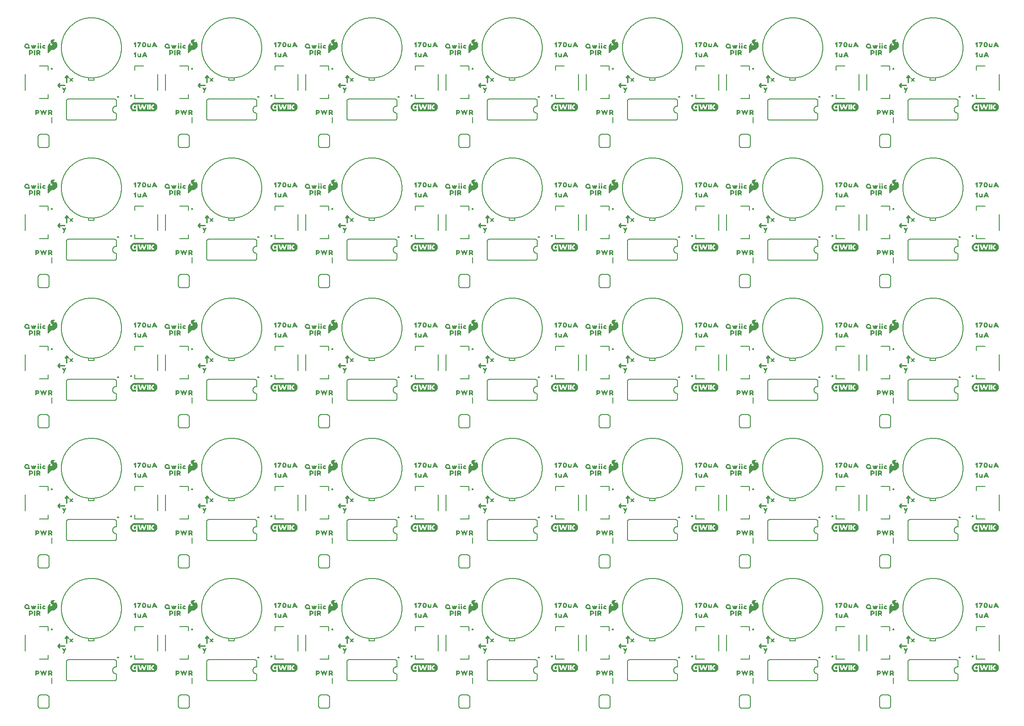
<source format=gto>
G04 EAGLE Gerber RS-274X export*
G75*
%MOMM*%
%FSLAX34Y34*%
%LPD*%
%INSilkscreen Top*%
%IPPOS*%
%AMOC8*
5,1,8,0,0,1.08239X$1,22.5*%
G01*
%ADD10C,0.254000*%
%ADD11C,0.203200*%

G36*
X731142Y850193D02*
X731142Y850193D01*
X758639Y850193D01*
X758641Y850194D01*
X758643Y850193D01*
X759170Y850226D01*
X759171Y850226D01*
X759173Y850226D01*
X760225Y850332D01*
X760227Y850334D01*
X760231Y850333D01*
X760747Y850440D01*
X760749Y850442D01*
X760752Y850441D01*
X761763Y850755D01*
X761764Y850757D01*
X761768Y850757D01*
X762253Y850962D01*
X762255Y850964D01*
X762259Y850964D01*
X763188Y851469D01*
X763190Y851472D01*
X763194Y851472D01*
X763628Y851770D01*
X763629Y851773D01*
X763632Y851774D01*
X764448Y852447D01*
X764449Y852450D01*
X764453Y852452D01*
X764818Y852831D01*
X764819Y852833D01*
X764821Y852835D01*
X765494Y853650D01*
X765495Y853654D01*
X765499Y853657D01*
X765780Y854102D01*
X765780Y854104D01*
X765782Y854106D01*
X766287Y855035D01*
X766286Y855039D01*
X766290Y855043D01*
X766476Y855536D01*
X766475Y855538D01*
X766477Y855540D01*
X766791Y856550D01*
X766790Y856554D01*
X766793Y856558D01*
X766878Y857078D01*
X766877Y857079D01*
X766879Y857082D01*
X766985Y858134D01*
X766983Y858137D01*
X766985Y858141D01*
X766977Y858667D01*
X766975Y858669D01*
X766976Y858673D01*
X766870Y859725D01*
X766868Y859727D01*
X766869Y859731D01*
X766767Y860247D01*
X766765Y860249D01*
X766765Y860253D01*
X766452Y861263D01*
X766449Y861265D01*
X766450Y861269D01*
X766248Y861755D01*
X766246Y861757D01*
X766246Y861761D01*
X765741Y862690D01*
X765739Y862692D01*
X765738Y862696D01*
X765443Y863132D01*
X765441Y863133D01*
X765440Y863137D01*
X764767Y863952D01*
X764764Y863953D01*
X764762Y863957D01*
X764385Y864325D01*
X764383Y864326D01*
X764382Y864329D01*
X763566Y865002D01*
X763562Y865002D01*
X763560Y865006D01*
X763116Y865290D01*
X763114Y865290D01*
X763113Y865293D01*
X762183Y865797D01*
X762179Y865797D01*
X762176Y865801D01*
X761684Y865990D01*
X761682Y865990D01*
X761680Y865991D01*
X760670Y866305D01*
X760667Y866304D01*
X760662Y866307D01*
X760144Y866397D01*
X760142Y866396D01*
X760139Y866397D01*
X759087Y866503D01*
X758846Y866528D01*
X758843Y866526D01*
X758840Y866528D01*
X725524Y866528D01*
X724995Y866523D01*
X724993Y866521D01*
X724990Y866522D01*
X723411Y866363D01*
X723407Y866360D01*
X723399Y866361D01*
X721884Y865891D01*
X721880Y865886D01*
X721872Y865886D01*
X720479Y865129D01*
X720476Y865124D01*
X720469Y865122D01*
X719251Y864106D01*
X719249Y864101D01*
X719242Y864097D01*
X718244Y862866D01*
X718244Y862861D01*
X718238Y862856D01*
X717733Y861927D01*
X717734Y861926D01*
X717732Y861925D01*
X717497Y861453D01*
X717498Y861448D01*
X717493Y861443D01*
X717180Y860433D01*
X717180Y860432D01*
X717179Y860431D01*
X717040Y859923D01*
X717041Y859918D01*
X717038Y859912D01*
X716885Y858334D01*
X716888Y858329D01*
X716885Y858321D01*
X717045Y856743D01*
X717048Y856739D01*
X717047Y856731D01*
X717513Y855215D01*
X717517Y855211D01*
X717518Y855203D01*
X718269Y853807D01*
X718274Y853804D01*
X718276Y853797D01*
X718339Y853721D01*
X718546Y853470D01*
X718547Y853470D01*
X718754Y853219D01*
X718962Y852968D01*
X719170Y852717D01*
X719287Y852575D01*
X719293Y852573D01*
X719296Y852566D01*
X720526Y851565D01*
X720531Y851565D01*
X720536Y851559D01*
X721936Y850815D01*
X721941Y850816D01*
X721947Y850810D01*
X723465Y850353D01*
X723470Y850355D01*
X723477Y850351D01*
X725055Y850193D01*
X725058Y850194D01*
X725061Y850193D01*
X727558Y850193D01*
X727577Y850205D01*
X727600Y850209D01*
X727606Y850224D01*
X727615Y850229D01*
X727613Y850240D01*
X727620Y850256D01*
X727619Y850405D01*
X727619Y854788D01*
X727612Y854799D01*
X727614Y854812D01*
X727595Y854825D01*
X727582Y854845D01*
X727569Y854843D01*
X727558Y854851D01*
X727524Y854837D01*
X727515Y854835D01*
X727513Y854832D01*
X727510Y854831D01*
X727288Y854592D01*
X726907Y854238D01*
X726474Y853954D01*
X726002Y853741D01*
X725500Y853615D01*
X724984Y853558D01*
X724463Y853579D01*
X723944Y853628D01*
X723442Y853765D01*
X722951Y853935D01*
X722498Y854189D01*
X722081Y854497D01*
X721694Y854843D01*
X721386Y855262D01*
X721109Y855702D01*
X720894Y856177D01*
X720734Y856672D01*
X720609Y857179D01*
X720510Y858221D01*
X720575Y859265D01*
X720690Y859774D01*
X720823Y860279D01*
X721039Y860752D01*
X721293Y861207D01*
X721599Y861627D01*
X721971Y861988D01*
X722374Y862313D01*
X722828Y862566D01*
X723312Y862754D01*
X723809Y862905D01*
X724850Y862985D01*
X725367Y862936D01*
X725873Y862821D01*
X726355Y862631D01*
X726797Y862362D01*
X727198Y862029D01*
X727513Y861734D01*
X727524Y861732D01*
X727530Y861723D01*
X727555Y861727D01*
X727580Y861722D01*
X727586Y861731D01*
X727597Y861733D01*
X727616Y861774D01*
X727619Y861778D01*
X727618Y861779D01*
X727619Y861780D01*
X727619Y862835D01*
X727623Y862888D01*
X730568Y862888D01*
X730568Y850248D01*
X730580Y850229D01*
X730584Y850206D01*
X730599Y850200D01*
X730604Y850191D01*
X730615Y850193D01*
X730631Y850186D01*
X731142Y850193D01*
G37*
G36*
X990222Y850193D02*
X990222Y850193D01*
X1017719Y850193D01*
X1017721Y850194D01*
X1017723Y850193D01*
X1018250Y850226D01*
X1018251Y850226D01*
X1018253Y850226D01*
X1019305Y850332D01*
X1019307Y850334D01*
X1019311Y850333D01*
X1019827Y850440D01*
X1019829Y850442D01*
X1019832Y850441D01*
X1020843Y850755D01*
X1020844Y850757D01*
X1020848Y850757D01*
X1021333Y850962D01*
X1021335Y850964D01*
X1021339Y850964D01*
X1022268Y851469D01*
X1022270Y851472D01*
X1022274Y851472D01*
X1022708Y851770D01*
X1022709Y851773D01*
X1022712Y851774D01*
X1023528Y852447D01*
X1023529Y852450D01*
X1023533Y852452D01*
X1023898Y852831D01*
X1023899Y852833D01*
X1023901Y852835D01*
X1024574Y853650D01*
X1024575Y853654D01*
X1024579Y853657D01*
X1024860Y854102D01*
X1024860Y854104D01*
X1024862Y854106D01*
X1025367Y855035D01*
X1025366Y855039D01*
X1025370Y855043D01*
X1025556Y855536D01*
X1025555Y855538D01*
X1025557Y855540D01*
X1025871Y856550D01*
X1025870Y856554D01*
X1025873Y856558D01*
X1025958Y857078D01*
X1025957Y857079D01*
X1025959Y857082D01*
X1026065Y858134D01*
X1026063Y858137D01*
X1026065Y858141D01*
X1026057Y858667D01*
X1026055Y858669D01*
X1026056Y858673D01*
X1025950Y859725D01*
X1025948Y859727D01*
X1025949Y859731D01*
X1025847Y860247D01*
X1025845Y860249D01*
X1025845Y860253D01*
X1025532Y861263D01*
X1025529Y861265D01*
X1025530Y861269D01*
X1025328Y861755D01*
X1025326Y861757D01*
X1025326Y861761D01*
X1024821Y862690D01*
X1024819Y862692D01*
X1024818Y862696D01*
X1024523Y863132D01*
X1024521Y863133D01*
X1024520Y863137D01*
X1023847Y863952D01*
X1023844Y863953D01*
X1023842Y863957D01*
X1023465Y864325D01*
X1023463Y864326D01*
X1023462Y864329D01*
X1022646Y865002D01*
X1022642Y865002D01*
X1022640Y865006D01*
X1022196Y865290D01*
X1022194Y865290D01*
X1022193Y865293D01*
X1021263Y865797D01*
X1021259Y865797D01*
X1021256Y865801D01*
X1020764Y865990D01*
X1020762Y865990D01*
X1020760Y865991D01*
X1019750Y866305D01*
X1019747Y866304D01*
X1019742Y866307D01*
X1019224Y866397D01*
X1019222Y866396D01*
X1019219Y866397D01*
X1018167Y866503D01*
X1017926Y866528D01*
X1017923Y866526D01*
X1017920Y866528D01*
X984604Y866528D01*
X984075Y866523D01*
X984073Y866521D01*
X984070Y866522D01*
X982491Y866363D01*
X982487Y866360D01*
X982479Y866361D01*
X980964Y865891D01*
X980960Y865886D01*
X980952Y865886D01*
X979559Y865129D01*
X979556Y865124D01*
X979549Y865122D01*
X978331Y864106D01*
X978329Y864101D01*
X978322Y864097D01*
X977324Y862866D01*
X977324Y862861D01*
X977318Y862856D01*
X976813Y861927D01*
X976814Y861926D01*
X976812Y861925D01*
X976577Y861453D01*
X976578Y861448D01*
X976573Y861443D01*
X976260Y860433D01*
X976260Y860432D01*
X976259Y860431D01*
X976120Y859923D01*
X976121Y859918D01*
X976118Y859912D01*
X975965Y858334D01*
X975968Y858329D01*
X975965Y858321D01*
X976125Y856743D01*
X976128Y856739D01*
X976127Y856731D01*
X976593Y855215D01*
X976597Y855211D01*
X976598Y855203D01*
X977349Y853807D01*
X977354Y853804D01*
X977356Y853797D01*
X977419Y853721D01*
X977626Y853470D01*
X977627Y853470D01*
X977834Y853219D01*
X978042Y852968D01*
X978250Y852717D01*
X978367Y852575D01*
X978373Y852573D01*
X978376Y852566D01*
X979606Y851565D01*
X979611Y851565D01*
X979616Y851559D01*
X981016Y850815D01*
X981021Y850816D01*
X981027Y850810D01*
X982545Y850353D01*
X982550Y850355D01*
X982557Y850351D01*
X984135Y850193D01*
X984138Y850194D01*
X984141Y850193D01*
X986638Y850193D01*
X986657Y850205D01*
X986680Y850209D01*
X986686Y850224D01*
X986695Y850229D01*
X986693Y850240D01*
X986700Y850256D01*
X986699Y850405D01*
X986699Y854788D01*
X986692Y854799D01*
X986694Y854812D01*
X986675Y854825D01*
X986662Y854845D01*
X986649Y854843D01*
X986638Y854851D01*
X986604Y854837D01*
X986595Y854835D01*
X986593Y854832D01*
X986590Y854831D01*
X986368Y854592D01*
X985987Y854238D01*
X985554Y853954D01*
X985082Y853741D01*
X984580Y853615D01*
X984064Y853558D01*
X983543Y853579D01*
X983024Y853628D01*
X982522Y853765D01*
X982031Y853935D01*
X981578Y854189D01*
X981161Y854497D01*
X980774Y854843D01*
X980466Y855262D01*
X980189Y855702D01*
X979974Y856177D01*
X979814Y856672D01*
X979689Y857179D01*
X979590Y858221D01*
X979655Y859265D01*
X979770Y859774D01*
X979903Y860279D01*
X980119Y860752D01*
X980373Y861207D01*
X980679Y861627D01*
X981051Y861988D01*
X981454Y862313D01*
X981908Y862566D01*
X982392Y862754D01*
X982889Y862905D01*
X983930Y862985D01*
X984447Y862936D01*
X984953Y862821D01*
X985435Y862631D01*
X985877Y862362D01*
X986278Y862029D01*
X986593Y861734D01*
X986604Y861732D01*
X986610Y861723D01*
X986635Y861727D01*
X986660Y861722D01*
X986666Y861731D01*
X986677Y861733D01*
X986696Y861774D01*
X986699Y861778D01*
X986698Y861779D01*
X986699Y861780D01*
X986699Y862835D01*
X986703Y862888D01*
X989648Y862888D01*
X989648Y850248D01*
X989660Y850229D01*
X989664Y850206D01*
X989679Y850200D01*
X989684Y850191D01*
X989695Y850193D01*
X989711Y850186D01*
X990222Y850193D01*
G37*
G36*
X472062Y850193D02*
X472062Y850193D01*
X499559Y850193D01*
X499561Y850194D01*
X499563Y850193D01*
X500090Y850226D01*
X500091Y850226D01*
X500093Y850226D01*
X501145Y850332D01*
X501147Y850334D01*
X501151Y850333D01*
X501667Y850440D01*
X501669Y850442D01*
X501672Y850441D01*
X502683Y850755D01*
X502684Y850757D01*
X502688Y850757D01*
X503173Y850962D01*
X503175Y850964D01*
X503179Y850964D01*
X504108Y851469D01*
X504110Y851472D01*
X504114Y851472D01*
X504548Y851770D01*
X504549Y851773D01*
X504552Y851774D01*
X505368Y852447D01*
X505369Y852450D01*
X505373Y852452D01*
X505738Y852831D01*
X505739Y852833D01*
X505741Y852835D01*
X506414Y853650D01*
X506415Y853654D01*
X506419Y853657D01*
X506700Y854102D01*
X506700Y854104D01*
X506702Y854106D01*
X507207Y855035D01*
X507206Y855039D01*
X507210Y855043D01*
X507396Y855536D01*
X507395Y855538D01*
X507397Y855540D01*
X507711Y856550D01*
X507710Y856554D01*
X507713Y856558D01*
X507798Y857078D01*
X507797Y857079D01*
X507799Y857082D01*
X507905Y858134D01*
X507903Y858137D01*
X507905Y858141D01*
X507897Y858667D01*
X507895Y858669D01*
X507896Y858673D01*
X507790Y859725D01*
X507788Y859727D01*
X507789Y859731D01*
X507687Y860247D01*
X507685Y860249D01*
X507685Y860253D01*
X507372Y861263D01*
X507369Y861265D01*
X507370Y861269D01*
X507168Y861755D01*
X507166Y861757D01*
X507166Y861761D01*
X506661Y862690D01*
X506659Y862692D01*
X506658Y862696D01*
X506363Y863132D01*
X506361Y863133D01*
X506360Y863137D01*
X505687Y863952D01*
X505684Y863953D01*
X505682Y863957D01*
X505305Y864325D01*
X505303Y864326D01*
X505302Y864329D01*
X504486Y865002D01*
X504482Y865002D01*
X504480Y865006D01*
X504036Y865290D01*
X504034Y865290D01*
X504033Y865293D01*
X503103Y865797D01*
X503099Y865797D01*
X503096Y865801D01*
X502604Y865990D01*
X502602Y865990D01*
X502600Y865991D01*
X501590Y866305D01*
X501587Y866304D01*
X501582Y866307D01*
X501064Y866397D01*
X501062Y866396D01*
X501059Y866397D01*
X500007Y866503D01*
X499766Y866528D01*
X499763Y866526D01*
X499760Y866528D01*
X466444Y866528D01*
X465915Y866523D01*
X465913Y866521D01*
X465910Y866522D01*
X464331Y866363D01*
X464327Y866360D01*
X464319Y866361D01*
X462804Y865891D01*
X462800Y865886D01*
X462792Y865886D01*
X461399Y865129D01*
X461396Y865124D01*
X461389Y865122D01*
X460171Y864106D01*
X460169Y864101D01*
X460162Y864097D01*
X459164Y862866D01*
X459164Y862861D01*
X459158Y862856D01*
X458653Y861927D01*
X458654Y861926D01*
X458652Y861925D01*
X458417Y861453D01*
X458418Y861448D01*
X458413Y861443D01*
X458100Y860433D01*
X458100Y860432D01*
X458099Y860431D01*
X457960Y859923D01*
X457961Y859918D01*
X457958Y859912D01*
X457805Y858334D01*
X457808Y858329D01*
X457805Y858321D01*
X457965Y856743D01*
X457968Y856739D01*
X457967Y856731D01*
X458433Y855215D01*
X458437Y855211D01*
X458438Y855203D01*
X459189Y853807D01*
X459194Y853804D01*
X459196Y853797D01*
X459259Y853721D01*
X459466Y853470D01*
X459467Y853470D01*
X459674Y853219D01*
X459882Y852968D01*
X460090Y852717D01*
X460207Y852575D01*
X460213Y852573D01*
X460216Y852566D01*
X461446Y851565D01*
X461451Y851565D01*
X461456Y851559D01*
X462856Y850815D01*
X462861Y850816D01*
X462867Y850810D01*
X464385Y850353D01*
X464390Y850355D01*
X464397Y850351D01*
X465975Y850193D01*
X465978Y850194D01*
X465981Y850193D01*
X468478Y850193D01*
X468497Y850205D01*
X468520Y850209D01*
X468526Y850224D01*
X468535Y850229D01*
X468533Y850240D01*
X468540Y850256D01*
X468539Y850405D01*
X468539Y854788D01*
X468532Y854799D01*
X468534Y854812D01*
X468515Y854825D01*
X468502Y854845D01*
X468489Y854843D01*
X468478Y854851D01*
X468444Y854837D01*
X468435Y854835D01*
X468433Y854832D01*
X468430Y854831D01*
X468208Y854592D01*
X467827Y854238D01*
X467394Y853954D01*
X466922Y853741D01*
X466420Y853615D01*
X465904Y853558D01*
X465383Y853579D01*
X464864Y853628D01*
X464362Y853765D01*
X463871Y853935D01*
X463418Y854189D01*
X463001Y854497D01*
X462614Y854843D01*
X462306Y855262D01*
X462029Y855702D01*
X461814Y856177D01*
X461654Y856672D01*
X461529Y857179D01*
X461430Y858221D01*
X461495Y859265D01*
X461610Y859774D01*
X461743Y860279D01*
X461959Y860752D01*
X462213Y861207D01*
X462519Y861627D01*
X462891Y861988D01*
X463294Y862313D01*
X463748Y862566D01*
X464232Y862754D01*
X464729Y862905D01*
X465770Y862985D01*
X466287Y862936D01*
X466793Y862821D01*
X467275Y862631D01*
X467717Y862362D01*
X468118Y862029D01*
X468433Y861734D01*
X468444Y861732D01*
X468450Y861723D01*
X468475Y861727D01*
X468500Y861722D01*
X468506Y861731D01*
X468517Y861733D01*
X468536Y861774D01*
X468539Y861778D01*
X468538Y861779D01*
X468539Y861780D01*
X468539Y862835D01*
X468543Y862888D01*
X471488Y862888D01*
X471488Y850248D01*
X471500Y850229D01*
X471504Y850206D01*
X471519Y850200D01*
X471524Y850191D01*
X471535Y850193D01*
X471551Y850186D01*
X472062Y850193D01*
G37*
G36*
X990222Y72953D02*
X990222Y72953D01*
X1017719Y72953D01*
X1017721Y72954D01*
X1017723Y72953D01*
X1018250Y72986D01*
X1018251Y72986D01*
X1018253Y72986D01*
X1019305Y73092D01*
X1019307Y73094D01*
X1019311Y73093D01*
X1019827Y73200D01*
X1019829Y73202D01*
X1019832Y73201D01*
X1020843Y73515D01*
X1020844Y73517D01*
X1020848Y73517D01*
X1021333Y73722D01*
X1021335Y73724D01*
X1021339Y73724D01*
X1022268Y74229D01*
X1022270Y74232D01*
X1022274Y74232D01*
X1022708Y74530D01*
X1022709Y74533D01*
X1022712Y74534D01*
X1023528Y75207D01*
X1023529Y75210D01*
X1023533Y75212D01*
X1023898Y75591D01*
X1023899Y75593D01*
X1023901Y75595D01*
X1024574Y76410D01*
X1024575Y76414D01*
X1024579Y76417D01*
X1024860Y76862D01*
X1024860Y76864D01*
X1024862Y76866D01*
X1025367Y77795D01*
X1025366Y77799D01*
X1025370Y77803D01*
X1025556Y78296D01*
X1025555Y78298D01*
X1025557Y78300D01*
X1025871Y79310D01*
X1025870Y79314D01*
X1025873Y79318D01*
X1025958Y79838D01*
X1025957Y79839D01*
X1025959Y79842D01*
X1026065Y80894D01*
X1026063Y80897D01*
X1026065Y80901D01*
X1026057Y81427D01*
X1026055Y81429D01*
X1026056Y81433D01*
X1025950Y82485D01*
X1025948Y82487D01*
X1025949Y82491D01*
X1025847Y83007D01*
X1025845Y83009D01*
X1025845Y83013D01*
X1025532Y84023D01*
X1025529Y84025D01*
X1025530Y84029D01*
X1025328Y84515D01*
X1025326Y84517D01*
X1025326Y84521D01*
X1024821Y85450D01*
X1024819Y85452D01*
X1024818Y85456D01*
X1024523Y85892D01*
X1024521Y85893D01*
X1024520Y85897D01*
X1023847Y86712D01*
X1023844Y86713D01*
X1023842Y86717D01*
X1023465Y87085D01*
X1023463Y87086D01*
X1023462Y87089D01*
X1022646Y87762D01*
X1022642Y87762D01*
X1022640Y87766D01*
X1022196Y88050D01*
X1022194Y88050D01*
X1022193Y88053D01*
X1021263Y88557D01*
X1021259Y88557D01*
X1021256Y88561D01*
X1020764Y88750D01*
X1020762Y88750D01*
X1020760Y88751D01*
X1019750Y89065D01*
X1019747Y89064D01*
X1019742Y89067D01*
X1019224Y89157D01*
X1019222Y89156D01*
X1019219Y89157D01*
X1018167Y89263D01*
X1017926Y89288D01*
X1017923Y89286D01*
X1017920Y89288D01*
X984604Y89288D01*
X984075Y89283D01*
X984073Y89281D01*
X984070Y89282D01*
X982491Y89123D01*
X982487Y89120D01*
X982479Y89121D01*
X980964Y88651D01*
X980960Y88646D01*
X980952Y88646D01*
X979559Y87889D01*
X979556Y87884D01*
X979549Y87882D01*
X978331Y86866D01*
X978329Y86861D01*
X978322Y86857D01*
X977324Y85626D01*
X977324Y85621D01*
X977318Y85616D01*
X976813Y84687D01*
X976814Y84686D01*
X976812Y84685D01*
X976577Y84213D01*
X976578Y84208D01*
X976573Y84203D01*
X976260Y83193D01*
X976260Y83192D01*
X976259Y83191D01*
X976120Y82683D01*
X976121Y82678D01*
X976118Y82672D01*
X975965Y81094D01*
X975968Y81089D01*
X975965Y81081D01*
X976125Y79503D01*
X976128Y79499D01*
X976127Y79491D01*
X976593Y77975D01*
X976597Y77971D01*
X976598Y77963D01*
X977349Y76567D01*
X977354Y76564D01*
X977356Y76557D01*
X977419Y76481D01*
X977626Y76230D01*
X977627Y76230D01*
X977834Y75979D01*
X978042Y75728D01*
X978250Y75477D01*
X978367Y75335D01*
X978373Y75333D01*
X978376Y75326D01*
X979606Y74325D01*
X979611Y74325D01*
X979616Y74319D01*
X981016Y73575D01*
X981021Y73576D01*
X981027Y73570D01*
X982545Y73113D01*
X982550Y73115D01*
X982557Y73111D01*
X984135Y72953D01*
X984138Y72954D01*
X984141Y72953D01*
X986638Y72953D01*
X986657Y72965D01*
X986680Y72969D01*
X986686Y72984D01*
X986695Y72989D01*
X986693Y73000D01*
X986700Y73016D01*
X986699Y73165D01*
X986699Y77548D01*
X986692Y77559D01*
X986694Y77572D01*
X986675Y77585D01*
X986662Y77605D01*
X986649Y77603D01*
X986638Y77611D01*
X986604Y77597D01*
X986595Y77595D01*
X986593Y77592D01*
X986590Y77591D01*
X986368Y77352D01*
X985987Y76998D01*
X985554Y76714D01*
X985082Y76501D01*
X984580Y76375D01*
X984064Y76318D01*
X983543Y76339D01*
X983024Y76388D01*
X982522Y76525D01*
X982031Y76695D01*
X981578Y76949D01*
X981161Y77257D01*
X980774Y77603D01*
X980466Y78022D01*
X980189Y78462D01*
X979974Y78937D01*
X979814Y79432D01*
X979689Y79939D01*
X979590Y80981D01*
X979655Y82025D01*
X979770Y82534D01*
X979903Y83039D01*
X980119Y83512D01*
X980373Y83967D01*
X980679Y84387D01*
X981051Y84748D01*
X981454Y85073D01*
X981908Y85326D01*
X982392Y85514D01*
X982889Y85665D01*
X983930Y85745D01*
X984447Y85696D01*
X984953Y85581D01*
X985435Y85391D01*
X985877Y85122D01*
X986278Y84789D01*
X986593Y84494D01*
X986604Y84492D01*
X986610Y84483D01*
X986635Y84487D01*
X986660Y84482D01*
X986666Y84491D01*
X986677Y84493D01*
X986696Y84534D01*
X986699Y84538D01*
X986698Y84539D01*
X986699Y84540D01*
X986699Y85595D01*
X986703Y85648D01*
X989648Y85648D01*
X989648Y73008D01*
X989660Y72989D01*
X989664Y72966D01*
X989679Y72960D01*
X989684Y72951D01*
X989695Y72953D01*
X989711Y72946D01*
X990222Y72953D01*
G37*
G36*
X212982Y72953D02*
X212982Y72953D01*
X240479Y72953D01*
X240481Y72954D01*
X240483Y72953D01*
X241010Y72986D01*
X241011Y72986D01*
X241013Y72986D01*
X242065Y73092D01*
X242067Y73094D01*
X242071Y73093D01*
X242587Y73200D01*
X242589Y73202D01*
X242592Y73201D01*
X243603Y73515D01*
X243604Y73517D01*
X243608Y73517D01*
X244093Y73722D01*
X244095Y73724D01*
X244099Y73724D01*
X245028Y74229D01*
X245030Y74232D01*
X245034Y74232D01*
X245468Y74530D01*
X245469Y74533D01*
X245472Y74534D01*
X246288Y75207D01*
X246289Y75210D01*
X246293Y75212D01*
X246658Y75591D01*
X246659Y75593D01*
X246661Y75595D01*
X247334Y76410D01*
X247335Y76414D01*
X247339Y76417D01*
X247620Y76862D01*
X247620Y76864D01*
X247622Y76866D01*
X248127Y77795D01*
X248126Y77799D01*
X248130Y77803D01*
X248316Y78296D01*
X248315Y78298D01*
X248317Y78300D01*
X248631Y79310D01*
X248630Y79314D01*
X248633Y79318D01*
X248718Y79838D01*
X248717Y79839D01*
X248719Y79842D01*
X248825Y80894D01*
X248823Y80897D01*
X248825Y80901D01*
X248817Y81427D01*
X248815Y81429D01*
X248816Y81433D01*
X248710Y82485D01*
X248708Y82487D01*
X248709Y82491D01*
X248607Y83007D01*
X248605Y83009D01*
X248605Y83013D01*
X248292Y84023D01*
X248289Y84025D01*
X248290Y84029D01*
X248088Y84515D01*
X248086Y84517D01*
X248086Y84521D01*
X247581Y85450D01*
X247579Y85452D01*
X247578Y85456D01*
X247283Y85892D01*
X247281Y85893D01*
X247280Y85897D01*
X246607Y86712D01*
X246604Y86713D01*
X246602Y86717D01*
X246225Y87085D01*
X246223Y87086D01*
X246222Y87089D01*
X245406Y87762D01*
X245402Y87762D01*
X245400Y87766D01*
X244956Y88050D01*
X244954Y88050D01*
X244953Y88053D01*
X244023Y88557D01*
X244019Y88557D01*
X244016Y88561D01*
X243524Y88750D01*
X243522Y88750D01*
X243520Y88751D01*
X242510Y89065D01*
X242507Y89064D01*
X242502Y89067D01*
X241984Y89157D01*
X241982Y89156D01*
X241979Y89157D01*
X240927Y89263D01*
X240686Y89288D01*
X240683Y89286D01*
X240680Y89288D01*
X207364Y89288D01*
X206835Y89283D01*
X206833Y89281D01*
X206830Y89282D01*
X205251Y89123D01*
X205247Y89120D01*
X205239Y89121D01*
X203724Y88651D01*
X203720Y88646D01*
X203712Y88646D01*
X202319Y87889D01*
X202316Y87884D01*
X202309Y87882D01*
X201091Y86866D01*
X201089Y86861D01*
X201082Y86857D01*
X200084Y85626D01*
X200084Y85621D01*
X200078Y85616D01*
X199573Y84687D01*
X199574Y84686D01*
X199572Y84685D01*
X199337Y84213D01*
X199338Y84208D01*
X199333Y84203D01*
X199020Y83193D01*
X199020Y83192D01*
X199019Y83191D01*
X198880Y82683D01*
X198881Y82678D01*
X198878Y82672D01*
X198725Y81094D01*
X198728Y81089D01*
X198725Y81081D01*
X198885Y79503D01*
X198888Y79499D01*
X198887Y79491D01*
X199353Y77975D01*
X199357Y77971D01*
X199358Y77963D01*
X200109Y76567D01*
X200114Y76564D01*
X200116Y76557D01*
X200179Y76481D01*
X200386Y76230D01*
X200387Y76230D01*
X200594Y75979D01*
X200802Y75728D01*
X201010Y75477D01*
X201127Y75335D01*
X201133Y75333D01*
X201136Y75326D01*
X202366Y74325D01*
X202371Y74325D01*
X202376Y74319D01*
X203776Y73575D01*
X203781Y73576D01*
X203787Y73570D01*
X205305Y73113D01*
X205310Y73115D01*
X205317Y73111D01*
X206895Y72953D01*
X206898Y72954D01*
X206901Y72953D01*
X209398Y72953D01*
X209417Y72965D01*
X209440Y72969D01*
X209446Y72984D01*
X209455Y72989D01*
X209453Y73000D01*
X209460Y73016D01*
X209459Y73165D01*
X209459Y77548D01*
X209452Y77559D01*
X209454Y77572D01*
X209435Y77585D01*
X209422Y77605D01*
X209409Y77603D01*
X209398Y77611D01*
X209364Y77597D01*
X209355Y77595D01*
X209353Y77592D01*
X209350Y77591D01*
X209128Y77352D01*
X208747Y76998D01*
X208314Y76714D01*
X207842Y76501D01*
X207340Y76375D01*
X206824Y76318D01*
X206303Y76339D01*
X205784Y76388D01*
X205282Y76525D01*
X204791Y76695D01*
X204338Y76949D01*
X203921Y77257D01*
X203534Y77603D01*
X203226Y78022D01*
X202949Y78462D01*
X202734Y78937D01*
X202574Y79432D01*
X202449Y79939D01*
X202350Y80981D01*
X202415Y82025D01*
X202530Y82534D01*
X202663Y83039D01*
X202879Y83512D01*
X203133Y83967D01*
X203439Y84387D01*
X203811Y84748D01*
X204214Y85073D01*
X204668Y85326D01*
X205152Y85514D01*
X205649Y85665D01*
X206690Y85745D01*
X207207Y85696D01*
X207713Y85581D01*
X208195Y85391D01*
X208637Y85122D01*
X209038Y84789D01*
X209353Y84494D01*
X209364Y84492D01*
X209370Y84483D01*
X209395Y84487D01*
X209420Y84482D01*
X209426Y84491D01*
X209437Y84493D01*
X209456Y84534D01*
X209459Y84538D01*
X209458Y84539D01*
X209459Y84540D01*
X209459Y85595D01*
X209463Y85648D01*
X212408Y85648D01*
X212408Y73008D01*
X212420Y72989D01*
X212424Y72966D01*
X212439Y72960D01*
X212444Y72951D01*
X212455Y72953D01*
X212471Y72946D01*
X212982Y72953D01*
G37*
G36*
X1767462Y72953D02*
X1767462Y72953D01*
X1794959Y72953D01*
X1794961Y72954D01*
X1794963Y72953D01*
X1795490Y72986D01*
X1795491Y72986D01*
X1795493Y72986D01*
X1796545Y73092D01*
X1796547Y73094D01*
X1796551Y73093D01*
X1797067Y73200D01*
X1797069Y73202D01*
X1797072Y73201D01*
X1798083Y73515D01*
X1798084Y73517D01*
X1798088Y73517D01*
X1798573Y73722D01*
X1798575Y73724D01*
X1798579Y73724D01*
X1799508Y74229D01*
X1799510Y74232D01*
X1799514Y74232D01*
X1799948Y74530D01*
X1799949Y74533D01*
X1799952Y74534D01*
X1800768Y75207D01*
X1800769Y75210D01*
X1800773Y75212D01*
X1801138Y75591D01*
X1801139Y75593D01*
X1801141Y75595D01*
X1801814Y76410D01*
X1801815Y76414D01*
X1801819Y76417D01*
X1802100Y76862D01*
X1802100Y76864D01*
X1802102Y76866D01*
X1802607Y77795D01*
X1802606Y77799D01*
X1802610Y77803D01*
X1802796Y78296D01*
X1802795Y78298D01*
X1802797Y78300D01*
X1803111Y79310D01*
X1803110Y79314D01*
X1803113Y79318D01*
X1803198Y79838D01*
X1803197Y79839D01*
X1803199Y79842D01*
X1803305Y80894D01*
X1803303Y80897D01*
X1803305Y80901D01*
X1803297Y81427D01*
X1803295Y81429D01*
X1803296Y81433D01*
X1803190Y82485D01*
X1803188Y82487D01*
X1803189Y82491D01*
X1803087Y83007D01*
X1803085Y83009D01*
X1803085Y83013D01*
X1802772Y84023D01*
X1802769Y84025D01*
X1802770Y84029D01*
X1802568Y84515D01*
X1802566Y84517D01*
X1802566Y84521D01*
X1802061Y85450D01*
X1802059Y85452D01*
X1802058Y85456D01*
X1801763Y85892D01*
X1801761Y85893D01*
X1801760Y85897D01*
X1801087Y86712D01*
X1801084Y86713D01*
X1801082Y86717D01*
X1800705Y87085D01*
X1800703Y87086D01*
X1800702Y87089D01*
X1799886Y87762D01*
X1799882Y87762D01*
X1799880Y87766D01*
X1799436Y88050D01*
X1799434Y88050D01*
X1799433Y88053D01*
X1798503Y88557D01*
X1798499Y88557D01*
X1798496Y88561D01*
X1798004Y88750D01*
X1798002Y88750D01*
X1798000Y88751D01*
X1796990Y89065D01*
X1796987Y89064D01*
X1796982Y89067D01*
X1796464Y89157D01*
X1796462Y89156D01*
X1796459Y89157D01*
X1795407Y89263D01*
X1795166Y89288D01*
X1795163Y89286D01*
X1795160Y89288D01*
X1761844Y89288D01*
X1761315Y89283D01*
X1761313Y89281D01*
X1761310Y89282D01*
X1759731Y89123D01*
X1759727Y89120D01*
X1759719Y89121D01*
X1758204Y88651D01*
X1758200Y88646D01*
X1758192Y88646D01*
X1756799Y87889D01*
X1756796Y87884D01*
X1756789Y87882D01*
X1755571Y86866D01*
X1755569Y86861D01*
X1755562Y86857D01*
X1754564Y85626D01*
X1754564Y85621D01*
X1754558Y85616D01*
X1754053Y84687D01*
X1754054Y84686D01*
X1754052Y84685D01*
X1753817Y84213D01*
X1753818Y84208D01*
X1753813Y84203D01*
X1753500Y83193D01*
X1753500Y83192D01*
X1753499Y83191D01*
X1753360Y82683D01*
X1753361Y82678D01*
X1753358Y82672D01*
X1753205Y81094D01*
X1753208Y81089D01*
X1753205Y81081D01*
X1753365Y79503D01*
X1753368Y79499D01*
X1753367Y79491D01*
X1753833Y77975D01*
X1753837Y77971D01*
X1753838Y77963D01*
X1754589Y76567D01*
X1754594Y76564D01*
X1754596Y76557D01*
X1754659Y76481D01*
X1754866Y76230D01*
X1754867Y76230D01*
X1755074Y75979D01*
X1755282Y75728D01*
X1755490Y75477D01*
X1755607Y75335D01*
X1755613Y75333D01*
X1755616Y75326D01*
X1756846Y74325D01*
X1756851Y74325D01*
X1756856Y74319D01*
X1758256Y73575D01*
X1758261Y73576D01*
X1758267Y73570D01*
X1759785Y73113D01*
X1759790Y73115D01*
X1759797Y73111D01*
X1761375Y72953D01*
X1761378Y72954D01*
X1761381Y72953D01*
X1763878Y72953D01*
X1763897Y72965D01*
X1763920Y72969D01*
X1763926Y72984D01*
X1763935Y72989D01*
X1763933Y73000D01*
X1763940Y73016D01*
X1763939Y73165D01*
X1763939Y77548D01*
X1763932Y77559D01*
X1763934Y77572D01*
X1763915Y77585D01*
X1763902Y77605D01*
X1763889Y77603D01*
X1763878Y77611D01*
X1763844Y77597D01*
X1763835Y77595D01*
X1763833Y77592D01*
X1763830Y77591D01*
X1763608Y77352D01*
X1763227Y76998D01*
X1762794Y76714D01*
X1762322Y76501D01*
X1761820Y76375D01*
X1761304Y76318D01*
X1760783Y76339D01*
X1760264Y76388D01*
X1759762Y76525D01*
X1759271Y76695D01*
X1758818Y76949D01*
X1758401Y77257D01*
X1758014Y77603D01*
X1757706Y78022D01*
X1757429Y78462D01*
X1757214Y78937D01*
X1757054Y79432D01*
X1756929Y79939D01*
X1756830Y80981D01*
X1756895Y82025D01*
X1757010Y82534D01*
X1757143Y83039D01*
X1757359Y83512D01*
X1757613Y83967D01*
X1757919Y84387D01*
X1758291Y84748D01*
X1758694Y85073D01*
X1759148Y85326D01*
X1759632Y85514D01*
X1760129Y85665D01*
X1761170Y85745D01*
X1761687Y85696D01*
X1762193Y85581D01*
X1762675Y85391D01*
X1763117Y85122D01*
X1763518Y84789D01*
X1763833Y84494D01*
X1763844Y84492D01*
X1763850Y84483D01*
X1763875Y84487D01*
X1763900Y84482D01*
X1763906Y84491D01*
X1763917Y84493D01*
X1763936Y84534D01*
X1763939Y84538D01*
X1763938Y84539D01*
X1763939Y84540D01*
X1763939Y85595D01*
X1763943Y85648D01*
X1766888Y85648D01*
X1766888Y73008D01*
X1766900Y72989D01*
X1766904Y72966D01*
X1766919Y72960D01*
X1766924Y72951D01*
X1766935Y72953D01*
X1766951Y72946D01*
X1767462Y72953D01*
G37*
G36*
X472062Y72953D02*
X472062Y72953D01*
X499559Y72953D01*
X499561Y72954D01*
X499563Y72953D01*
X500090Y72986D01*
X500091Y72986D01*
X500093Y72986D01*
X501145Y73092D01*
X501147Y73094D01*
X501151Y73093D01*
X501667Y73200D01*
X501669Y73202D01*
X501672Y73201D01*
X502683Y73515D01*
X502684Y73517D01*
X502688Y73517D01*
X503173Y73722D01*
X503175Y73724D01*
X503179Y73724D01*
X504108Y74229D01*
X504110Y74232D01*
X504114Y74232D01*
X504548Y74530D01*
X504549Y74533D01*
X504552Y74534D01*
X505368Y75207D01*
X505369Y75210D01*
X505373Y75212D01*
X505738Y75591D01*
X505739Y75593D01*
X505741Y75595D01*
X506414Y76410D01*
X506415Y76414D01*
X506419Y76417D01*
X506700Y76862D01*
X506700Y76864D01*
X506702Y76866D01*
X507207Y77795D01*
X507206Y77799D01*
X507210Y77803D01*
X507396Y78296D01*
X507395Y78298D01*
X507397Y78300D01*
X507711Y79310D01*
X507710Y79314D01*
X507713Y79318D01*
X507798Y79838D01*
X507797Y79839D01*
X507799Y79842D01*
X507905Y80894D01*
X507903Y80897D01*
X507905Y80901D01*
X507897Y81427D01*
X507895Y81429D01*
X507896Y81433D01*
X507790Y82485D01*
X507788Y82487D01*
X507789Y82491D01*
X507687Y83007D01*
X507685Y83009D01*
X507685Y83013D01*
X507372Y84023D01*
X507369Y84025D01*
X507370Y84029D01*
X507168Y84515D01*
X507166Y84517D01*
X507166Y84521D01*
X506661Y85450D01*
X506659Y85452D01*
X506658Y85456D01*
X506363Y85892D01*
X506361Y85893D01*
X506360Y85897D01*
X505687Y86712D01*
X505684Y86713D01*
X505682Y86717D01*
X505305Y87085D01*
X505303Y87086D01*
X505302Y87089D01*
X504486Y87762D01*
X504482Y87762D01*
X504480Y87766D01*
X504036Y88050D01*
X504034Y88050D01*
X504033Y88053D01*
X503103Y88557D01*
X503099Y88557D01*
X503096Y88561D01*
X502604Y88750D01*
X502602Y88750D01*
X502600Y88751D01*
X501590Y89065D01*
X501587Y89064D01*
X501582Y89067D01*
X501064Y89157D01*
X501062Y89156D01*
X501059Y89157D01*
X500007Y89263D01*
X499766Y89288D01*
X499763Y89286D01*
X499760Y89288D01*
X466444Y89288D01*
X465915Y89283D01*
X465913Y89281D01*
X465910Y89282D01*
X464331Y89123D01*
X464327Y89120D01*
X464319Y89121D01*
X462804Y88651D01*
X462800Y88646D01*
X462792Y88646D01*
X461399Y87889D01*
X461396Y87884D01*
X461389Y87882D01*
X460171Y86866D01*
X460169Y86861D01*
X460162Y86857D01*
X459164Y85626D01*
X459164Y85621D01*
X459158Y85616D01*
X458653Y84687D01*
X458654Y84686D01*
X458652Y84685D01*
X458417Y84213D01*
X458418Y84208D01*
X458413Y84203D01*
X458100Y83193D01*
X458100Y83192D01*
X458099Y83191D01*
X457960Y82683D01*
X457961Y82678D01*
X457958Y82672D01*
X457805Y81094D01*
X457808Y81089D01*
X457805Y81081D01*
X457965Y79503D01*
X457968Y79499D01*
X457967Y79491D01*
X458433Y77975D01*
X458437Y77971D01*
X458438Y77963D01*
X459189Y76567D01*
X459194Y76564D01*
X459196Y76557D01*
X459259Y76481D01*
X459466Y76230D01*
X459467Y76230D01*
X459674Y75979D01*
X459882Y75728D01*
X460090Y75477D01*
X460207Y75335D01*
X460213Y75333D01*
X460216Y75326D01*
X461446Y74325D01*
X461451Y74325D01*
X461456Y74319D01*
X462856Y73575D01*
X462861Y73576D01*
X462867Y73570D01*
X464385Y73113D01*
X464390Y73115D01*
X464397Y73111D01*
X465975Y72953D01*
X465978Y72954D01*
X465981Y72953D01*
X468478Y72953D01*
X468497Y72965D01*
X468520Y72969D01*
X468526Y72984D01*
X468535Y72989D01*
X468533Y73000D01*
X468540Y73016D01*
X468539Y73165D01*
X468539Y77548D01*
X468532Y77559D01*
X468534Y77572D01*
X468515Y77585D01*
X468502Y77605D01*
X468489Y77603D01*
X468478Y77611D01*
X468444Y77597D01*
X468435Y77595D01*
X468433Y77592D01*
X468430Y77591D01*
X468208Y77352D01*
X467827Y76998D01*
X467394Y76714D01*
X466922Y76501D01*
X466420Y76375D01*
X465904Y76318D01*
X465383Y76339D01*
X464864Y76388D01*
X464362Y76525D01*
X463871Y76695D01*
X463418Y76949D01*
X463001Y77257D01*
X462614Y77603D01*
X462306Y78022D01*
X462029Y78462D01*
X461814Y78937D01*
X461654Y79432D01*
X461529Y79939D01*
X461430Y80981D01*
X461495Y82025D01*
X461610Y82534D01*
X461743Y83039D01*
X461959Y83512D01*
X462213Y83967D01*
X462519Y84387D01*
X462891Y84748D01*
X463294Y85073D01*
X463748Y85326D01*
X464232Y85514D01*
X464729Y85665D01*
X465770Y85745D01*
X466287Y85696D01*
X466793Y85581D01*
X467275Y85391D01*
X467717Y85122D01*
X468118Y84789D01*
X468433Y84494D01*
X468444Y84492D01*
X468450Y84483D01*
X468475Y84487D01*
X468500Y84482D01*
X468506Y84491D01*
X468517Y84493D01*
X468536Y84534D01*
X468539Y84538D01*
X468538Y84539D01*
X468539Y84540D01*
X468539Y85595D01*
X468543Y85648D01*
X471488Y85648D01*
X471488Y73008D01*
X471500Y72989D01*
X471504Y72966D01*
X471519Y72960D01*
X471524Y72951D01*
X471535Y72953D01*
X471551Y72946D01*
X472062Y72953D01*
G37*
G36*
X731142Y72953D02*
X731142Y72953D01*
X758639Y72953D01*
X758641Y72954D01*
X758643Y72953D01*
X759170Y72986D01*
X759171Y72986D01*
X759173Y72986D01*
X760225Y73092D01*
X760227Y73094D01*
X760231Y73093D01*
X760747Y73200D01*
X760749Y73202D01*
X760752Y73201D01*
X761763Y73515D01*
X761764Y73517D01*
X761768Y73517D01*
X762253Y73722D01*
X762255Y73724D01*
X762259Y73724D01*
X763188Y74229D01*
X763190Y74232D01*
X763194Y74232D01*
X763628Y74530D01*
X763629Y74533D01*
X763632Y74534D01*
X764448Y75207D01*
X764449Y75210D01*
X764453Y75212D01*
X764818Y75591D01*
X764819Y75593D01*
X764821Y75595D01*
X765494Y76410D01*
X765495Y76414D01*
X765499Y76417D01*
X765780Y76862D01*
X765780Y76864D01*
X765782Y76866D01*
X766287Y77795D01*
X766286Y77799D01*
X766290Y77803D01*
X766476Y78296D01*
X766475Y78298D01*
X766477Y78300D01*
X766791Y79310D01*
X766790Y79314D01*
X766793Y79318D01*
X766878Y79838D01*
X766877Y79839D01*
X766879Y79842D01*
X766985Y80894D01*
X766983Y80897D01*
X766985Y80901D01*
X766977Y81427D01*
X766975Y81429D01*
X766976Y81433D01*
X766870Y82485D01*
X766868Y82487D01*
X766869Y82491D01*
X766767Y83007D01*
X766765Y83009D01*
X766765Y83013D01*
X766452Y84023D01*
X766449Y84025D01*
X766450Y84029D01*
X766248Y84515D01*
X766246Y84517D01*
X766246Y84521D01*
X765741Y85450D01*
X765739Y85452D01*
X765738Y85456D01*
X765443Y85892D01*
X765441Y85893D01*
X765440Y85897D01*
X764767Y86712D01*
X764764Y86713D01*
X764762Y86717D01*
X764385Y87085D01*
X764383Y87086D01*
X764382Y87089D01*
X763566Y87762D01*
X763562Y87762D01*
X763560Y87766D01*
X763116Y88050D01*
X763114Y88050D01*
X763113Y88053D01*
X762183Y88557D01*
X762179Y88557D01*
X762176Y88561D01*
X761684Y88750D01*
X761682Y88750D01*
X761680Y88751D01*
X760670Y89065D01*
X760667Y89064D01*
X760662Y89067D01*
X760144Y89157D01*
X760142Y89156D01*
X760139Y89157D01*
X759087Y89263D01*
X758846Y89288D01*
X758843Y89286D01*
X758840Y89288D01*
X725524Y89288D01*
X724995Y89283D01*
X724993Y89281D01*
X724990Y89282D01*
X723411Y89123D01*
X723407Y89120D01*
X723399Y89121D01*
X721884Y88651D01*
X721880Y88646D01*
X721872Y88646D01*
X720479Y87889D01*
X720476Y87884D01*
X720469Y87882D01*
X719251Y86866D01*
X719249Y86861D01*
X719242Y86857D01*
X718244Y85626D01*
X718244Y85621D01*
X718238Y85616D01*
X717733Y84687D01*
X717734Y84686D01*
X717732Y84685D01*
X717497Y84213D01*
X717498Y84208D01*
X717493Y84203D01*
X717180Y83193D01*
X717180Y83192D01*
X717179Y83191D01*
X717040Y82683D01*
X717041Y82678D01*
X717038Y82672D01*
X716885Y81094D01*
X716888Y81089D01*
X716885Y81081D01*
X717045Y79503D01*
X717048Y79499D01*
X717047Y79491D01*
X717513Y77975D01*
X717517Y77971D01*
X717518Y77963D01*
X718269Y76567D01*
X718274Y76564D01*
X718276Y76557D01*
X718339Y76481D01*
X718546Y76230D01*
X718547Y76230D01*
X718754Y75979D01*
X718962Y75728D01*
X719170Y75477D01*
X719287Y75335D01*
X719293Y75333D01*
X719296Y75326D01*
X720526Y74325D01*
X720531Y74325D01*
X720536Y74319D01*
X721936Y73575D01*
X721941Y73576D01*
X721947Y73570D01*
X723465Y73113D01*
X723470Y73115D01*
X723477Y73111D01*
X725055Y72953D01*
X725058Y72954D01*
X725061Y72953D01*
X727558Y72953D01*
X727577Y72965D01*
X727600Y72969D01*
X727606Y72984D01*
X727615Y72989D01*
X727613Y73000D01*
X727620Y73016D01*
X727619Y73165D01*
X727619Y77548D01*
X727612Y77559D01*
X727614Y77572D01*
X727595Y77585D01*
X727582Y77605D01*
X727569Y77603D01*
X727558Y77611D01*
X727524Y77597D01*
X727515Y77595D01*
X727513Y77592D01*
X727510Y77591D01*
X727288Y77352D01*
X726907Y76998D01*
X726474Y76714D01*
X726002Y76501D01*
X725500Y76375D01*
X724984Y76318D01*
X724463Y76339D01*
X723944Y76388D01*
X723442Y76525D01*
X722951Y76695D01*
X722498Y76949D01*
X722081Y77257D01*
X721694Y77603D01*
X721386Y78022D01*
X721109Y78462D01*
X720894Y78937D01*
X720734Y79432D01*
X720609Y79939D01*
X720510Y80981D01*
X720575Y82025D01*
X720690Y82534D01*
X720823Y83039D01*
X721039Y83512D01*
X721293Y83967D01*
X721599Y84387D01*
X721971Y84748D01*
X722374Y85073D01*
X722828Y85326D01*
X723312Y85514D01*
X723809Y85665D01*
X724850Y85745D01*
X725367Y85696D01*
X725873Y85581D01*
X726355Y85391D01*
X726797Y85122D01*
X727198Y84789D01*
X727513Y84494D01*
X727524Y84492D01*
X727530Y84483D01*
X727555Y84487D01*
X727580Y84482D01*
X727586Y84491D01*
X727597Y84493D01*
X727616Y84534D01*
X727619Y84538D01*
X727618Y84539D01*
X727619Y84540D01*
X727619Y85595D01*
X727623Y85648D01*
X730568Y85648D01*
X730568Y73008D01*
X730580Y72989D01*
X730584Y72966D01*
X730599Y72960D01*
X730604Y72951D01*
X730615Y72953D01*
X730631Y72946D01*
X731142Y72953D01*
G37*
G36*
X1249302Y72953D02*
X1249302Y72953D01*
X1276799Y72953D01*
X1276801Y72954D01*
X1276803Y72953D01*
X1277330Y72986D01*
X1277331Y72986D01*
X1277333Y72986D01*
X1278385Y73092D01*
X1278387Y73094D01*
X1278391Y73093D01*
X1278907Y73200D01*
X1278909Y73202D01*
X1278912Y73201D01*
X1279923Y73515D01*
X1279924Y73517D01*
X1279928Y73517D01*
X1280413Y73722D01*
X1280415Y73724D01*
X1280419Y73724D01*
X1281348Y74229D01*
X1281350Y74232D01*
X1281354Y74232D01*
X1281788Y74530D01*
X1281789Y74533D01*
X1281792Y74534D01*
X1282608Y75207D01*
X1282609Y75210D01*
X1282613Y75212D01*
X1282978Y75591D01*
X1282979Y75593D01*
X1282981Y75595D01*
X1283654Y76410D01*
X1283655Y76414D01*
X1283659Y76417D01*
X1283940Y76862D01*
X1283940Y76864D01*
X1283942Y76866D01*
X1284447Y77795D01*
X1284446Y77799D01*
X1284450Y77803D01*
X1284636Y78296D01*
X1284635Y78298D01*
X1284637Y78300D01*
X1284951Y79310D01*
X1284950Y79314D01*
X1284953Y79318D01*
X1285038Y79838D01*
X1285037Y79839D01*
X1285039Y79842D01*
X1285145Y80894D01*
X1285143Y80897D01*
X1285145Y80901D01*
X1285137Y81427D01*
X1285135Y81429D01*
X1285136Y81433D01*
X1285030Y82485D01*
X1285028Y82487D01*
X1285029Y82491D01*
X1284927Y83007D01*
X1284925Y83009D01*
X1284925Y83013D01*
X1284612Y84023D01*
X1284609Y84025D01*
X1284610Y84029D01*
X1284408Y84515D01*
X1284406Y84517D01*
X1284406Y84521D01*
X1283901Y85450D01*
X1283899Y85452D01*
X1283898Y85456D01*
X1283603Y85892D01*
X1283601Y85893D01*
X1283600Y85897D01*
X1282927Y86712D01*
X1282924Y86713D01*
X1282922Y86717D01*
X1282545Y87085D01*
X1282543Y87086D01*
X1282542Y87089D01*
X1281726Y87762D01*
X1281722Y87762D01*
X1281720Y87766D01*
X1281276Y88050D01*
X1281274Y88050D01*
X1281273Y88053D01*
X1280343Y88557D01*
X1280339Y88557D01*
X1280336Y88561D01*
X1279844Y88750D01*
X1279842Y88750D01*
X1279840Y88751D01*
X1278830Y89065D01*
X1278827Y89064D01*
X1278822Y89067D01*
X1278304Y89157D01*
X1278302Y89156D01*
X1278299Y89157D01*
X1277247Y89263D01*
X1277006Y89288D01*
X1277003Y89286D01*
X1277000Y89288D01*
X1243684Y89288D01*
X1243155Y89283D01*
X1243153Y89281D01*
X1243150Y89282D01*
X1241571Y89123D01*
X1241567Y89120D01*
X1241559Y89121D01*
X1240044Y88651D01*
X1240040Y88646D01*
X1240032Y88646D01*
X1238639Y87889D01*
X1238636Y87884D01*
X1238629Y87882D01*
X1237411Y86866D01*
X1237409Y86861D01*
X1237402Y86857D01*
X1236404Y85626D01*
X1236404Y85621D01*
X1236398Y85616D01*
X1235893Y84687D01*
X1235894Y84686D01*
X1235892Y84685D01*
X1235657Y84213D01*
X1235658Y84208D01*
X1235653Y84203D01*
X1235340Y83193D01*
X1235340Y83192D01*
X1235339Y83191D01*
X1235200Y82683D01*
X1235201Y82678D01*
X1235198Y82672D01*
X1235045Y81094D01*
X1235048Y81089D01*
X1235045Y81081D01*
X1235205Y79503D01*
X1235208Y79499D01*
X1235207Y79491D01*
X1235673Y77975D01*
X1235677Y77971D01*
X1235678Y77963D01*
X1236429Y76567D01*
X1236434Y76564D01*
X1236436Y76557D01*
X1236499Y76481D01*
X1236706Y76230D01*
X1236707Y76230D01*
X1236914Y75979D01*
X1237122Y75728D01*
X1237330Y75477D01*
X1237447Y75335D01*
X1237453Y75333D01*
X1237456Y75326D01*
X1238686Y74325D01*
X1238691Y74325D01*
X1238696Y74319D01*
X1240096Y73575D01*
X1240101Y73576D01*
X1240107Y73570D01*
X1241625Y73113D01*
X1241630Y73115D01*
X1241637Y73111D01*
X1243215Y72953D01*
X1243218Y72954D01*
X1243221Y72953D01*
X1245718Y72953D01*
X1245737Y72965D01*
X1245760Y72969D01*
X1245766Y72984D01*
X1245775Y72989D01*
X1245773Y73000D01*
X1245780Y73016D01*
X1245779Y73165D01*
X1245779Y77548D01*
X1245772Y77559D01*
X1245774Y77572D01*
X1245755Y77585D01*
X1245742Y77605D01*
X1245729Y77603D01*
X1245718Y77611D01*
X1245684Y77597D01*
X1245675Y77595D01*
X1245673Y77592D01*
X1245670Y77591D01*
X1245448Y77352D01*
X1245067Y76998D01*
X1244634Y76714D01*
X1244162Y76501D01*
X1243660Y76375D01*
X1243144Y76318D01*
X1242623Y76339D01*
X1242104Y76388D01*
X1241602Y76525D01*
X1241111Y76695D01*
X1240658Y76949D01*
X1240241Y77257D01*
X1239854Y77603D01*
X1239546Y78022D01*
X1239269Y78462D01*
X1239054Y78937D01*
X1238894Y79432D01*
X1238769Y79939D01*
X1238670Y80981D01*
X1238735Y82025D01*
X1238850Y82534D01*
X1238983Y83039D01*
X1239199Y83512D01*
X1239453Y83967D01*
X1239759Y84387D01*
X1240131Y84748D01*
X1240534Y85073D01*
X1240988Y85326D01*
X1241472Y85514D01*
X1241969Y85665D01*
X1243010Y85745D01*
X1243527Y85696D01*
X1244033Y85581D01*
X1244515Y85391D01*
X1244957Y85122D01*
X1245358Y84789D01*
X1245673Y84494D01*
X1245684Y84492D01*
X1245690Y84483D01*
X1245715Y84487D01*
X1245740Y84482D01*
X1245746Y84491D01*
X1245757Y84493D01*
X1245776Y84534D01*
X1245779Y84538D01*
X1245778Y84539D01*
X1245779Y84540D01*
X1245779Y85595D01*
X1245783Y85648D01*
X1248728Y85648D01*
X1248728Y73008D01*
X1248740Y72989D01*
X1248744Y72966D01*
X1248759Y72960D01*
X1248764Y72951D01*
X1248775Y72953D01*
X1248791Y72946D01*
X1249302Y72953D01*
G37*
G36*
X1508382Y72953D02*
X1508382Y72953D01*
X1535879Y72953D01*
X1535881Y72954D01*
X1535883Y72953D01*
X1536410Y72986D01*
X1536411Y72986D01*
X1536413Y72986D01*
X1537465Y73092D01*
X1537467Y73094D01*
X1537471Y73093D01*
X1537987Y73200D01*
X1537989Y73202D01*
X1537992Y73201D01*
X1539003Y73515D01*
X1539004Y73517D01*
X1539008Y73517D01*
X1539493Y73722D01*
X1539495Y73724D01*
X1539499Y73724D01*
X1540428Y74229D01*
X1540430Y74232D01*
X1540434Y74232D01*
X1540868Y74530D01*
X1540869Y74533D01*
X1540872Y74534D01*
X1541688Y75207D01*
X1541689Y75210D01*
X1541693Y75212D01*
X1542058Y75591D01*
X1542059Y75593D01*
X1542061Y75595D01*
X1542734Y76410D01*
X1542735Y76414D01*
X1542739Y76417D01*
X1543020Y76862D01*
X1543020Y76864D01*
X1543022Y76866D01*
X1543527Y77795D01*
X1543526Y77799D01*
X1543530Y77803D01*
X1543716Y78296D01*
X1543715Y78298D01*
X1543717Y78300D01*
X1544031Y79310D01*
X1544030Y79314D01*
X1544033Y79318D01*
X1544118Y79838D01*
X1544117Y79839D01*
X1544119Y79842D01*
X1544225Y80894D01*
X1544223Y80897D01*
X1544225Y80901D01*
X1544217Y81427D01*
X1544215Y81429D01*
X1544216Y81433D01*
X1544110Y82485D01*
X1544108Y82487D01*
X1544109Y82491D01*
X1544007Y83007D01*
X1544005Y83009D01*
X1544005Y83013D01*
X1543692Y84023D01*
X1543689Y84025D01*
X1543690Y84029D01*
X1543488Y84515D01*
X1543486Y84517D01*
X1543486Y84521D01*
X1542981Y85450D01*
X1542979Y85452D01*
X1542978Y85456D01*
X1542683Y85892D01*
X1542681Y85893D01*
X1542680Y85897D01*
X1542007Y86712D01*
X1542004Y86713D01*
X1542002Y86717D01*
X1541625Y87085D01*
X1541623Y87086D01*
X1541622Y87089D01*
X1540806Y87762D01*
X1540802Y87762D01*
X1540800Y87766D01*
X1540356Y88050D01*
X1540354Y88050D01*
X1540353Y88053D01*
X1539423Y88557D01*
X1539419Y88557D01*
X1539416Y88561D01*
X1538924Y88750D01*
X1538922Y88750D01*
X1538920Y88751D01*
X1537910Y89065D01*
X1537907Y89064D01*
X1537902Y89067D01*
X1537384Y89157D01*
X1537382Y89156D01*
X1537379Y89157D01*
X1536327Y89263D01*
X1536086Y89288D01*
X1536083Y89286D01*
X1536080Y89288D01*
X1502764Y89288D01*
X1502235Y89283D01*
X1502233Y89281D01*
X1502230Y89282D01*
X1500651Y89123D01*
X1500647Y89120D01*
X1500639Y89121D01*
X1499124Y88651D01*
X1499120Y88646D01*
X1499112Y88646D01*
X1497719Y87889D01*
X1497716Y87884D01*
X1497709Y87882D01*
X1496491Y86866D01*
X1496489Y86861D01*
X1496482Y86857D01*
X1495484Y85626D01*
X1495484Y85621D01*
X1495478Y85616D01*
X1494973Y84687D01*
X1494974Y84686D01*
X1494972Y84685D01*
X1494737Y84213D01*
X1494738Y84208D01*
X1494733Y84203D01*
X1494420Y83193D01*
X1494420Y83192D01*
X1494419Y83191D01*
X1494280Y82683D01*
X1494281Y82678D01*
X1494278Y82672D01*
X1494125Y81094D01*
X1494128Y81089D01*
X1494125Y81081D01*
X1494285Y79503D01*
X1494288Y79499D01*
X1494287Y79491D01*
X1494753Y77975D01*
X1494757Y77971D01*
X1494758Y77963D01*
X1495509Y76567D01*
X1495514Y76564D01*
X1495516Y76557D01*
X1495579Y76481D01*
X1495786Y76230D01*
X1495787Y76230D01*
X1495994Y75979D01*
X1496202Y75728D01*
X1496410Y75477D01*
X1496527Y75335D01*
X1496533Y75333D01*
X1496536Y75326D01*
X1497766Y74325D01*
X1497771Y74325D01*
X1497776Y74319D01*
X1499176Y73575D01*
X1499181Y73576D01*
X1499187Y73570D01*
X1500705Y73113D01*
X1500710Y73115D01*
X1500717Y73111D01*
X1502295Y72953D01*
X1502298Y72954D01*
X1502301Y72953D01*
X1504798Y72953D01*
X1504817Y72965D01*
X1504840Y72969D01*
X1504846Y72984D01*
X1504855Y72989D01*
X1504853Y73000D01*
X1504860Y73016D01*
X1504859Y73165D01*
X1504859Y77548D01*
X1504852Y77559D01*
X1504854Y77572D01*
X1504835Y77585D01*
X1504822Y77605D01*
X1504809Y77603D01*
X1504798Y77611D01*
X1504764Y77597D01*
X1504755Y77595D01*
X1504753Y77592D01*
X1504750Y77591D01*
X1504528Y77352D01*
X1504147Y76998D01*
X1503714Y76714D01*
X1503242Y76501D01*
X1502740Y76375D01*
X1502224Y76318D01*
X1501703Y76339D01*
X1501184Y76388D01*
X1500682Y76525D01*
X1500191Y76695D01*
X1499738Y76949D01*
X1499321Y77257D01*
X1498934Y77603D01*
X1498626Y78022D01*
X1498349Y78462D01*
X1498134Y78937D01*
X1497974Y79432D01*
X1497849Y79939D01*
X1497750Y80981D01*
X1497815Y82025D01*
X1497930Y82534D01*
X1498063Y83039D01*
X1498279Y83512D01*
X1498533Y83967D01*
X1498839Y84387D01*
X1499211Y84748D01*
X1499614Y85073D01*
X1500068Y85326D01*
X1500552Y85514D01*
X1501049Y85665D01*
X1502090Y85745D01*
X1502607Y85696D01*
X1503113Y85581D01*
X1503595Y85391D01*
X1504037Y85122D01*
X1504438Y84789D01*
X1504753Y84494D01*
X1504764Y84492D01*
X1504770Y84483D01*
X1504795Y84487D01*
X1504820Y84482D01*
X1504826Y84491D01*
X1504837Y84493D01*
X1504856Y84534D01*
X1504859Y84538D01*
X1504858Y84539D01*
X1504859Y84540D01*
X1504859Y85595D01*
X1504863Y85648D01*
X1507808Y85648D01*
X1507808Y73008D01*
X1507820Y72989D01*
X1507824Y72966D01*
X1507839Y72960D01*
X1507844Y72951D01*
X1507855Y72953D01*
X1507871Y72946D01*
X1508382Y72953D01*
G37*
G36*
X1249302Y332033D02*
X1249302Y332033D01*
X1276799Y332033D01*
X1276801Y332034D01*
X1276803Y332033D01*
X1277330Y332066D01*
X1277331Y332066D01*
X1277333Y332066D01*
X1278385Y332172D01*
X1278387Y332174D01*
X1278391Y332173D01*
X1278907Y332280D01*
X1278909Y332282D01*
X1278912Y332281D01*
X1279923Y332595D01*
X1279924Y332597D01*
X1279928Y332597D01*
X1280413Y332802D01*
X1280415Y332804D01*
X1280419Y332804D01*
X1281348Y333309D01*
X1281350Y333312D01*
X1281354Y333312D01*
X1281788Y333610D01*
X1281789Y333613D01*
X1281792Y333614D01*
X1282608Y334287D01*
X1282609Y334290D01*
X1282613Y334292D01*
X1282978Y334671D01*
X1282979Y334673D01*
X1282981Y334675D01*
X1283654Y335490D01*
X1283655Y335494D01*
X1283659Y335497D01*
X1283940Y335942D01*
X1283940Y335944D01*
X1283942Y335946D01*
X1284447Y336875D01*
X1284446Y336879D01*
X1284450Y336883D01*
X1284636Y337376D01*
X1284635Y337378D01*
X1284637Y337380D01*
X1284951Y338390D01*
X1284950Y338394D01*
X1284953Y338398D01*
X1285038Y338918D01*
X1285037Y338919D01*
X1285039Y338922D01*
X1285145Y339974D01*
X1285143Y339977D01*
X1285145Y339981D01*
X1285137Y340507D01*
X1285135Y340509D01*
X1285136Y340513D01*
X1285030Y341565D01*
X1285028Y341567D01*
X1285029Y341571D01*
X1284927Y342087D01*
X1284925Y342089D01*
X1284925Y342093D01*
X1284612Y343103D01*
X1284609Y343105D01*
X1284610Y343109D01*
X1284408Y343595D01*
X1284406Y343597D01*
X1284406Y343601D01*
X1283901Y344530D01*
X1283899Y344532D01*
X1283898Y344536D01*
X1283603Y344972D01*
X1283601Y344973D01*
X1283600Y344977D01*
X1282927Y345792D01*
X1282924Y345793D01*
X1282922Y345797D01*
X1282545Y346165D01*
X1282543Y346166D01*
X1282542Y346169D01*
X1281726Y346842D01*
X1281722Y346842D01*
X1281720Y346846D01*
X1281276Y347130D01*
X1281274Y347130D01*
X1281273Y347133D01*
X1280343Y347637D01*
X1280339Y347637D01*
X1280336Y347641D01*
X1279844Y347830D01*
X1279842Y347830D01*
X1279840Y347831D01*
X1278830Y348145D01*
X1278827Y348144D01*
X1278822Y348147D01*
X1278304Y348237D01*
X1278302Y348236D01*
X1278299Y348237D01*
X1277247Y348343D01*
X1277006Y348368D01*
X1277003Y348366D01*
X1277000Y348368D01*
X1243684Y348368D01*
X1243155Y348363D01*
X1243153Y348361D01*
X1243150Y348362D01*
X1241571Y348203D01*
X1241567Y348200D01*
X1241559Y348201D01*
X1240044Y347731D01*
X1240040Y347726D01*
X1240032Y347726D01*
X1238639Y346969D01*
X1238636Y346964D01*
X1238629Y346962D01*
X1237411Y345946D01*
X1237409Y345941D01*
X1237402Y345937D01*
X1236404Y344706D01*
X1236404Y344701D01*
X1236398Y344696D01*
X1235893Y343767D01*
X1235894Y343766D01*
X1235892Y343765D01*
X1235657Y343293D01*
X1235658Y343288D01*
X1235653Y343283D01*
X1235340Y342273D01*
X1235340Y342272D01*
X1235339Y342271D01*
X1235200Y341763D01*
X1235201Y341758D01*
X1235198Y341752D01*
X1235045Y340174D01*
X1235048Y340169D01*
X1235045Y340161D01*
X1235205Y338583D01*
X1235208Y338579D01*
X1235207Y338571D01*
X1235673Y337055D01*
X1235677Y337051D01*
X1235678Y337043D01*
X1236429Y335647D01*
X1236434Y335644D01*
X1236436Y335637D01*
X1236499Y335561D01*
X1236706Y335310D01*
X1236707Y335310D01*
X1236914Y335059D01*
X1237122Y334808D01*
X1237330Y334557D01*
X1237447Y334415D01*
X1237453Y334413D01*
X1237456Y334406D01*
X1238686Y333405D01*
X1238691Y333405D01*
X1238696Y333399D01*
X1240096Y332655D01*
X1240101Y332656D01*
X1240107Y332650D01*
X1241625Y332193D01*
X1241630Y332195D01*
X1241637Y332191D01*
X1243215Y332033D01*
X1243218Y332034D01*
X1243221Y332033D01*
X1245718Y332033D01*
X1245737Y332045D01*
X1245760Y332049D01*
X1245766Y332064D01*
X1245775Y332069D01*
X1245773Y332080D01*
X1245780Y332096D01*
X1245779Y332245D01*
X1245779Y336628D01*
X1245772Y336639D01*
X1245774Y336652D01*
X1245755Y336665D01*
X1245742Y336685D01*
X1245729Y336683D01*
X1245718Y336691D01*
X1245684Y336677D01*
X1245675Y336675D01*
X1245673Y336672D01*
X1245670Y336671D01*
X1245448Y336432D01*
X1245067Y336078D01*
X1244634Y335794D01*
X1244162Y335581D01*
X1243660Y335455D01*
X1243144Y335398D01*
X1242623Y335419D01*
X1242104Y335468D01*
X1241602Y335605D01*
X1241111Y335775D01*
X1240658Y336029D01*
X1240241Y336337D01*
X1239854Y336683D01*
X1239546Y337102D01*
X1239269Y337542D01*
X1239054Y338017D01*
X1238894Y338512D01*
X1238769Y339019D01*
X1238670Y340061D01*
X1238735Y341105D01*
X1238850Y341614D01*
X1238983Y342119D01*
X1239199Y342592D01*
X1239453Y343047D01*
X1239759Y343467D01*
X1240131Y343828D01*
X1240534Y344153D01*
X1240988Y344406D01*
X1241472Y344594D01*
X1241969Y344745D01*
X1243010Y344825D01*
X1243527Y344776D01*
X1244033Y344661D01*
X1244515Y344471D01*
X1244957Y344202D01*
X1245358Y343869D01*
X1245673Y343574D01*
X1245684Y343572D01*
X1245690Y343563D01*
X1245715Y343567D01*
X1245740Y343562D01*
X1245746Y343571D01*
X1245757Y343573D01*
X1245776Y343614D01*
X1245779Y343618D01*
X1245778Y343619D01*
X1245779Y343620D01*
X1245779Y344675D01*
X1245783Y344728D01*
X1248728Y344728D01*
X1248728Y332088D01*
X1248740Y332069D01*
X1248744Y332046D01*
X1248759Y332040D01*
X1248764Y332031D01*
X1248775Y332033D01*
X1248791Y332026D01*
X1249302Y332033D01*
G37*
G36*
X990222Y332033D02*
X990222Y332033D01*
X1017719Y332033D01*
X1017721Y332034D01*
X1017723Y332033D01*
X1018250Y332066D01*
X1018251Y332066D01*
X1018253Y332066D01*
X1019305Y332172D01*
X1019307Y332174D01*
X1019311Y332173D01*
X1019827Y332280D01*
X1019829Y332282D01*
X1019832Y332281D01*
X1020843Y332595D01*
X1020844Y332597D01*
X1020848Y332597D01*
X1021333Y332802D01*
X1021335Y332804D01*
X1021339Y332804D01*
X1022268Y333309D01*
X1022270Y333312D01*
X1022274Y333312D01*
X1022708Y333610D01*
X1022709Y333613D01*
X1022712Y333614D01*
X1023528Y334287D01*
X1023529Y334290D01*
X1023533Y334292D01*
X1023898Y334671D01*
X1023899Y334673D01*
X1023901Y334675D01*
X1024574Y335490D01*
X1024575Y335494D01*
X1024579Y335497D01*
X1024860Y335942D01*
X1024860Y335944D01*
X1024862Y335946D01*
X1025367Y336875D01*
X1025366Y336879D01*
X1025370Y336883D01*
X1025556Y337376D01*
X1025555Y337378D01*
X1025557Y337380D01*
X1025871Y338390D01*
X1025870Y338394D01*
X1025873Y338398D01*
X1025958Y338918D01*
X1025957Y338919D01*
X1025959Y338922D01*
X1026065Y339974D01*
X1026063Y339977D01*
X1026065Y339981D01*
X1026057Y340507D01*
X1026055Y340509D01*
X1026056Y340513D01*
X1025950Y341565D01*
X1025948Y341567D01*
X1025949Y341571D01*
X1025847Y342087D01*
X1025845Y342089D01*
X1025845Y342093D01*
X1025532Y343103D01*
X1025529Y343105D01*
X1025530Y343109D01*
X1025328Y343595D01*
X1025326Y343597D01*
X1025326Y343601D01*
X1024821Y344530D01*
X1024819Y344532D01*
X1024818Y344536D01*
X1024523Y344972D01*
X1024521Y344973D01*
X1024520Y344977D01*
X1023847Y345792D01*
X1023844Y345793D01*
X1023842Y345797D01*
X1023465Y346165D01*
X1023463Y346166D01*
X1023462Y346169D01*
X1022646Y346842D01*
X1022642Y346842D01*
X1022640Y346846D01*
X1022196Y347130D01*
X1022194Y347130D01*
X1022193Y347133D01*
X1021263Y347637D01*
X1021259Y347637D01*
X1021256Y347641D01*
X1020764Y347830D01*
X1020762Y347830D01*
X1020760Y347831D01*
X1019750Y348145D01*
X1019747Y348144D01*
X1019742Y348147D01*
X1019224Y348237D01*
X1019222Y348236D01*
X1019219Y348237D01*
X1018167Y348343D01*
X1017926Y348368D01*
X1017923Y348366D01*
X1017920Y348368D01*
X984604Y348368D01*
X984075Y348363D01*
X984073Y348361D01*
X984070Y348362D01*
X982491Y348203D01*
X982487Y348200D01*
X982479Y348201D01*
X980964Y347731D01*
X980960Y347726D01*
X980952Y347726D01*
X979559Y346969D01*
X979556Y346964D01*
X979549Y346962D01*
X978331Y345946D01*
X978329Y345941D01*
X978322Y345937D01*
X977324Y344706D01*
X977324Y344701D01*
X977318Y344696D01*
X976813Y343767D01*
X976814Y343766D01*
X976812Y343765D01*
X976577Y343293D01*
X976578Y343288D01*
X976573Y343283D01*
X976260Y342273D01*
X976260Y342272D01*
X976259Y342271D01*
X976120Y341763D01*
X976121Y341758D01*
X976118Y341752D01*
X975965Y340174D01*
X975968Y340169D01*
X975965Y340161D01*
X976125Y338583D01*
X976128Y338579D01*
X976127Y338571D01*
X976593Y337055D01*
X976597Y337051D01*
X976598Y337043D01*
X977349Y335647D01*
X977354Y335644D01*
X977356Y335637D01*
X977419Y335561D01*
X977626Y335310D01*
X977627Y335310D01*
X977834Y335059D01*
X978042Y334808D01*
X978250Y334557D01*
X978367Y334415D01*
X978373Y334413D01*
X978376Y334406D01*
X979606Y333405D01*
X979611Y333405D01*
X979616Y333399D01*
X981016Y332655D01*
X981021Y332656D01*
X981027Y332650D01*
X982545Y332193D01*
X982550Y332195D01*
X982557Y332191D01*
X984135Y332033D01*
X984138Y332034D01*
X984141Y332033D01*
X986638Y332033D01*
X986657Y332045D01*
X986680Y332049D01*
X986686Y332064D01*
X986695Y332069D01*
X986693Y332080D01*
X986700Y332096D01*
X986699Y332245D01*
X986699Y336628D01*
X986692Y336639D01*
X986694Y336652D01*
X986675Y336665D01*
X986662Y336685D01*
X986649Y336683D01*
X986638Y336691D01*
X986604Y336677D01*
X986595Y336675D01*
X986593Y336672D01*
X986590Y336671D01*
X986368Y336432D01*
X985987Y336078D01*
X985554Y335794D01*
X985082Y335581D01*
X984580Y335455D01*
X984064Y335398D01*
X983543Y335419D01*
X983024Y335468D01*
X982522Y335605D01*
X982031Y335775D01*
X981578Y336029D01*
X981161Y336337D01*
X980774Y336683D01*
X980466Y337102D01*
X980189Y337542D01*
X979974Y338017D01*
X979814Y338512D01*
X979689Y339019D01*
X979590Y340061D01*
X979655Y341105D01*
X979770Y341614D01*
X979903Y342119D01*
X980119Y342592D01*
X980373Y343047D01*
X980679Y343467D01*
X981051Y343828D01*
X981454Y344153D01*
X981908Y344406D01*
X982392Y344594D01*
X982889Y344745D01*
X983930Y344825D01*
X984447Y344776D01*
X984953Y344661D01*
X985435Y344471D01*
X985877Y344202D01*
X986278Y343869D01*
X986593Y343574D01*
X986604Y343572D01*
X986610Y343563D01*
X986635Y343567D01*
X986660Y343562D01*
X986666Y343571D01*
X986677Y343573D01*
X986696Y343614D01*
X986699Y343618D01*
X986698Y343619D01*
X986699Y343620D01*
X986699Y344675D01*
X986703Y344728D01*
X989648Y344728D01*
X989648Y332088D01*
X989660Y332069D01*
X989664Y332046D01*
X989679Y332040D01*
X989684Y332031D01*
X989695Y332033D01*
X989711Y332026D01*
X990222Y332033D01*
G37*
G36*
X472062Y332033D02*
X472062Y332033D01*
X499559Y332033D01*
X499561Y332034D01*
X499563Y332033D01*
X500090Y332066D01*
X500091Y332066D01*
X500093Y332066D01*
X501145Y332172D01*
X501147Y332174D01*
X501151Y332173D01*
X501667Y332280D01*
X501669Y332282D01*
X501672Y332281D01*
X502683Y332595D01*
X502684Y332597D01*
X502688Y332597D01*
X503173Y332802D01*
X503175Y332804D01*
X503179Y332804D01*
X504108Y333309D01*
X504110Y333312D01*
X504114Y333312D01*
X504548Y333610D01*
X504549Y333613D01*
X504552Y333614D01*
X505368Y334287D01*
X505369Y334290D01*
X505373Y334292D01*
X505738Y334671D01*
X505739Y334673D01*
X505741Y334675D01*
X506414Y335490D01*
X506415Y335494D01*
X506419Y335497D01*
X506700Y335942D01*
X506700Y335944D01*
X506702Y335946D01*
X507207Y336875D01*
X507206Y336879D01*
X507210Y336883D01*
X507396Y337376D01*
X507395Y337378D01*
X507397Y337380D01*
X507711Y338390D01*
X507710Y338394D01*
X507713Y338398D01*
X507798Y338918D01*
X507797Y338919D01*
X507799Y338922D01*
X507905Y339974D01*
X507903Y339977D01*
X507905Y339981D01*
X507897Y340507D01*
X507895Y340509D01*
X507896Y340513D01*
X507790Y341565D01*
X507788Y341567D01*
X507789Y341571D01*
X507687Y342087D01*
X507685Y342089D01*
X507685Y342093D01*
X507372Y343103D01*
X507369Y343105D01*
X507370Y343109D01*
X507168Y343595D01*
X507166Y343597D01*
X507166Y343601D01*
X506661Y344530D01*
X506659Y344532D01*
X506658Y344536D01*
X506363Y344972D01*
X506361Y344973D01*
X506360Y344977D01*
X505687Y345792D01*
X505684Y345793D01*
X505682Y345797D01*
X505305Y346165D01*
X505303Y346166D01*
X505302Y346169D01*
X504486Y346842D01*
X504482Y346842D01*
X504480Y346846D01*
X504036Y347130D01*
X504034Y347130D01*
X504033Y347133D01*
X503103Y347637D01*
X503099Y347637D01*
X503096Y347641D01*
X502604Y347830D01*
X502602Y347830D01*
X502600Y347831D01*
X501590Y348145D01*
X501587Y348144D01*
X501582Y348147D01*
X501064Y348237D01*
X501062Y348236D01*
X501059Y348237D01*
X500007Y348343D01*
X499766Y348368D01*
X499763Y348366D01*
X499760Y348368D01*
X466444Y348368D01*
X465915Y348363D01*
X465913Y348361D01*
X465910Y348362D01*
X464331Y348203D01*
X464327Y348200D01*
X464319Y348201D01*
X462804Y347731D01*
X462800Y347726D01*
X462792Y347726D01*
X461399Y346969D01*
X461396Y346964D01*
X461389Y346962D01*
X460171Y345946D01*
X460169Y345941D01*
X460162Y345937D01*
X459164Y344706D01*
X459164Y344701D01*
X459158Y344696D01*
X458653Y343767D01*
X458654Y343766D01*
X458652Y343765D01*
X458417Y343293D01*
X458418Y343288D01*
X458413Y343283D01*
X458100Y342273D01*
X458100Y342272D01*
X458099Y342271D01*
X457960Y341763D01*
X457961Y341758D01*
X457958Y341752D01*
X457805Y340174D01*
X457808Y340169D01*
X457805Y340161D01*
X457965Y338583D01*
X457968Y338579D01*
X457967Y338571D01*
X458433Y337055D01*
X458437Y337051D01*
X458438Y337043D01*
X459189Y335647D01*
X459194Y335644D01*
X459196Y335637D01*
X459259Y335561D01*
X459466Y335310D01*
X459467Y335310D01*
X459674Y335059D01*
X459882Y334808D01*
X460090Y334557D01*
X460207Y334415D01*
X460213Y334413D01*
X460216Y334406D01*
X461446Y333405D01*
X461451Y333405D01*
X461456Y333399D01*
X462856Y332655D01*
X462861Y332656D01*
X462867Y332650D01*
X464385Y332193D01*
X464390Y332195D01*
X464397Y332191D01*
X465975Y332033D01*
X465978Y332034D01*
X465981Y332033D01*
X468478Y332033D01*
X468497Y332045D01*
X468520Y332049D01*
X468526Y332064D01*
X468535Y332069D01*
X468533Y332080D01*
X468540Y332096D01*
X468539Y332245D01*
X468539Y336628D01*
X468532Y336639D01*
X468534Y336652D01*
X468515Y336665D01*
X468502Y336685D01*
X468489Y336683D01*
X468478Y336691D01*
X468444Y336677D01*
X468435Y336675D01*
X468433Y336672D01*
X468430Y336671D01*
X468208Y336432D01*
X467827Y336078D01*
X467394Y335794D01*
X466922Y335581D01*
X466420Y335455D01*
X465904Y335398D01*
X465383Y335419D01*
X464864Y335468D01*
X464362Y335605D01*
X463871Y335775D01*
X463418Y336029D01*
X463001Y336337D01*
X462614Y336683D01*
X462306Y337102D01*
X462029Y337542D01*
X461814Y338017D01*
X461654Y338512D01*
X461529Y339019D01*
X461430Y340061D01*
X461495Y341105D01*
X461610Y341614D01*
X461743Y342119D01*
X461959Y342592D01*
X462213Y343047D01*
X462519Y343467D01*
X462891Y343828D01*
X463294Y344153D01*
X463748Y344406D01*
X464232Y344594D01*
X464729Y344745D01*
X465770Y344825D01*
X466287Y344776D01*
X466793Y344661D01*
X467275Y344471D01*
X467717Y344202D01*
X468118Y343869D01*
X468433Y343574D01*
X468444Y343572D01*
X468450Y343563D01*
X468475Y343567D01*
X468500Y343562D01*
X468506Y343571D01*
X468517Y343573D01*
X468536Y343614D01*
X468539Y343618D01*
X468538Y343619D01*
X468539Y343620D01*
X468539Y344675D01*
X468543Y344728D01*
X471488Y344728D01*
X471488Y332088D01*
X471500Y332069D01*
X471504Y332046D01*
X471519Y332040D01*
X471524Y332031D01*
X471535Y332033D01*
X471551Y332026D01*
X472062Y332033D01*
G37*
G36*
X212982Y850193D02*
X212982Y850193D01*
X240479Y850193D01*
X240481Y850194D01*
X240483Y850193D01*
X241010Y850226D01*
X241011Y850226D01*
X241013Y850226D01*
X242065Y850332D01*
X242067Y850334D01*
X242071Y850333D01*
X242587Y850440D01*
X242589Y850442D01*
X242592Y850441D01*
X243603Y850755D01*
X243604Y850757D01*
X243608Y850757D01*
X244093Y850962D01*
X244095Y850964D01*
X244099Y850964D01*
X245028Y851469D01*
X245030Y851472D01*
X245034Y851472D01*
X245468Y851770D01*
X245469Y851773D01*
X245472Y851774D01*
X246288Y852447D01*
X246289Y852450D01*
X246293Y852452D01*
X246658Y852831D01*
X246659Y852833D01*
X246661Y852835D01*
X247334Y853650D01*
X247335Y853654D01*
X247339Y853657D01*
X247620Y854102D01*
X247620Y854104D01*
X247622Y854106D01*
X248127Y855035D01*
X248126Y855039D01*
X248130Y855043D01*
X248316Y855536D01*
X248315Y855538D01*
X248317Y855540D01*
X248631Y856550D01*
X248630Y856554D01*
X248633Y856558D01*
X248718Y857078D01*
X248717Y857079D01*
X248719Y857082D01*
X248825Y858134D01*
X248823Y858137D01*
X248825Y858141D01*
X248817Y858667D01*
X248815Y858669D01*
X248816Y858673D01*
X248710Y859725D01*
X248708Y859727D01*
X248709Y859731D01*
X248607Y860247D01*
X248605Y860249D01*
X248605Y860253D01*
X248292Y861263D01*
X248289Y861265D01*
X248290Y861269D01*
X248088Y861755D01*
X248086Y861757D01*
X248086Y861761D01*
X247581Y862690D01*
X247579Y862692D01*
X247578Y862696D01*
X247283Y863132D01*
X247281Y863133D01*
X247280Y863137D01*
X246607Y863952D01*
X246604Y863953D01*
X246602Y863957D01*
X246225Y864325D01*
X246223Y864326D01*
X246222Y864329D01*
X245406Y865002D01*
X245402Y865002D01*
X245400Y865006D01*
X244956Y865290D01*
X244954Y865290D01*
X244953Y865293D01*
X244023Y865797D01*
X244019Y865797D01*
X244016Y865801D01*
X243524Y865990D01*
X243522Y865990D01*
X243520Y865991D01*
X242510Y866305D01*
X242507Y866304D01*
X242502Y866307D01*
X241984Y866397D01*
X241982Y866396D01*
X241979Y866397D01*
X240927Y866503D01*
X240686Y866528D01*
X240683Y866526D01*
X240680Y866528D01*
X207364Y866528D01*
X206835Y866523D01*
X206833Y866521D01*
X206830Y866522D01*
X205251Y866363D01*
X205247Y866360D01*
X205239Y866361D01*
X203724Y865891D01*
X203720Y865886D01*
X203712Y865886D01*
X202319Y865129D01*
X202316Y865124D01*
X202309Y865122D01*
X201091Y864106D01*
X201089Y864101D01*
X201082Y864097D01*
X200084Y862866D01*
X200084Y862861D01*
X200078Y862856D01*
X199573Y861927D01*
X199574Y861926D01*
X199572Y861925D01*
X199337Y861453D01*
X199338Y861448D01*
X199333Y861443D01*
X199020Y860433D01*
X199020Y860432D01*
X199019Y860431D01*
X198880Y859923D01*
X198881Y859918D01*
X198878Y859912D01*
X198725Y858334D01*
X198728Y858329D01*
X198725Y858321D01*
X198885Y856743D01*
X198888Y856739D01*
X198887Y856731D01*
X199353Y855215D01*
X199357Y855211D01*
X199358Y855203D01*
X200109Y853807D01*
X200114Y853804D01*
X200116Y853797D01*
X200179Y853721D01*
X200386Y853470D01*
X200387Y853470D01*
X200594Y853219D01*
X200802Y852968D01*
X201010Y852717D01*
X201127Y852575D01*
X201133Y852573D01*
X201136Y852566D01*
X202366Y851565D01*
X202371Y851565D01*
X202376Y851559D01*
X203776Y850815D01*
X203781Y850816D01*
X203787Y850810D01*
X205305Y850353D01*
X205310Y850355D01*
X205317Y850351D01*
X206895Y850193D01*
X206898Y850194D01*
X206901Y850193D01*
X209398Y850193D01*
X209417Y850205D01*
X209440Y850209D01*
X209446Y850224D01*
X209455Y850229D01*
X209453Y850240D01*
X209460Y850256D01*
X209459Y850405D01*
X209459Y854788D01*
X209452Y854799D01*
X209454Y854812D01*
X209435Y854825D01*
X209422Y854845D01*
X209409Y854843D01*
X209398Y854851D01*
X209364Y854837D01*
X209355Y854835D01*
X209353Y854832D01*
X209350Y854831D01*
X209128Y854592D01*
X208747Y854238D01*
X208314Y853954D01*
X207842Y853741D01*
X207340Y853615D01*
X206824Y853558D01*
X206303Y853579D01*
X205784Y853628D01*
X205282Y853765D01*
X204791Y853935D01*
X204338Y854189D01*
X203921Y854497D01*
X203534Y854843D01*
X203226Y855262D01*
X202949Y855702D01*
X202734Y856177D01*
X202574Y856672D01*
X202449Y857179D01*
X202350Y858221D01*
X202415Y859265D01*
X202530Y859774D01*
X202663Y860279D01*
X202879Y860752D01*
X203133Y861207D01*
X203439Y861627D01*
X203811Y861988D01*
X204214Y862313D01*
X204668Y862566D01*
X205152Y862754D01*
X205649Y862905D01*
X206690Y862985D01*
X207207Y862936D01*
X207713Y862821D01*
X208195Y862631D01*
X208637Y862362D01*
X209038Y862029D01*
X209353Y861734D01*
X209364Y861732D01*
X209370Y861723D01*
X209395Y861727D01*
X209420Y861722D01*
X209426Y861731D01*
X209437Y861733D01*
X209456Y861774D01*
X209459Y861778D01*
X209458Y861779D01*
X209459Y861780D01*
X209459Y862835D01*
X209463Y862888D01*
X212408Y862888D01*
X212408Y850248D01*
X212420Y850229D01*
X212424Y850206D01*
X212439Y850200D01*
X212444Y850191D01*
X212455Y850193D01*
X212471Y850186D01*
X212982Y850193D01*
G37*
G36*
X1249302Y850193D02*
X1249302Y850193D01*
X1276799Y850193D01*
X1276801Y850194D01*
X1276803Y850193D01*
X1277330Y850226D01*
X1277331Y850226D01*
X1277333Y850226D01*
X1278385Y850332D01*
X1278387Y850334D01*
X1278391Y850333D01*
X1278907Y850440D01*
X1278909Y850442D01*
X1278912Y850441D01*
X1279923Y850755D01*
X1279924Y850757D01*
X1279928Y850757D01*
X1280413Y850962D01*
X1280415Y850964D01*
X1280419Y850964D01*
X1281348Y851469D01*
X1281350Y851472D01*
X1281354Y851472D01*
X1281788Y851770D01*
X1281789Y851773D01*
X1281792Y851774D01*
X1282608Y852447D01*
X1282609Y852450D01*
X1282613Y852452D01*
X1282978Y852831D01*
X1282979Y852833D01*
X1282981Y852835D01*
X1283654Y853650D01*
X1283655Y853654D01*
X1283659Y853657D01*
X1283940Y854102D01*
X1283940Y854104D01*
X1283942Y854106D01*
X1284447Y855035D01*
X1284446Y855039D01*
X1284450Y855043D01*
X1284636Y855536D01*
X1284635Y855538D01*
X1284637Y855540D01*
X1284951Y856550D01*
X1284950Y856554D01*
X1284953Y856558D01*
X1285038Y857078D01*
X1285037Y857079D01*
X1285039Y857082D01*
X1285145Y858134D01*
X1285143Y858137D01*
X1285145Y858141D01*
X1285137Y858667D01*
X1285135Y858669D01*
X1285136Y858673D01*
X1285030Y859725D01*
X1285028Y859727D01*
X1285029Y859731D01*
X1284927Y860247D01*
X1284925Y860249D01*
X1284925Y860253D01*
X1284612Y861263D01*
X1284609Y861265D01*
X1284610Y861269D01*
X1284408Y861755D01*
X1284406Y861757D01*
X1284406Y861761D01*
X1283901Y862690D01*
X1283899Y862692D01*
X1283898Y862696D01*
X1283603Y863132D01*
X1283601Y863133D01*
X1283600Y863137D01*
X1282927Y863952D01*
X1282924Y863953D01*
X1282922Y863957D01*
X1282545Y864325D01*
X1282543Y864326D01*
X1282542Y864329D01*
X1281726Y865002D01*
X1281722Y865002D01*
X1281720Y865006D01*
X1281276Y865290D01*
X1281274Y865290D01*
X1281273Y865293D01*
X1280343Y865797D01*
X1280339Y865797D01*
X1280336Y865801D01*
X1279844Y865990D01*
X1279842Y865990D01*
X1279840Y865991D01*
X1278830Y866305D01*
X1278827Y866304D01*
X1278822Y866307D01*
X1278304Y866397D01*
X1278302Y866396D01*
X1278299Y866397D01*
X1277247Y866503D01*
X1277006Y866528D01*
X1277003Y866526D01*
X1277000Y866528D01*
X1243684Y866528D01*
X1243155Y866523D01*
X1243153Y866521D01*
X1243150Y866522D01*
X1241571Y866363D01*
X1241567Y866360D01*
X1241559Y866361D01*
X1240044Y865891D01*
X1240040Y865886D01*
X1240032Y865886D01*
X1238639Y865129D01*
X1238636Y865124D01*
X1238629Y865122D01*
X1237411Y864106D01*
X1237409Y864101D01*
X1237402Y864097D01*
X1236404Y862866D01*
X1236404Y862861D01*
X1236398Y862856D01*
X1235893Y861927D01*
X1235894Y861926D01*
X1235892Y861925D01*
X1235657Y861453D01*
X1235658Y861448D01*
X1235653Y861443D01*
X1235340Y860433D01*
X1235340Y860432D01*
X1235339Y860431D01*
X1235200Y859923D01*
X1235201Y859918D01*
X1235198Y859912D01*
X1235045Y858334D01*
X1235048Y858329D01*
X1235045Y858321D01*
X1235205Y856743D01*
X1235208Y856739D01*
X1235207Y856731D01*
X1235673Y855215D01*
X1235677Y855211D01*
X1235678Y855203D01*
X1236429Y853807D01*
X1236434Y853804D01*
X1236436Y853797D01*
X1236499Y853721D01*
X1236706Y853470D01*
X1236707Y853470D01*
X1236914Y853219D01*
X1237122Y852968D01*
X1237330Y852717D01*
X1237447Y852575D01*
X1237453Y852573D01*
X1237456Y852566D01*
X1238686Y851565D01*
X1238691Y851565D01*
X1238696Y851559D01*
X1240096Y850815D01*
X1240101Y850816D01*
X1240107Y850810D01*
X1241625Y850353D01*
X1241630Y850355D01*
X1241637Y850351D01*
X1243215Y850193D01*
X1243218Y850194D01*
X1243221Y850193D01*
X1245718Y850193D01*
X1245737Y850205D01*
X1245760Y850209D01*
X1245766Y850224D01*
X1245775Y850229D01*
X1245773Y850240D01*
X1245780Y850256D01*
X1245779Y850405D01*
X1245779Y854788D01*
X1245772Y854799D01*
X1245774Y854812D01*
X1245755Y854825D01*
X1245742Y854845D01*
X1245729Y854843D01*
X1245718Y854851D01*
X1245684Y854837D01*
X1245675Y854835D01*
X1245673Y854832D01*
X1245670Y854831D01*
X1245448Y854592D01*
X1245067Y854238D01*
X1244634Y853954D01*
X1244162Y853741D01*
X1243660Y853615D01*
X1243144Y853558D01*
X1242623Y853579D01*
X1242104Y853628D01*
X1241602Y853765D01*
X1241111Y853935D01*
X1240658Y854189D01*
X1240241Y854497D01*
X1239854Y854843D01*
X1239546Y855262D01*
X1239269Y855702D01*
X1239054Y856177D01*
X1238894Y856672D01*
X1238769Y857179D01*
X1238670Y858221D01*
X1238735Y859265D01*
X1238850Y859774D01*
X1238983Y860279D01*
X1239199Y860752D01*
X1239453Y861207D01*
X1239759Y861627D01*
X1240131Y861988D01*
X1240534Y862313D01*
X1240988Y862566D01*
X1241472Y862754D01*
X1241969Y862905D01*
X1243010Y862985D01*
X1243527Y862936D01*
X1244033Y862821D01*
X1244515Y862631D01*
X1244957Y862362D01*
X1245358Y862029D01*
X1245673Y861734D01*
X1245684Y861732D01*
X1245690Y861723D01*
X1245715Y861727D01*
X1245740Y861722D01*
X1245746Y861731D01*
X1245757Y861733D01*
X1245776Y861774D01*
X1245779Y861778D01*
X1245778Y861779D01*
X1245779Y861780D01*
X1245779Y862835D01*
X1245783Y862888D01*
X1248728Y862888D01*
X1248728Y850248D01*
X1248740Y850229D01*
X1248744Y850206D01*
X1248759Y850200D01*
X1248764Y850191D01*
X1248775Y850193D01*
X1248791Y850186D01*
X1249302Y850193D01*
G37*
G36*
X1508382Y850193D02*
X1508382Y850193D01*
X1535879Y850193D01*
X1535881Y850194D01*
X1535883Y850193D01*
X1536410Y850226D01*
X1536411Y850226D01*
X1536413Y850226D01*
X1537465Y850332D01*
X1537467Y850334D01*
X1537471Y850333D01*
X1537987Y850440D01*
X1537989Y850442D01*
X1537992Y850441D01*
X1539003Y850755D01*
X1539004Y850757D01*
X1539008Y850757D01*
X1539493Y850962D01*
X1539495Y850964D01*
X1539499Y850964D01*
X1540428Y851469D01*
X1540430Y851472D01*
X1540434Y851472D01*
X1540868Y851770D01*
X1540869Y851773D01*
X1540872Y851774D01*
X1541688Y852447D01*
X1541689Y852450D01*
X1541693Y852452D01*
X1542058Y852831D01*
X1542059Y852833D01*
X1542061Y852835D01*
X1542734Y853650D01*
X1542735Y853654D01*
X1542739Y853657D01*
X1543020Y854102D01*
X1543020Y854104D01*
X1543022Y854106D01*
X1543527Y855035D01*
X1543526Y855039D01*
X1543530Y855043D01*
X1543716Y855536D01*
X1543715Y855538D01*
X1543717Y855540D01*
X1544031Y856550D01*
X1544030Y856554D01*
X1544033Y856558D01*
X1544118Y857078D01*
X1544117Y857079D01*
X1544119Y857082D01*
X1544225Y858134D01*
X1544223Y858137D01*
X1544225Y858141D01*
X1544217Y858667D01*
X1544215Y858669D01*
X1544216Y858673D01*
X1544110Y859725D01*
X1544108Y859727D01*
X1544109Y859731D01*
X1544007Y860247D01*
X1544005Y860249D01*
X1544005Y860253D01*
X1543692Y861263D01*
X1543689Y861265D01*
X1543690Y861269D01*
X1543488Y861755D01*
X1543486Y861757D01*
X1543486Y861761D01*
X1542981Y862690D01*
X1542979Y862692D01*
X1542978Y862696D01*
X1542683Y863132D01*
X1542681Y863133D01*
X1542680Y863137D01*
X1542007Y863952D01*
X1542004Y863953D01*
X1542002Y863957D01*
X1541625Y864325D01*
X1541623Y864326D01*
X1541622Y864329D01*
X1540806Y865002D01*
X1540802Y865002D01*
X1540800Y865006D01*
X1540356Y865290D01*
X1540354Y865290D01*
X1540353Y865293D01*
X1539423Y865797D01*
X1539419Y865797D01*
X1539416Y865801D01*
X1538924Y865990D01*
X1538922Y865990D01*
X1538920Y865991D01*
X1537910Y866305D01*
X1537907Y866304D01*
X1537902Y866307D01*
X1537384Y866397D01*
X1537382Y866396D01*
X1537379Y866397D01*
X1536327Y866503D01*
X1536086Y866528D01*
X1536083Y866526D01*
X1536080Y866528D01*
X1502764Y866528D01*
X1502235Y866523D01*
X1502233Y866521D01*
X1502230Y866522D01*
X1500651Y866363D01*
X1500647Y866360D01*
X1500639Y866361D01*
X1499124Y865891D01*
X1499120Y865886D01*
X1499112Y865886D01*
X1497719Y865129D01*
X1497716Y865124D01*
X1497709Y865122D01*
X1496491Y864106D01*
X1496489Y864101D01*
X1496482Y864097D01*
X1495484Y862866D01*
X1495484Y862861D01*
X1495478Y862856D01*
X1494973Y861927D01*
X1494974Y861926D01*
X1494972Y861925D01*
X1494737Y861453D01*
X1494738Y861448D01*
X1494733Y861443D01*
X1494420Y860433D01*
X1494420Y860432D01*
X1494419Y860431D01*
X1494280Y859923D01*
X1494281Y859918D01*
X1494278Y859912D01*
X1494125Y858334D01*
X1494128Y858329D01*
X1494125Y858321D01*
X1494285Y856743D01*
X1494288Y856739D01*
X1494287Y856731D01*
X1494753Y855215D01*
X1494757Y855211D01*
X1494758Y855203D01*
X1495509Y853807D01*
X1495514Y853804D01*
X1495516Y853797D01*
X1495579Y853721D01*
X1495786Y853470D01*
X1495787Y853470D01*
X1495994Y853219D01*
X1496202Y852968D01*
X1496410Y852717D01*
X1496527Y852575D01*
X1496533Y852573D01*
X1496536Y852566D01*
X1497766Y851565D01*
X1497771Y851565D01*
X1497776Y851559D01*
X1499176Y850815D01*
X1499181Y850816D01*
X1499187Y850810D01*
X1500705Y850353D01*
X1500710Y850355D01*
X1500717Y850351D01*
X1502295Y850193D01*
X1502298Y850194D01*
X1502301Y850193D01*
X1504798Y850193D01*
X1504817Y850205D01*
X1504840Y850209D01*
X1504846Y850224D01*
X1504855Y850229D01*
X1504853Y850240D01*
X1504860Y850256D01*
X1504859Y850405D01*
X1504859Y854788D01*
X1504852Y854799D01*
X1504854Y854812D01*
X1504835Y854825D01*
X1504822Y854845D01*
X1504809Y854843D01*
X1504798Y854851D01*
X1504764Y854837D01*
X1504755Y854835D01*
X1504753Y854832D01*
X1504750Y854831D01*
X1504528Y854592D01*
X1504147Y854238D01*
X1503714Y853954D01*
X1503242Y853741D01*
X1502740Y853615D01*
X1502224Y853558D01*
X1501703Y853579D01*
X1501184Y853628D01*
X1500682Y853765D01*
X1500191Y853935D01*
X1499738Y854189D01*
X1499321Y854497D01*
X1498934Y854843D01*
X1498626Y855262D01*
X1498349Y855702D01*
X1498134Y856177D01*
X1497974Y856672D01*
X1497849Y857179D01*
X1497750Y858221D01*
X1497815Y859265D01*
X1497930Y859774D01*
X1498063Y860279D01*
X1498279Y860752D01*
X1498533Y861207D01*
X1498839Y861627D01*
X1499211Y861988D01*
X1499614Y862313D01*
X1500068Y862566D01*
X1500552Y862754D01*
X1501049Y862905D01*
X1502090Y862985D01*
X1502607Y862936D01*
X1503113Y862821D01*
X1503595Y862631D01*
X1504037Y862362D01*
X1504438Y862029D01*
X1504753Y861734D01*
X1504764Y861732D01*
X1504770Y861723D01*
X1504795Y861727D01*
X1504820Y861722D01*
X1504826Y861731D01*
X1504837Y861733D01*
X1504856Y861774D01*
X1504859Y861778D01*
X1504858Y861779D01*
X1504859Y861780D01*
X1504859Y862835D01*
X1504863Y862888D01*
X1507808Y862888D01*
X1507808Y850248D01*
X1507820Y850229D01*
X1507824Y850206D01*
X1507839Y850200D01*
X1507844Y850191D01*
X1507855Y850193D01*
X1507871Y850186D01*
X1508382Y850193D01*
G37*
G36*
X1767462Y850193D02*
X1767462Y850193D01*
X1794959Y850193D01*
X1794961Y850194D01*
X1794963Y850193D01*
X1795490Y850226D01*
X1795491Y850226D01*
X1795493Y850226D01*
X1796545Y850332D01*
X1796547Y850334D01*
X1796551Y850333D01*
X1797067Y850440D01*
X1797069Y850442D01*
X1797072Y850441D01*
X1798083Y850755D01*
X1798084Y850757D01*
X1798088Y850757D01*
X1798573Y850962D01*
X1798575Y850964D01*
X1798579Y850964D01*
X1799508Y851469D01*
X1799510Y851472D01*
X1799514Y851472D01*
X1799948Y851770D01*
X1799949Y851773D01*
X1799952Y851774D01*
X1800768Y852447D01*
X1800769Y852450D01*
X1800773Y852452D01*
X1801138Y852831D01*
X1801139Y852833D01*
X1801141Y852835D01*
X1801814Y853650D01*
X1801815Y853654D01*
X1801819Y853657D01*
X1802100Y854102D01*
X1802100Y854104D01*
X1802102Y854106D01*
X1802607Y855035D01*
X1802606Y855039D01*
X1802610Y855043D01*
X1802796Y855536D01*
X1802795Y855538D01*
X1802797Y855540D01*
X1803111Y856550D01*
X1803110Y856554D01*
X1803113Y856558D01*
X1803198Y857078D01*
X1803197Y857079D01*
X1803199Y857082D01*
X1803305Y858134D01*
X1803303Y858137D01*
X1803305Y858141D01*
X1803297Y858667D01*
X1803295Y858669D01*
X1803296Y858673D01*
X1803190Y859725D01*
X1803188Y859727D01*
X1803189Y859731D01*
X1803087Y860247D01*
X1803085Y860249D01*
X1803085Y860253D01*
X1802772Y861263D01*
X1802769Y861265D01*
X1802770Y861269D01*
X1802568Y861755D01*
X1802566Y861757D01*
X1802566Y861761D01*
X1802061Y862690D01*
X1802059Y862692D01*
X1802058Y862696D01*
X1801763Y863132D01*
X1801761Y863133D01*
X1801760Y863137D01*
X1801087Y863952D01*
X1801084Y863953D01*
X1801082Y863957D01*
X1800705Y864325D01*
X1800703Y864326D01*
X1800702Y864329D01*
X1799886Y865002D01*
X1799882Y865002D01*
X1799880Y865006D01*
X1799436Y865290D01*
X1799434Y865290D01*
X1799433Y865293D01*
X1798503Y865797D01*
X1798499Y865797D01*
X1798496Y865801D01*
X1798004Y865990D01*
X1798002Y865990D01*
X1798000Y865991D01*
X1796990Y866305D01*
X1796987Y866304D01*
X1796982Y866307D01*
X1796464Y866397D01*
X1796462Y866396D01*
X1796459Y866397D01*
X1795407Y866503D01*
X1795166Y866528D01*
X1795163Y866526D01*
X1795160Y866528D01*
X1761844Y866528D01*
X1761315Y866523D01*
X1761313Y866521D01*
X1761310Y866522D01*
X1759731Y866363D01*
X1759727Y866360D01*
X1759719Y866361D01*
X1758204Y865891D01*
X1758200Y865886D01*
X1758192Y865886D01*
X1756799Y865129D01*
X1756796Y865124D01*
X1756789Y865122D01*
X1755571Y864106D01*
X1755569Y864101D01*
X1755562Y864097D01*
X1754564Y862866D01*
X1754564Y862861D01*
X1754558Y862856D01*
X1754053Y861927D01*
X1754054Y861926D01*
X1754052Y861925D01*
X1753817Y861453D01*
X1753818Y861448D01*
X1753813Y861443D01*
X1753500Y860433D01*
X1753500Y860432D01*
X1753499Y860431D01*
X1753360Y859923D01*
X1753361Y859918D01*
X1753358Y859912D01*
X1753205Y858334D01*
X1753208Y858329D01*
X1753205Y858321D01*
X1753365Y856743D01*
X1753368Y856739D01*
X1753367Y856731D01*
X1753833Y855215D01*
X1753837Y855211D01*
X1753838Y855203D01*
X1754589Y853807D01*
X1754594Y853804D01*
X1754596Y853797D01*
X1754659Y853721D01*
X1754866Y853470D01*
X1754867Y853470D01*
X1755074Y853219D01*
X1755282Y852968D01*
X1755490Y852717D01*
X1755607Y852575D01*
X1755613Y852573D01*
X1755616Y852566D01*
X1756846Y851565D01*
X1756851Y851565D01*
X1756856Y851559D01*
X1758256Y850815D01*
X1758261Y850816D01*
X1758267Y850810D01*
X1759785Y850353D01*
X1759790Y850355D01*
X1759797Y850351D01*
X1761375Y850193D01*
X1761378Y850194D01*
X1761381Y850193D01*
X1763878Y850193D01*
X1763897Y850205D01*
X1763920Y850209D01*
X1763926Y850224D01*
X1763935Y850229D01*
X1763933Y850240D01*
X1763940Y850256D01*
X1763939Y850405D01*
X1763939Y854788D01*
X1763932Y854799D01*
X1763934Y854812D01*
X1763915Y854825D01*
X1763902Y854845D01*
X1763889Y854843D01*
X1763878Y854851D01*
X1763844Y854837D01*
X1763835Y854835D01*
X1763833Y854832D01*
X1763830Y854831D01*
X1763608Y854592D01*
X1763227Y854238D01*
X1762794Y853954D01*
X1762322Y853741D01*
X1761820Y853615D01*
X1761304Y853558D01*
X1760783Y853579D01*
X1760264Y853628D01*
X1759762Y853765D01*
X1759271Y853935D01*
X1758818Y854189D01*
X1758401Y854497D01*
X1758014Y854843D01*
X1757706Y855262D01*
X1757429Y855702D01*
X1757214Y856177D01*
X1757054Y856672D01*
X1756929Y857179D01*
X1756830Y858221D01*
X1756895Y859265D01*
X1757010Y859774D01*
X1757143Y860279D01*
X1757359Y860752D01*
X1757613Y861207D01*
X1757919Y861627D01*
X1758291Y861988D01*
X1758694Y862313D01*
X1759148Y862566D01*
X1759632Y862754D01*
X1760129Y862905D01*
X1761170Y862985D01*
X1761687Y862936D01*
X1762193Y862821D01*
X1762675Y862631D01*
X1763117Y862362D01*
X1763518Y862029D01*
X1763833Y861734D01*
X1763844Y861732D01*
X1763850Y861723D01*
X1763875Y861727D01*
X1763900Y861722D01*
X1763906Y861731D01*
X1763917Y861733D01*
X1763936Y861774D01*
X1763939Y861778D01*
X1763938Y861779D01*
X1763939Y861780D01*
X1763939Y862835D01*
X1763943Y862888D01*
X1766888Y862888D01*
X1766888Y850248D01*
X1766900Y850229D01*
X1766904Y850206D01*
X1766919Y850200D01*
X1766924Y850191D01*
X1766935Y850193D01*
X1766951Y850186D01*
X1767462Y850193D01*
G37*
G36*
X1767462Y332033D02*
X1767462Y332033D01*
X1794959Y332033D01*
X1794961Y332034D01*
X1794963Y332033D01*
X1795490Y332066D01*
X1795491Y332066D01*
X1795493Y332066D01*
X1796545Y332172D01*
X1796547Y332174D01*
X1796551Y332173D01*
X1797067Y332280D01*
X1797069Y332282D01*
X1797072Y332281D01*
X1798083Y332595D01*
X1798084Y332597D01*
X1798088Y332597D01*
X1798573Y332802D01*
X1798575Y332804D01*
X1798579Y332804D01*
X1799508Y333309D01*
X1799510Y333312D01*
X1799514Y333312D01*
X1799948Y333610D01*
X1799949Y333613D01*
X1799952Y333614D01*
X1800768Y334287D01*
X1800769Y334290D01*
X1800773Y334292D01*
X1801138Y334671D01*
X1801139Y334673D01*
X1801141Y334675D01*
X1801814Y335490D01*
X1801815Y335494D01*
X1801819Y335497D01*
X1802100Y335942D01*
X1802100Y335944D01*
X1802102Y335946D01*
X1802607Y336875D01*
X1802606Y336879D01*
X1802610Y336883D01*
X1802796Y337376D01*
X1802795Y337378D01*
X1802797Y337380D01*
X1803111Y338390D01*
X1803110Y338394D01*
X1803113Y338398D01*
X1803198Y338918D01*
X1803197Y338919D01*
X1803199Y338922D01*
X1803305Y339974D01*
X1803303Y339977D01*
X1803305Y339981D01*
X1803297Y340507D01*
X1803295Y340509D01*
X1803296Y340513D01*
X1803190Y341565D01*
X1803188Y341567D01*
X1803189Y341571D01*
X1803087Y342087D01*
X1803085Y342089D01*
X1803085Y342093D01*
X1802772Y343103D01*
X1802769Y343105D01*
X1802770Y343109D01*
X1802568Y343595D01*
X1802566Y343597D01*
X1802566Y343601D01*
X1802061Y344530D01*
X1802059Y344532D01*
X1802058Y344536D01*
X1801763Y344972D01*
X1801761Y344973D01*
X1801760Y344977D01*
X1801087Y345792D01*
X1801084Y345793D01*
X1801082Y345797D01*
X1800705Y346165D01*
X1800703Y346166D01*
X1800702Y346169D01*
X1799886Y346842D01*
X1799882Y346842D01*
X1799880Y346846D01*
X1799436Y347130D01*
X1799434Y347130D01*
X1799433Y347133D01*
X1798503Y347637D01*
X1798499Y347637D01*
X1798496Y347641D01*
X1798004Y347830D01*
X1798002Y347830D01*
X1798000Y347831D01*
X1796990Y348145D01*
X1796987Y348144D01*
X1796982Y348147D01*
X1796464Y348237D01*
X1796462Y348236D01*
X1796459Y348237D01*
X1795407Y348343D01*
X1795166Y348368D01*
X1795163Y348366D01*
X1795160Y348368D01*
X1761844Y348368D01*
X1761315Y348363D01*
X1761313Y348361D01*
X1761310Y348362D01*
X1759731Y348203D01*
X1759727Y348200D01*
X1759719Y348201D01*
X1758204Y347731D01*
X1758200Y347726D01*
X1758192Y347726D01*
X1756799Y346969D01*
X1756796Y346964D01*
X1756789Y346962D01*
X1755571Y345946D01*
X1755569Y345941D01*
X1755562Y345937D01*
X1754564Y344706D01*
X1754564Y344701D01*
X1754558Y344696D01*
X1754053Y343767D01*
X1754054Y343766D01*
X1754052Y343765D01*
X1753817Y343293D01*
X1753818Y343288D01*
X1753813Y343283D01*
X1753500Y342273D01*
X1753500Y342272D01*
X1753499Y342271D01*
X1753360Y341763D01*
X1753361Y341758D01*
X1753358Y341752D01*
X1753205Y340174D01*
X1753208Y340169D01*
X1753205Y340161D01*
X1753365Y338583D01*
X1753368Y338579D01*
X1753367Y338571D01*
X1753833Y337055D01*
X1753837Y337051D01*
X1753838Y337043D01*
X1754589Y335647D01*
X1754594Y335644D01*
X1754596Y335637D01*
X1754659Y335561D01*
X1754866Y335310D01*
X1754867Y335310D01*
X1755074Y335059D01*
X1755282Y334808D01*
X1755490Y334557D01*
X1755607Y334415D01*
X1755613Y334413D01*
X1755616Y334406D01*
X1756846Y333405D01*
X1756851Y333405D01*
X1756856Y333399D01*
X1758256Y332655D01*
X1758261Y332656D01*
X1758267Y332650D01*
X1759785Y332193D01*
X1759790Y332195D01*
X1759797Y332191D01*
X1761375Y332033D01*
X1761378Y332034D01*
X1761381Y332033D01*
X1763878Y332033D01*
X1763897Y332045D01*
X1763920Y332049D01*
X1763926Y332064D01*
X1763935Y332069D01*
X1763933Y332080D01*
X1763940Y332096D01*
X1763939Y332245D01*
X1763939Y336628D01*
X1763932Y336639D01*
X1763934Y336652D01*
X1763915Y336665D01*
X1763902Y336685D01*
X1763889Y336683D01*
X1763878Y336691D01*
X1763844Y336677D01*
X1763835Y336675D01*
X1763833Y336672D01*
X1763830Y336671D01*
X1763608Y336432D01*
X1763227Y336078D01*
X1762794Y335794D01*
X1762322Y335581D01*
X1761820Y335455D01*
X1761304Y335398D01*
X1760783Y335419D01*
X1760264Y335468D01*
X1759762Y335605D01*
X1759271Y335775D01*
X1758818Y336029D01*
X1758401Y336337D01*
X1758014Y336683D01*
X1757706Y337102D01*
X1757429Y337542D01*
X1757214Y338017D01*
X1757054Y338512D01*
X1756929Y339019D01*
X1756830Y340061D01*
X1756895Y341105D01*
X1757010Y341614D01*
X1757143Y342119D01*
X1757359Y342592D01*
X1757613Y343047D01*
X1757919Y343467D01*
X1758291Y343828D01*
X1758694Y344153D01*
X1759148Y344406D01*
X1759632Y344594D01*
X1760129Y344745D01*
X1761170Y344825D01*
X1761687Y344776D01*
X1762193Y344661D01*
X1762675Y344471D01*
X1763117Y344202D01*
X1763518Y343869D01*
X1763833Y343574D01*
X1763844Y343572D01*
X1763850Y343563D01*
X1763875Y343567D01*
X1763900Y343562D01*
X1763906Y343571D01*
X1763917Y343573D01*
X1763936Y343614D01*
X1763939Y343618D01*
X1763938Y343619D01*
X1763939Y343620D01*
X1763939Y344675D01*
X1763943Y344728D01*
X1766888Y344728D01*
X1766888Y332088D01*
X1766900Y332069D01*
X1766904Y332046D01*
X1766919Y332040D01*
X1766924Y332031D01*
X1766935Y332033D01*
X1766951Y332026D01*
X1767462Y332033D01*
G37*
G36*
X1508382Y332033D02*
X1508382Y332033D01*
X1535879Y332033D01*
X1535881Y332034D01*
X1535883Y332033D01*
X1536410Y332066D01*
X1536411Y332066D01*
X1536413Y332066D01*
X1537465Y332172D01*
X1537467Y332174D01*
X1537471Y332173D01*
X1537987Y332280D01*
X1537989Y332282D01*
X1537992Y332281D01*
X1539003Y332595D01*
X1539004Y332597D01*
X1539008Y332597D01*
X1539493Y332802D01*
X1539495Y332804D01*
X1539499Y332804D01*
X1540428Y333309D01*
X1540430Y333312D01*
X1540434Y333312D01*
X1540868Y333610D01*
X1540869Y333613D01*
X1540872Y333614D01*
X1541688Y334287D01*
X1541689Y334290D01*
X1541693Y334292D01*
X1542058Y334671D01*
X1542059Y334673D01*
X1542061Y334675D01*
X1542734Y335490D01*
X1542735Y335494D01*
X1542739Y335497D01*
X1543020Y335942D01*
X1543020Y335944D01*
X1543022Y335946D01*
X1543527Y336875D01*
X1543526Y336879D01*
X1543530Y336883D01*
X1543716Y337376D01*
X1543715Y337378D01*
X1543717Y337380D01*
X1544031Y338390D01*
X1544030Y338394D01*
X1544033Y338398D01*
X1544118Y338918D01*
X1544117Y338919D01*
X1544119Y338922D01*
X1544225Y339974D01*
X1544223Y339977D01*
X1544225Y339981D01*
X1544217Y340507D01*
X1544215Y340509D01*
X1544216Y340513D01*
X1544110Y341565D01*
X1544108Y341567D01*
X1544109Y341571D01*
X1544007Y342087D01*
X1544005Y342089D01*
X1544005Y342093D01*
X1543692Y343103D01*
X1543689Y343105D01*
X1543690Y343109D01*
X1543488Y343595D01*
X1543486Y343597D01*
X1543486Y343601D01*
X1542981Y344530D01*
X1542979Y344532D01*
X1542978Y344536D01*
X1542683Y344972D01*
X1542681Y344973D01*
X1542680Y344977D01*
X1542007Y345792D01*
X1542004Y345793D01*
X1542002Y345797D01*
X1541625Y346165D01*
X1541623Y346166D01*
X1541622Y346169D01*
X1540806Y346842D01*
X1540802Y346842D01*
X1540800Y346846D01*
X1540356Y347130D01*
X1540354Y347130D01*
X1540353Y347133D01*
X1539423Y347637D01*
X1539419Y347637D01*
X1539416Y347641D01*
X1538924Y347830D01*
X1538922Y347830D01*
X1538920Y347831D01*
X1537910Y348145D01*
X1537907Y348144D01*
X1537902Y348147D01*
X1537384Y348237D01*
X1537382Y348236D01*
X1537379Y348237D01*
X1536327Y348343D01*
X1536086Y348368D01*
X1536083Y348366D01*
X1536080Y348368D01*
X1502764Y348368D01*
X1502235Y348363D01*
X1502233Y348361D01*
X1502230Y348362D01*
X1500651Y348203D01*
X1500647Y348200D01*
X1500639Y348201D01*
X1499124Y347731D01*
X1499120Y347726D01*
X1499112Y347726D01*
X1497719Y346969D01*
X1497716Y346964D01*
X1497709Y346962D01*
X1496491Y345946D01*
X1496489Y345941D01*
X1496482Y345937D01*
X1495484Y344706D01*
X1495484Y344701D01*
X1495478Y344696D01*
X1494973Y343767D01*
X1494974Y343766D01*
X1494972Y343765D01*
X1494737Y343293D01*
X1494738Y343288D01*
X1494733Y343283D01*
X1494420Y342273D01*
X1494420Y342272D01*
X1494419Y342271D01*
X1494280Y341763D01*
X1494281Y341758D01*
X1494278Y341752D01*
X1494125Y340174D01*
X1494128Y340169D01*
X1494125Y340161D01*
X1494285Y338583D01*
X1494288Y338579D01*
X1494287Y338571D01*
X1494753Y337055D01*
X1494757Y337051D01*
X1494758Y337043D01*
X1495509Y335647D01*
X1495514Y335644D01*
X1495516Y335637D01*
X1495579Y335561D01*
X1495786Y335310D01*
X1495787Y335310D01*
X1495994Y335059D01*
X1496202Y334808D01*
X1496410Y334557D01*
X1496527Y334415D01*
X1496533Y334413D01*
X1496536Y334406D01*
X1497766Y333405D01*
X1497771Y333405D01*
X1497776Y333399D01*
X1499176Y332655D01*
X1499181Y332656D01*
X1499187Y332650D01*
X1500705Y332193D01*
X1500710Y332195D01*
X1500717Y332191D01*
X1502295Y332033D01*
X1502298Y332034D01*
X1502301Y332033D01*
X1504798Y332033D01*
X1504817Y332045D01*
X1504840Y332049D01*
X1504846Y332064D01*
X1504855Y332069D01*
X1504853Y332080D01*
X1504860Y332096D01*
X1504859Y332245D01*
X1504859Y336628D01*
X1504852Y336639D01*
X1504854Y336652D01*
X1504835Y336665D01*
X1504822Y336685D01*
X1504809Y336683D01*
X1504798Y336691D01*
X1504764Y336677D01*
X1504755Y336675D01*
X1504753Y336672D01*
X1504750Y336671D01*
X1504528Y336432D01*
X1504147Y336078D01*
X1503714Y335794D01*
X1503242Y335581D01*
X1502740Y335455D01*
X1502224Y335398D01*
X1501703Y335419D01*
X1501184Y335468D01*
X1500682Y335605D01*
X1500191Y335775D01*
X1499738Y336029D01*
X1499321Y336337D01*
X1498934Y336683D01*
X1498626Y337102D01*
X1498349Y337542D01*
X1498134Y338017D01*
X1497974Y338512D01*
X1497849Y339019D01*
X1497750Y340061D01*
X1497815Y341105D01*
X1497930Y341614D01*
X1498063Y342119D01*
X1498279Y342592D01*
X1498533Y343047D01*
X1498839Y343467D01*
X1499211Y343828D01*
X1499614Y344153D01*
X1500068Y344406D01*
X1500552Y344594D01*
X1501049Y344745D01*
X1502090Y344825D01*
X1502607Y344776D01*
X1503113Y344661D01*
X1503595Y344471D01*
X1504037Y344202D01*
X1504438Y343869D01*
X1504753Y343574D01*
X1504764Y343572D01*
X1504770Y343563D01*
X1504795Y343567D01*
X1504820Y343562D01*
X1504826Y343571D01*
X1504837Y343573D01*
X1504856Y343614D01*
X1504859Y343618D01*
X1504858Y343619D01*
X1504859Y343620D01*
X1504859Y344675D01*
X1504863Y344728D01*
X1507808Y344728D01*
X1507808Y332088D01*
X1507820Y332069D01*
X1507824Y332046D01*
X1507839Y332040D01*
X1507844Y332031D01*
X1507855Y332033D01*
X1507871Y332026D01*
X1508382Y332033D01*
G37*
G36*
X212982Y332033D02*
X212982Y332033D01*
X240479Y332033D01*
X240481Y332034D01*
X240483Y332033D01*
X241010Y332066D01*
X241011Y332066D01*
X241013Y332066D01*
X242065Y332172D01*
X242067Y332174D01*
X242071Y332173D01*
X242587Y332280D01*
X242589Y332282D01*
X242592Y332281D01*
X243603Y332595D01*
X243604Y332597D01*
X243608Y332597D01*
X244093Y332802D01*
X244095Y332804D01*
X244099Y332804D01*
X245028Y333309D01*
X245030Y333312D01*
X245034Y333312D01*
X245468Y333610D01*
X245469Y333613D01*
X245472Y333614D01*
X246288Y334287D01*
X246289Y334290D01*
X246293Y334292D01*
X246658Y334671D01*
X246659Y334673D01*
X246661Y334675D01*
X247334Y335490D01*
X247335Y335494D01*
X247339Y335497D01*
X247620Y335942D01*
X247620Y335944D01*
X247622Y335946D01*
X248127Y336875D01*
X248126Y336879D01*
X248130Y336883D01*
X248316Y337376D01*
X248315Y337378D01*
X248317Y337380D01*
X248631Y338390D01*
X248630Y338394D01*
X248633Y338398D01*
X248718Y338918D01*
X248717Y338919D01*
X248719Y338922D01*
X248825Y339974D01*
X248823Y339977D01*
X248825Y339981D01*
X248817Y340507D01*
X248815Y340509D01*
X248816Y340513D01*
X248710Y341565D01*
X248708Y341567D01*
X248709Y341571D01*
X248607Y342087D01*
X248605Y342089D01*
X248605Y342093D01*
X248292Y343103D01*
X248289Y343105D01*
X248290Y343109D01*
X248088Y343595D01*
X248086Y343597D01*
X248086Y343601D01*
X247581Y344530D01*
X247579Y344532D01*
X247578Y344536D01*
X247283Y344972D01*
X247281Y344973D01*
X247280Y344977D01*
X246607Y345792D01*
X246604Y345793D01*
X246602Y345797D01*
X246225Y346165D01*
X246223Y346166D01*
X246222Y346169D01*
X245406Y346842D01*
X245402Y346842D01*
X245400Y346846D01*
X244956Y347130D01*
X244954Y347130D01*
X244953Y347133D01*
X244023Y347637D01*
X244019Y347637D01*
X244016Y347641D01*
X243524Y347830D01*
X243522Y347830D01*
X243520Y347831D01*
X242510Y348145D01*
X242507Y348144D01*
X242502Y348147D01*
X241984Y348237D01*
X241982Y348236D01*
X241979Y348237D01*
X240927Y348343D01*
X240686Y348368D01*
X240683Y348366D01*
X240680Y348368D01*
X207364Y348368D01*
X206835Y348363D01*
X206833Y348361D01*
X206830Y348362D01*
X205251Y348203D01*
X205247Y348200D01*
X205239Y348201D01*
X203724Y347731D01*
X203720Y347726D01*
X203712Y347726D01*
X202319Y346969D01*
X202316Y346964D01*
X202309Y346962D01*
X201091Y345946D01*
X201089Y345941D01*
X201082Y345937D01*
X200084Y344706D01*
X200084Y344701D01*
X200078Y344696D01*
X199573Y343767D01*
X199574Y343766D01*
X199572Y343765D01*
X199337Y343293D01*
X199338Y343288D01*
X199333Y343283D01*
X199020Y342273D01*
X199020Y342272D01*
X199019Y342271D01*
X198880Y341763D01*
X198881Y341758D01*
X198878Y341752D01*
X198725Y340174D01*
X198728Y340169D01*
X198725Y340161D01*
X198885Y338583D01*
X198888Y338579D01*
X198887Y338571D01*
X199353Y337055D01*
X199357Y337051D01*
X199358Y337043D01*
X200109Y335647D01*
X200114Y335644D01*
X200116Y335637D01*
X200179Y335561D01*
X200386Y335310D01*
X200387Y335310D01*
X200594Y335059D01*
X200802Y334808D01*
X201010Y334557D01*
X201127Y334415D01*
X201133Y334413D01*
X201136Y334406D01*
X202366Y333405D01*
X202371Y333405D01*
X202376Y333399D01*
X203776Y332655D01*
X203781Y332656D01*
X203787Y332650D01*
X205305Y332193D01*
X205310Y332195D01*
X205317Y332191D01*
X206895Y332033D01*
X206898Y332034D01*
X206901Y332033D01*
X209398Y332033D01*
X209417Y332045D01*
X209440Y332049D01*
X209446Y332064D01*
X209455Y332069D01*
X209453Y332080D01*
X209460Y332096D01*
X209459Y332245D01*
X209459Y336628D01*
X209452Y336639D01*
X209454Y336652D01*
X209435Y336665D01*
X209422Y336685D01*
X209409Y336683D01*
X209398Y336691D01*
X209364Y336677D01*
X209355Y336675D01*
X209353Y336672D01*
X209350Y336671D01*
X209128Y336432D01*
X208747Y336078D01*
X208314Y335794D01*
X207842Y335581D01*
X207340Y335455D01*
X206824Y335398D01*
X206303Y335419D01*
X205784Y335468D01*
X205282Y335605D01*
X204791Y335775D01*
X204338Y336029D01*
X203921Y336337D01*
X203534Y336683D01*
X203226Y337102D01*
X202949Y337542D01*
X202734Y338017D01*
X202574Y338512D01*
X202449Y339019D01*
X202350Y340061D01*
X202415Y341105D01*
X202530Y341614D01*
X202663Y342119D01*
X202879Y342592D01*
X203133Y343047D01*
X203439Y343467D01*
X203811Y343828D01*
X204214Y344153D01*
X204668Y344406D01*
X205152Y344594D01*
X205649Y344745D01*
X206690Y344825D01*
X207207Y344776D01*
X207713Y344661D01*
X208195Y344471D01*
X208637Y344202D01*
X209038Y343869D01*
X209353Y343574D01*
X209364Y343572D01*
X209370Y343563D01*
X209395Y343567D01*
X209420Y343562D01*
X209426Y343571D01*
X209437Y343573D01*
X209456Y343614D01*
X209459Y343618D01*
X209458Y343619D01*
X209459Y343620D01*
X209459Y344675D01*
X209463Y344728D01*
X212408Y344728D01*
X212408Y332088D01*
X212420Y332069D01*
X212424Y332046D01*
X212439Y332040D01*
X212444Y332031D01*
X212455Y332033D01*
X212471Y332026D01*
X212982Y332033D01*
G37*
G36*
X1249302Y591113D02*
X1249302Y591113D01*
X1276799Y591113D01*
X1276801Y591114D01*
X1276803Y591113D01*
X1277330Y591146D01*
X1277331Y591146D01*
X1277333Y591146D01*
X1278385Y591252D01*
X1278387Y591254D01*
X1278391Y591253D01*
X1278907Y591360D01*
X1278909Y591362D01*
X1278912Y591361D01*
X1279923Y591675D01*
X1279924Y591677D01*
X1279928Y591677D01*
X1280413Y591882D01*
X1280415Y591884D01*
X1280419Y591884D01*
X1281348Y592389D01*
X1281350Y592392D01*
X1281354Y592392D01*
X1281788Y592690D01*
X1281789Y592693D01*
X1281792Y592694D01*
X1282608Y593367D01*
X1282609Y593370D01*
X1282613Y593372D01*
X1282978Y593751D01*
X1282979Y593753D01*
X1282981Y593755D01*
X1283654Y594570D01*
X1283655Y594574D01*
X1283659Y594577D01*
X1283940Y595022D01*
X1283940Y595024D01*
X1283942Y595026D01*
X1284447Y595955D01*
X1284446Y595959D01*
X1284450Y595963D01*
X1284636Y596456D01*
X1284635Y596458D01*
X1284637Y596460D01*
X1284951Y597470D01*
X1284950Y597474D01*
X1284953Y597478D01*
X1285038Y597998D01*
X1285037Y597999D01*
X1285039Y598002D01*
X1285145Y599054D01*
X1285143Y599057D01*
X1285145Y599061D01*
X1285137Y599587D01*
X1285135Y599589D01*
X1285136Y599593D01*
X1285030Y600645D01*
X1285028Y600647D01*
X1285029Y600651D01*
X1284927Y601167D01*
X1284925Y601169D01*
X1284925Y601173D01*
X1284612Y602183D01*
X1284609Y602185D01*
X1284610Y602189D01*
X1284408Y602675D01*
X1284406Y602677D01*
X1284406Y602681D01*
X1283901Y603610D01*
X1283899Y603612D01*
X1283898Y603616D01*
X1283603Y604052D01*
X1283601Y604053D01*
X1283600Y604057D01*
X1282927Y604872D01*
X1282924Y604873D01*
X1282922Y604877D01*
X1282545Y605245D01*
X1282543Y605246D01*
X1282542Y605249D01*
X1281726Y605922D01*
X1281722Y605922D01*
X1281720Y605926D01*
X1281276Y606210D01*
X1281274Y606210D01*
X1281273Y606213D01*
X1280343Y606717D01*
X1280339Y606717D01*
X1280336Y606721D01*
X1279844Y606910D01*
X1279842Y606910D01*
X1279840Y606911D01*
X1278830Y607225D01*
X1278827Y607224D01*
X1278822Y607227D01*
X1278304Y607317D01*
X1278302Y607316D01*
X1278299Y607317D01*
X1277247Y607423D01*
X1277006Y607448D01*
X1277003Y607446D01*
X1277000Y607448D01*
X1243684Y607448D01*
X1243155Y607443D01*
X1243153Y607441D01*
X1243150Y607442D01*
X1241571Y607283D01*
X1241567Y607280D01*
X1241559Y607281D01*
X1240044Y606811D01*
X1240040Y606806D01*
X1240032Y606806D01*
X1238639Y606049D01*
X1238636Y606044D01*
X1238629Y606042D01*
X1237411Y605026D01*
X1237409Y605021D01*
X1237402Y605017D01*
X1236404Y603786D01*
X1236404Y603781D01*
X1236398Y603776D01*
X1235893Y602847D01*
X1235894Y602846D01*
X1235892Y602845D01*
X1235657Y602373D01*
X1235658Y602368D01*
X1235653Y602363D01*
X1235340Y601353D01*
X1235340Y601352D01*
X1235339Y601351D01*
X1235200Y600843D01*
X1235201Y600838D01*
X1235198Y600832D01*
X1235045Y599254D01*
X1235048Y599249D01*
X1235045Y599241D01*
X1235205Y597663D01*
X1235208Y597659D01*
X1235207Y597651D01*
X1235673Y596135D01*
X1235677Y596131D01*
X1235678Y596123D01*
X1236429Y594727D01*
X1236434Y594724D01*
X1236436Y594717D01*
X1236499Y594641D01*
X1236706Y594390D01*
X1236707Y594390D01*
X1236914Y594139D01*
X1237122Y593888D01*
X1237330Y593637D01*
X1237447Y593495D01*
X1237453Y593493D01*
X1237456Y593486D01*
X1238686Y592485D01*
X1238691Y592485D01*
X1238696Y592479D01*
X1240096Y591735D01*
X1240101Y591736D01*
X1240107Y591730D01*
X1241625Y591273D01*
X1241630Y591275D01*
X1241637Y591271D01*
X1243215Y591113D01*
X1243218Y591114D01*
X1243221Y591113D01*
X1245718Y591113D01*
X1245737Y591125D01*
X1245760Y591129D01*
X1245766Y591144D01*
X1245775Y591149D01*
X1245773Y591160D01*
X1245780Y591176D01*
X1245779Y591325D01*
X1245779Y595708D01*
X1245772Y595719D01*
X1245774Y595732D01*
X1245755Y595745D01*
X1245742Y595765D01*
X1245729Y595763D01*
X1245718Y595771D01*
X1245684Y595757D01*
X1245675Y595755D01*
X1245673Y595752D01*
X1245670Y595751D01*
X1245448Y595512D01*
X1245067Y595158D01*
X1244634Y594874D01*
X1244162Y594661D01*
X1243660Y594535D01*
X1243144Y594478D01*
X1242623Y594499D01*
X1242104Y594548D01*
X1241602Y594685D01*
X1241111Y594855D01*
X1240658Y595109D01*
X1240241Y595417D01*
X1239854Y595763D01*
X1239546Y596182D01*
X1239269Y596622D01*
X1239054Y597097D01*
X1238894Y597592D01*
X1238769Y598099D01*
X1238670Y599141D01*
X1238735Y600185D01*
X1238850Y600694D01*
X1238983Y601199D01*
X1239199Y601672D01*
X1239453Y602127D01*
X1239759Y602547D01*
X1240131Y602908D01*
X1240534Y603233D01*
X1240988Y603486D01*
X1241472Y603674D01*
X1241969Y603825D01*
X1243010Y603905D01*
X1243527Y603856D01*
X1244033Y603741D01*
X1244515Y603551D01*
X1244957Y603282D01*
X1245358Y602949D01*
X1245673Y602654D01*
X1245684Y602652D01*
X1245690Y602643D01*
X1245715Y602647D01*
X1245740Y602642D01*
X1245746Y602651D01*
X1245757Y602653D01*
X1245776Y602694D01*
X1245779Y602698D01*
X1245778Y602699D01*
X1245779Y602700D01*
X1245779Y603755D01*
X1245783Y603808D01*
X1248728Y603808D01*
X1248728Y591168D01*
X1248740Y591149D01*
X1248744Y591126D01*
X1248759Y591120D01*
X1248764Y591111D01*
X1248775Y591113D01*
X1248791Y591106D01*
X1249302Y591113D01*
G37*
G36*
X1767462Y591113D02*
X1767462Y591113D01*
X1794959Y591113D01*
X1794961Y591114D01*
X1794963Y591113D01*
X1795490Y591146D01*
X1795491Y591146D01*
X1795493Y591146D01*
X1796545Y591252D01*
X1796547Y591254D01*
X1796551Y591253D01*
X1797067Y591360D01*
X1797069Y591362D01*
X1797072Y591361D01*
X1798083Y591675D01*
X1798084Y591677D01*
X1798088Y591677D01*
X1798573Y591882D01*
X1798575Y591884D01*
X1798579Y591884D01*
X1799508Y592389D01*
X1799510Y592392D01*
X1799514Y592392D01*
X1799948Y592690D01*
X1799949Y592693D01*
X1799952Y592694D01*
X1800768Y593367D01*
X1800769Y593370D01*
X1800773Y593372D01*
X1801138Y593751D01*
X1801139Y593753D01*
X1801141Y593755D01*
X1801814Y594570D01*
X1801815Y594574D01*
X1801819Y594577D01*
X1802100Y595022D01*
X1802100Y595024D01*
X1802102Y595026D01*
X1802607Y595955D01*
X1802606Y595959D01*
X1802610Y595963D01*
X1802796Y596456D01*
X1802795Y596458D01*
X1802797Y596460D01*
X1803111Y597470D01*
X1803110Y597474D01*
X1803113Y597478D01*
X1803198Y597998D01*
X1803197Y597999D01*
X1803199Y598002D01*
X1803305Y599054D01*
X1803303Y599057D01*
X1803305Y599061D01*
X1803297Y599587D01*
X1803295Y599589D01*
X1803296Y599593D01*
X1803190Y600645D01*
X1803188Y600647D01*
X1803189Y600651D01*
X1803087Y601167D01*
X1803085Y601169D01*
X1803085Y601173D01*
X1802772Y602183D01*
X1802769Y602185D01*
X1802770Y602189D01*
X1802568Y602675D01*
X1802566Y602677D01*
X1802566Y602681D01*
X1802061Y603610D01*
X1802059Y603612D01*
X1802058Y603616D01*
X1801763Y604052D01*
X1801761Y604053D01*
X1801760Y604057D01*
X1801087Y604872D01*
X1801084Y604873D01*
X1801082Y604877D01*
X1800705Y605245D01*
X1800703Y605246D01*
X1800702Y605249D01*
X1799886Y605922D01*
X1799882Y605922D01*
X1799880Y605926D01*
X1799436Y606210D01*
X1799434Y606210D01*
X1799433Y606213D01*
X1798503Y606717D01*
X1798499Y606717D01*
X1798496Y606721D01*
X1798004Y606910D01*
X1798002Y606910D01*
X1798000Y606911D01*
X1796990Y607225D01*
X1796987Y607224D01*
X1796982Y607227D01*
X1796464Y607317D01*
X1796462Y607316D01*
X1796459Y607317D01*
X1795407Y607423D01*
X1795166Y607448D01*
X1795163Y607446D01*
X1795160Y607448D01*
X1761844Y607448D01*
X1761315Y607443D01*
X1761313Y607441D01*
X1761310Y607442D01*
X1759731Y607283D01*
X1759727Y607280D01*
X1759719Y607281D01*
X1758204Y606811D01*
X1758200Y606806D01*
X1758192Y606806D01*
X1756799Y606049D01*
X1756796Y606044D01*
X1756789Y606042D01*
X1755571Y605026D01*
X1755569Y605021D01*
X1755562Y605017D01*
X1754564Y603786D01*
X1754564Y603781D01*
X1754558Y603776D01*
X1754053Y602847D01*
X1754054Y602846D01*
X1754052Y602845D01*
X1753817Y602373D01*
X1753818Y602368D01*
X1753813Y602363D01*
X1753500Y601353D01*
X1753500Y601352D01*
X1753499Y601351D01*
X1753360Y600843D01*
X1753361Y600838D01*
X1753358Y600832D01*
X1753205Y599254D01*
X1753208Y599249D01*
X1753205Y599241D01*
X1753365Y597663D01*
X1753368Y597659D01*
X1753367Y597651D01*
X1753833Y596135D01*
X1753837Y596131D01*
X1753838Y596123D01*
X1754589Y594727D01*
X1754594Y594724D01*
X1754596Y594717D01*
X1754659Y594641D01*
X1754866Y594390D01*
X1754867Y594390D01*
X1755074Y594139D01*
X1755282Y593888D01*
X1755490Y593637D01*
X1755607Y593495D01*
X1755613Y593493D01*
X1755616Y593486D01*
X1756846Y592485D01*
X1756851Y592485D01*
X1756856Y592479D01*
X1758256Y591735D01*
X1758261Y591736D01*
X1758267Y591730D01*
X1759785Y591273D01*
X1759790Y591275D01*
X1759797Y591271D01*
X1761375Y591113D01*
X1761378Y591114D01*
X1761381Y591113D01*
X1763878Y591113D01*
X1763897Y591125D01*
X1763920Y591129D01*
X1763926Y591144D01*
X1763935Y591149D01*
X1763933Y591160D01*
X1763940Y591176D01*
X1763939Y591325D01*
X1763939Y595708D01*
X1763932Y595719D01*
X1763934Y595732D01*
X1763915Y595745D01*
X1763902Y595765D01*
X1763889Y595763D01*
X1763878Y595771D01*
X1763844Y595757D01*
X1763835Y595755D01*
X1763833Y595752D01*
X1763830Y595751D01*
X1763608Y595512D01*
X1763227Y595158D01*
X1762794Y594874D01*
X1762322Y594661D01*
X1761820Y594535D01*
X1761304Y594478D01*
X1760783Y594499D01*
X1760264Y594548D01*
X1759762Y594685D01*
X1759271Y594855D01*
X1758818Y595109D01*
X1758401Y595417D01*
X1758014Y595763D01*
X1757706Y596182D01*
X1757429Y596622D01*
X1757214Y597097D01*
X1757054Y597592D01*
X1756929Y598099D01*
X1756830Y599141D01*
X1756895Y600185D01*
X1757010Y600694D01*
X1757143Y601199D01*
X1757359Y601672D01*
X1757613Y602127D01*
X1757919Y602547D01*
X1758291Y602908D01*
X1758694Y603233D01*
X1759148Y603486D01*
X1759632Y603674D01*
X1760129Y603825D01*
X1761170Y603905D01*
X1761687Y603856D01*
X1762193Y603741D01*
X1762675Y603551D01*
X1763117Y603282D01*
X1763518Y602949D01*
X1763833Y602654D01*
X1763844Y602652D01*
X1763850Y602643D01*
X1763875Y602647D01*
X1763900Y602642D01*
X1763906Y602651D01*
X1763917Y602653D01*
X1763936Y602694D01*
X1763939Y602698D01*
X1763938Y602699D01*
X1763939Y602700D01*
X1763939Y603755D01*
X1763943Y603808D01*
X1766888Y603808D01*
X1766888Y591168D01*
X1766900Y591149D01*
X1766904Y591126D01*
X1766919Y591120D01*
X1766924Y591111D01*
X1766935Y591113D01*
X1766951Y591106D01*
X1767462Y591113D01*
G37*
G36*
X990222Y591113D02*
X990222Y591113D01*
X1017719Y591113D01*
X1017721Y591114D01*
X1017723Y591113D01*
X1018250Y591146D01*
X1018251Y591146D01*
X1018253Y591146D01*
X1019305Y591252D01*
X1019307Y591254D01*
X1019311Y591253D01*
X1019827Y591360D01*
X1019829Y591362D01*
X1019832Y591361D01*
X1020843Y591675D01*
X1020844Y591677D01*
X1020848Y591677D01*
X1021333Y591882D01*
X1021335Y591884D01*
X1021339Y591884D01*
X1022268Y592389D01*
X1022270Y592392D01*
X1022274Y592392D01*
X1022708Y592690D01*
X1022709Y592693D01*
X1022712Y592694D01*
X1023528Y593367D01*
X1023529Y593370D01*
X1023533Y593372D01*
X1023898Y593751D01*
X1023899Y593753D01*
X1023901Y593755D01*
X1024574Y594570D01*
X1024575Y594574D01*
X1024579Y594577D01*
X1024860Y595022D01*
X1024860Y595024D01*
X1024862Y595026D01*
X1025367Y595955D01*
X1025366Y595959D01*
X1025370Y595963D01*
X1025556Y596456D01*
X1025555Y596458D01*
X1025557Y596460D01*
X1025871Y597470D01*
X1025870Y597474D01*
X1025873Y597478D01*
X1025958Y597998D01*
X1025957Y597999D01*
X1025959Y598002D01*
X1026065Y599054D01*
X1026063Y599057D01*
X1026065Y599061D01*
X1026057Y599587D01*
X1026055Y599589D01*
X1026056Y599593D01*
X1025950Y600645D01*
X1025948Y600647D01*
X1025949Y600651D01*
X1025847Y601167D01*
X1025845Y601169D01*
X1025845Y601173D01*
X1025532Y602183D01*
X1025529Y602185D01*
X1025530Y602189D01*
X1025328Y602675D01*
X1025326Y602677D01*
X1025326Y602681D01*
X1024821Y603610D01*
X1024819Y603612D01*
X1024818Y603616D01*
X1024523Y604052D01*
X1024521Y604053D01*
X1024520Y604057D01*
X1023847Y604872D01*
X1023844Y604873D01*
X1023842Y604877D01*
X1023465Y605245D01*
X1023463Y605246D01*
X1023462Y605249D01*
X1022646Y605922D01*
X1022642Y605922D01*
X1022640Y605926D01*
X1022196Y606210D01*
X1022194Y606210D01*
X1022193Y606213D01*
X1021263Y606717D01*
X1021259Y606717D01*
X1021256Y606721D01*
X1020764Y606910D01*
X1020762Y606910D01*
X1020760Y606911D01*
X1019750Y607225D01*
X1019747Y607224D01*
X1019742Y607227D01*
X1019224Y607317D01*
X1019222Y607316D01*
X1019219Y607317D01*
X1018167Y607423D01*
X1017926Y607448D01*
X1017923Y607446D01*
X1017920Y607448D01*
X984604Y607448D01*
X984075Y607443D01*
X984073Y607441D01*
X984070Y607442D01*
X982491Y607283D01*
X982487Y607280D01*
X982479Y607281D01*
X980964Y606811D01*
X980960Y606806D01*
X980952Y606806D01*
X979559Y606049D01*
X979556Y606044D01*
X979549Y606042D01*
X978331Y605026D01*
X978329Y605021D01*
X978322Y605017D01*
X977324Y603786D01*
X977324Y603781D01*
X977318Y603776D01*
X976813Y602847D01*
X976814Y602846D01*
X976812Y602845D01*
X976577Y602373D01*
X976578Y602368D01*
X976573Y602363D01*
X976260Y601353D01*
X976260Y601352D01*
X976259Y601351D01*
X976120Y600843D01*
X976121Y600838D01*
X976118Y600832D01*
X975965Y599254D01*
X975968Y599249D01*
X975965Y599241D01*
X976125Y597663D01*
X976128Y597659D01*
X976127Y597651D01*
X976593Y596135D01*
X976597Y596131D01*
X976598Y596123D01*
X977349Y594727D01*
X977354Y594724D01*
X977356Y594717D01*
X977419Y594641D01*
X977626Y594390D01*
X977627Y594390D01*
X977834Y594139D01*
X978042Y593888D01*
X978250Y593637D01*
X978367Y593495D01*
X978373Y593493D01*
X978376Y593486D01*
X979606Y592485D01*
X979611Y592485D01*
X979616Y592479D01*
X981016Y591735D01*
X981021Y591736D01*
X981027Y591730D01*
X982545Y591273D01*
X982550Y591275D01*
X982557Y591271D01*
X984135Y591113D01*
X984138Y591114D01*
X984141Y591113D01*
X986638Y591113D01*
X986657Y591125D01*
X986680Y591129D01*
X986686Y591144D01*
X986695Y591149D01*
X986693Y591160D01*
X986700Y591176D01*
X986699Y591325D01*
X986699Y595708D01*
X986692Y595719D01*
X986694Y595732D01*
X986675Y595745D01*
X986662Y595765D01*
X986649Y595763D01*
X986638Y595771D01*
X986604Y595757D01*
X986595Y595755D01*
X986593Y595752D01*
X986590Y595751D01*
X986368Y595512D01*
X985987Y595158D01*
X985554Y594874D01*
X985082Y594661D01*
X984580Y594535D01*
X984064Y594478D01*
X983543Y594499D01*
X983024Y594548D01*
X982522Y594685D01*
X982031Y594855D01*
X981578Y595109D01*
X981161Y595417D01*
X980774Y595763D01*
X980466Y596182D01*
X980189Y596622D01*
X979974Y597097D01*
X979814Y597592D01*
X979689Y598099D01*
X979590Y599141D01*
X979655Y600185D01*
X979770Y600694D01*
X979903Y601199D01*
X980119Y601672D01*
X980373Y602127D01*
X980679Y602547D01*
X981051Y602908D01*
X981454Y603233D01*
X981908Y603486D01*
X982392Y603674D01*
X982889Y603825D01*
X983930Y603905D01*
X984447Y603856D01*
X984953Y603741D01*
X985435Y603551D01*
X985877Y603282D01*
X986278Y602949D01*
X986593Y602654D01*
X986604Y602652D01*
X986610Y602643D01*
X986635Y602647D01*
X986660Y602642D01*
X986666Y602651D01*
X986677Y602653D01*
X986696Y602694D01*
X986699Y602698D01*
X986698Y602699D01*
X986699Y602700D01*
X986699Y603755D01*
X986703Y603808D01*
X989648Y603808D01*
X989648Y591168D01*
X989660Y591149D01*
X989664Y591126D01*
X989679Y591120D01*
X989684Y591111D01*
X989695Y591113D01*
X989711Y591106D01*
X990222Y591113D01*
G37*
G36*
X990222Y1109273D02*
X990222Y1109273D01*
X1017719Y1109273D01*
X1017721Y1109274D01*
X1017723Y1109273D01*
X1018250Y1109306D01*
X1018251Y1109306D01*
X1018253Y1109306D01*
X1019305Y1109412D01*
X1019307Y1109414D01*
X1019311Y1109413D01*
X1019827Y1109520D01*
X1019829Y1109522D01*
X1019832Y1109521D01*
X1020843Y1109835D01*
X1020844Y1109837D01*
X1020848Y1109837D01*
X1021333Y1110042D01*
X1021335Y1110044D01*
X1021339Y1110044D01*
X1022268Y1110549D01*
X1022270Y1110552D01*
X1022274Y1110552D01*
X1022708Y1110850D01*
X1022709Y1110853D01*
X1022712Y1110854D01*
X1023528Y1111527D01*
X1023529Y1111530D01*
X1023533Y1111532D01*
X1023898Y1111911D01*
X1023899Y1111913D01*
X1023901Y1111915D01*
X1024574Y1112730D01*
X1024575Y1112734D01*
X1024579Y1112737D01*
X1024860Y1113182D01*
X1024860Y1113184D01*
X1024862Y1113186D01*
X1025367Y1114115D01*
X1025366Y1114119D01*
X1025370Y1114123D01*
X1025556Y1114616D01*
X1025555Y1114618D01*
X1025557Y1114620D01*
X1025871Y1115630D01*
X1025870Y1115634D01*
X1025873Y1115638D01*
X1025958Y1116158D01*
X1025957Y1116159D01*
X1025959Y1116162D01*
X1026065Y1117214D01*
X1026063Y1117217D01*
X1026065Y1117221D01*
X1026057Y1117747D01*
X1026055Y1117749D01*
X1026056Y1117753D01*
X1025950Y1118805D01*
X1025948Y1118807D01*
X1025949Y1118811D01*
X1025847Y1119327D01*
X1025845Y1119329D01*
X1025845Y1119333D01*
X1025532Y1120343D01*
X1025529Y1120345D01*
X1025530Y1120349D01*
X1025328Y1120835D01*
X1025326Y1120837D01*
X1025326Y1120841D01*
X1024821Y1121770D01*
X1024819Y1121772D01*
X1024818Y1121776D01*
X1024523Y1122212D01*
X1024521Y1122213D01*
X1024520Y1122217D01*
X1023847Y1123032D01*
X1023844Y1123033D01*
X1023842Y1123037D01*
X1023465Y1123405D01*
X1023463Y1123406D01*
X1023462Y1123409D01*
X1022646Y1124082D01*
X1022642Y1124082D01*
X1022640Y1124086D01*
X1022196Y1124370D01*
X1022194Y1124370D01*
X1022193Y1124373D01*
X1021263Y1124877D01*
X1021259Y1124877D01*
X1021256Y1124881D01*
X1020764Y1125070D01*
X1020762Y1125070D01*
X1020760Y1125071D01*
X1019750Y1125385D01*
X1019747Y1125384D01*
X1019742Y1125387D01*
X1019224Y1125477D01*
X1019222Y1125476D01*
X1019219Y1125477D01*
X1018167Y1125583D01*
X1017926Y1125608D01*
X1017923Y1125606D01*
X1017920Y1125608D01*
X984604Y1125608D01*
X984075Y1125603D01*
X984073Y1125601D01*
X984070Y1125602D01*
X982491Y1125443D01*
X982487Y1125440D01*
X982479Y1125441D01*
X980964Y1124971D01*
X980960Y1124966D01*
X980952Y1124966D01*
X979559Y1124209D01*
X979556Y1124204D01*
X979549Y1124202D01*
X978331Y1123186D01*
X978329Y1123181D01*
X978322Y1123177D01*
X977324Y1121946D01*
X977324Y1121941D01*
X977318Y1121936D01*
X976813Y1121007D01*
X976814Y1121006D01*
X976812Y1121005D01*
X976577Y1120533D01*
X976578Y1120528D01*
X976573Y1120523D01*
X976260Y1119513D01*
X976260Y1119512D01*
X976259Y1119511D01*
X976120Y1119003D01*
X976121Y1118998D01*
X976118Y1118992D01*
X975965Y1117414D01*
X975968Y1117409D01*
X975965Y1117401D01*
X976125Y1115823D01*
X976128Y1115819D01*
X976127Y1115811D01*
X976593Y1114295D01*
X976597Y1114291D01*
X976598Y1114283D01*
X977349Y1112887D01*
X977354Y1112884D01*
X977356Y1112877D01*
X977419Y1112801D01*
X977626Y1112550D01*
X977627Y1112550D01*
X977834Y1112299D01*
X978042Y1112048D01*
X978250Y1111797D01*
X978367Y1111655D01*
X978373Y1111653D01*
X978376Y1111646D01*
X979606Y1110645D01*
X979611Y1110645D01*
X979616Y1110639D01*
X981016Y1109895D01*
X981021Y1109896D01*
X981027Y1109890D01*
X982545Y1109433D01*
X982550Y1109435D01*
X982557Y1109431D01*
X984135Y1109273D01*
X984138Y1109274D01*
X984141Y1109273D01*
X986638Y1109273D01*
X986657Y1109285D01*
X986680Y1109289D01*
X986686Y1109304D01*
X986695Y1109309D01*
X986693Y1109320D01*
X986700Y1109336D01*
X986699Y1109485D01*
X986699Y1113868D01*
X986692Y1113879D01*
X986694Y1113892D01*
X986675Y1113905D01*
X986662Y1113925D01*
X986649Y1113923D01*
X986638Y1113931D01*
X986604Y1113917D01*
X986595Y1113915D01*
X986593Y1113912D01*
X986590Y1113911D01*
X986368Y1113672D01*
X985987Y1113318D01*
X985554Y1113034D01*
X985082Y1112821D01*
X984580Y1112695D01*
X984064Y1112638D01*
X983543Y1112659D01*
X983024Y1112708D01*
X982522Y1112845D01*
X982031Y1113015D01*
X981578Y1113269D01*
X981161Y1113577D01*
X980774Y1113923D01*
X980466Y1114342D01*
X980189Y1114782D01*
X979974Y1115257D01*
X979814Y1115752D01*
X979689Y1116259D01*
X979590Y1117301D01*
X979655Y1118345D01*
X979770Y1118854D01*
X979903Y1119359D01*
X980119Y1119832D01*
X980373Y1120287D01*
X980679Y1120707D01*
X981051Y1121068D01*
X981454Y1121393D01*
X981908Y1121646D01*
X982392Y1121834D01*
X982889Y1121985D01*
X983930Y1122065D01*
X984447Y1122016D01*
X984953Y1121901D01*
X985435Y1121711D01*
X985877Y1121442D01*
X986278Y1121109D01*
X986593Y1120814D01*
X986604Y1120812D01*
X986610Y1120803D01*
X986635Y1120807D01*
X986660Y1120802D01*
X986666Y1120811D01*
X986677Y1120813D01*
X986696Y1120854D01*
X986699Y1120858D01*
X986698Y1120859D01*
X986699Y1120860D01*
X986699Y1121915D01*
X986703Y1121968D01*
X989648Y1121968D01*
X989648Y1109328D01*
X989660Y1109309D01*
X989664Y1109286D01*
X989679Y1109280D01*
X989684Y1109271D01*
X989695Y1109273D01*
X989711Y1109266D01*
X990222Y1109273D01*
G37*
G36*
X1508382Y591113D02*
X1508382Y591113D01*
X1535879Y591113D01*
X1535881Y591114D01*
X1535883Y591113D01*
X1536410Y591146D01*
X1536411Y591146D01*
X1536413Y591146D01*
X1537465Y591252D01*
X1537467Y591254D01*
X1537471Y591253D01*
X1537987Y591360D01*
X1537989Y591362D01*
X1537992Y591361D01*
X1539003Y591675D01*
X1539004Y591677D01*
X1539008Y591677D01*
X1539493Y591882D01*
X1539495Y591884D01*
X1539499Y591884D01*
X1540428Y592389D01*
X1540430Y592392D01*
X1540434Y592392D01*
X1540868Y592690D01*
X1540869Y592693D01*
X1540872Y592694D01*
X1541688Y593367D01*
X1541689Y593370D01*
X1541693Y593372D01*
X1542058Y593751D01*
X1542059Y593753D01*
X1542061Y593755D01*
X1542734Y594570D01*
X1542735Y594574D01*
X1542739Y594577D01*
X1543020Y595022D01*
X1543020Y595024D01*
X1543022Y595026D01*
X1543527Y595955D01*
X1543526Y595959D01*
X1543530Y595963D01*
X1543716Y596456D01*
X1543715Y596458D01*
X1543717Y596460D01*
X1544031Y597470D01*
X1544030Y597474D01*
X1544033Y597478D01*
X1544118Y597998D01*
X1544117Y597999D01*
X1544119Y598002D01*
X1544225Y599054D01*
X1544223Y599057D01*
X1544225Y599061D01*
X1544217Y599587D01*
X1544215Y599589D01*
X1544216Y599593D01*
X1544110Y600645D01*
X1544108Y600647D01*
X1544109Y600651D01*
X1544007Y601167D01*
X1544005Y601169D01*
X1544005Y601173D01*
X1543692Y602183D01*
X1543689Y602185D01*
X1543690Y602189D01*
X1543488Y602675D01*
X1543486Y602677D01*
X1543486Y602681D01*
X1542981Y603610D01*
X1542979Y603612D01*
X1542978Y603616D01*
X1542683Y604052D01*
X1542681Y604053D01*
X1542680Y604057D01*
X1542007Y604872D01*
X1542004Y604873D01*
X1542002Y604877D01*
X1541625Y605245D01*
X1541623Y605246D01*
X1541622Y605249D01*
X1540806Y605922D01*
X1540802Y605922D01*
X1540800Y605926D01*
X1540356Y606210D01*
X1540354Y606210D01*
X1540353Y606213D01*
X1539423Y606717D01*
X1539419Y606717D01*
X1539416Y606721D01*
X1538924Y606910D01*
X1538922Y606910D01*
X1538920Y606911D01*
X1537910Y607225D01*
X1537907Y607224D01*
X1537902Y607227D01*
X1537384Y607317D01*
X1537382Y607316D01*
X1537379Y607317D01*
X1536327Y607423D01*
X1536086Y607448D01*
X1536083Y607446D01*
X1536080Y607448D01*
X1502764Y607448D01*
X1502235Y607443D01*
X1502233Y607441D01*
X1502230Y607442D01*
X1500651Y607283D01*
X1500647Y607280D01*
X1500639Y607281D01*
X1499124Y606811D01*
X1499120Y606806D01*
X1499112Y606806D01*
X1497719Y606049D01*
X1497716Y606044D01*
X1497709Y606042D01*
X1496491Y605026D01*
X1496489Y605021D01*
X1496482Y605017D01*
X1495484Y603786D01*
X1495484Y603781D01*
X1495478Y603776D01*
X1494973Y602847D01*
X1494974Y602846D01*
X1494972Y602845D01*
X1494737Y602373D01*
X1494738Y602368D01*
X1494733Y602363D01*
X1494420Y601353D01*
X1494420Y601352D01*
X1494419Y601351D01*
X1494280Y600843D01*
X1494281Y600838D01*
X1494278Y600832D01*
X1494125Y599254D01*
X1494128Y599249D01*
X1494125Y599241D01*
X1494285Y597663D01*
X1494288Y597659D01*
X1494287Y597651D01*
X1494753Y596135D01*
X1494757Y596131D01*
X1494758Y596123D01*
X1495509Y594727D01*
X1495514Y594724D01*
X1495516Y594717D01*
X1495579Y594641D01*
X1495786Y594390D01*
X1495787Y594390D01*
X1495994Y594139D01*
X1496202Y593888D01*
X1496410Y593637D01*
X1496527Y593495D01*
X1496533Y593493D01*
X1496536Y593486D01*
X1497766Y592485D01*
X1497771Y592485D01*
X1497776Y592479D01*
X1499176Y591735D01*
X1499181Y591736D01*
X1499187Y591730D01*
X1500705Y591273D01*
X1500710Y591275D01*
X1500717Y591271D01*
X1502295Y591113D01*
X1502298Y591114D01*
X1502301Y591113D01*
X1504798Y591113D01*
X1504817Y591125D01*
X1504840Y591129D01*
X1504846Y591144D01*
X1504855Y591149D01*
X1504853Y591160D01*
X1504860Y591176D01*
X1504859Y591325D01*
X1504859Y595708D01*
X1504852Y595719D01*
X1504854Y595732D01*
X1504835Y595745D01*
X1504822Y595765D01*
X1504809Y595763D01*
X1504798Y595771D01*
X1504764Y595757D01*
X1504755Y595755D01*
X1504753Y595752D01*
X1504750Y595751D01*
X1504528Y595512D01*
X1504147Y595158D01*
X1503714Y594874D01*
X1503242Y594661D01*
X1502740Y594535D01*
X1502224Y594478D01*
X1501703Y594499D01*
X1501184Y594548D01*
X1500682Y594685D01*
X1500191Y594855D01*
X1499738Y595109D01*
X1499321Y595417D01*
X1498934Y595763D01*
X1498626Y596182D01*
X1498349Y596622D01*
X1498134Y597097D01*
X1497974Y597592D01*
X1497849Y598099D01*
X1497750Y599141D01*
X1497815Y600185D01*
X1497930Y600694D01*
X1498063Y601199D01*
X1498279Y601672D01*
X1498533Y602127D01*
X1498839Y602547D01*
X1499211Y602908D01*
X1499614Y603233D01*
X1500068Y603486D01*
X1500552Y603674D01*
X1501049Y603825D01*
X1502090Y603905D01*
X1502607Y603856D01*
X1503113Y603741D01*
X1503595Y603551D01*
X1504037Y603282D01*
X1504438Y602949D01*
X1504753Y602654D01*
X1504764Y602652D01*
X1504770Y602643D01*
X1504795Y602647D01*
X1504820Y602642D01*
X1504826Y602651D01*
X1504837Y602653D01*
X1504856Y602694D01*
X1504859Y602698D01*
X1504858Y602699D01*
X1504859Y602700D01*
X1504859Y603755D01*
X1504863Y603808D01*
X1507808Y603808D01*
X1507808Y591168D01*
X1507820Y591149D01*
X1507824Y591126D01*
X1507839Y591120D01*
X1507844Y591111D01*
X1507855Y591113D01*
X1507871Y591106D01*
X1508382Y591113D01*
G37*
G36*
X212982Y1109273D02*
X212982Y1109273D01*
X240479Y1109273D01*
X240481Y1109274D01*
X240483Y1109273D01*
X241010Y1109306D01*
X241011Y1109306D01*
X241013Y1109306D01*
X242065Y1109412D01*
X242067Y1109414D01*
X242071Y1109413D01*
X242587Y1109520D01*
X242589Y1109522D01*
X242592Y1109521D01*
X243603Y1109835D01*
X243604Y1109837D01*
X243608Y1109837D01*
X244093Y1110042D01*
X244095Y1110044D01*
X244099Y1110044D01*
X245028Y1110549D01*
X245030Y1110552D01*
X245034Y1110552D01*
X245468Y1110850D01*
X245469Y1110853D01*
X245472Y1110854D01*
X246288Y1111527D01*
X246289Y1111530D01*
X246293Y1111532D01*
X246658Y1111911D01*
X246659Y1111913D01*
X246661Y1111915D01*
X247334Y1112730D01*
X247335Y1112734D01*
X247339Y1112737D01*
X247620Y1113182D01*
X247620Y1113184D01*
X247622Y1113186D01*
X248127Y1114115D01*
X248126Y1114119D01*
X248130Y1114123D01*
X248316Y1114616D01*
X248315Y1114618D01*
X248317Y1114620D01*
X248631Y1115630D01*
X248630Y1115634D01*
X248633Y1115638D01*
X248718Y1116158D01*
X248717Y1116159D01*
X248719Y1116162D01*
X248825Y1117214D01*
X248823Y1117217D01*
X248825Y1117221D01*
X248817Y1117747D01*
X248815Y1117749D01*
X248816Y1117753D01*
X248710Y1118805D01*
X248708Y1118807D01*
X248709Y1118811D01*
X248607Y1119327D01*
X248605Y1119329D01*
X248605Y1119333D01*
X248292Y1120343D01*
X248289Y1120345D01*
X248290Y1120349D01*
X248088Y1120835D01*
X248086Y1120837D01*
X248086Y1120841D01*
X247581Y1121770D01*
X247579Y1121772D01*
X247578Y1121776D01*
X247283Y1122212D01*
X247281Y1122213D01*
X247280Y1122217D01*
X246607Y1123032D01*
X246604Y1123033D01*
X246602Y1123037D01*
X246225Y1123405D01*
X246223Y1123406D01*
X246222Y1123409D01*
X245406Y1124082D01*
X245402Y1124082D01*
X245400Y1124086D01*
X244956Y1124370D01*
X244954Y1124370D01*
X244953Y1124373D01*
X244023Y1124877D01*
X244019Y1124877D01*
X244016Y1124881D01*
X243524Y1125070D01*
X243522Y1125070D01*
X243520Y1125071D01*
X242510Y1125385D01*
X242507Y1125384D01*
X242502Y1125387D01*
X241984Y1125477D01*
X241982Y1125476D01*
X241979Y1125477D01*
X240927Y1125583D01*
X240686Y1125608D01*
X240683Y1125606D01*
X240680Y1125608D01*
X207364Y1125608D01*
X206835Y1125603D01*
X206833Y1125601D01*
X206830Y1125602D01*
X205251Y1125443D01*
X205247Y1125440D01*
X205239Y1125441D01*
X203724Y1124971D01*
X203720Y1124966D01*
X203712Y1124966D01*
X202319Y1124209D01*
X202316Y1124204D01*
X202309Y1124202D01*
X201091Y1123186D01*
X201089Y1123181D01*
X201082Y1123177D01*
X200084Y1121946D01*
X200084Y1121941D01*
X200078Y1121936D01*
X199573Y1121007D01*
X199574Y1121006D01*
X199572Y1121005D01*
X199337Y1120533D01*
X199338Y1120528D01*
X199333Y1120523D01*
X199020Y1119513D01*
X199020Y1119512D01*
X199019Y1119511D01*
X198880Y1119003D01*
X198881Y1118998D01*
X198878Y1118992D01*
X198725Y1117414D01*
X198728Y1117409D01*
X198725Y1117401D01*
X198885Y1115823D01*
X198888Y1115819D01*
X198887Y1115811D01*
X199353Y1114295D01*
X199357Y1114291D01*
X199358Y1114283D01*
X200109Y1112887D01*
X200114Y1112884D01*
X200116Y1112877D01*
X200179Y1112801D01*
X200386Y1112550D01*
X200387Y1112550D01*
X200594Y1112299D01*
X200802Y1112048D01*
X201010Y1111797D01*
X201127Y1111655D01*
X201133Y1111653D01*
X201136Y1111646D01*
X202366Y1110645D01*
X202371Y1110645D01*
X202376Y1110639D01*
X203776Y1109895D01*
X203781Y1109896D01*
X203787Y1109890D01*
X205305Y1109433D01*
X205310Y1109435D01*
X205317Y1109431D01*
X206895Y1109273D01*
X206898Y1109274D01*
X206901Y1109273D01*
X209398Y1109273D01*
X209417Y1109285D01*
X209440Y1109289D01*
X209446Y1109304D01*
X209455Y1109309D01*
X209453Y1109320D01*
X209460Y1109336D01*
X209459Y1109485D01*
X209459Y1113868D01*
X209452Y1113879D01*
X209454Y1113892D01*
X209435Y1113905D01*
X209422Y1113925D01*
X209409Y1113923D01*
X209398Y1113931D01*
X209364Y1113917D01*
X209355Y1113915D01*
X209353Y1113912D01*
X209350Y1113911D01*
X209128Y1113672D01*
X208747Y1113318D01*
X208314Y1113034D01*
X207842Y1112821D01*
X207340Y1112695D01*
X206824Y1112638D01*
X206303Y1112659D01*
X205784Y1112708D01*
X205282Y1112845D01*
X204791Y1113015D01*
X204338Y1113269D01*
X203921Y1113577D01*
X203534Y1113923D01*
X203226Y1114342D01*
X202949Y1114782D01*
X202734Y1115257D01*
X202574Y1115752D01*
X202449Y1116259D01*
X202350Y1117301D01*
X202415Y1118345D01*
X202530Y1118854D01*
X202663Y1119359D01*
X202879Y1119832D01*
X203133Y1120287D01*
X203439Y1120707D01*
X203811Y1121068D01*
X204214Y1121393D01*
X204668Y1121646D01*
X205152Y1121834D01*
X205649Y1121985D01*
X206690Y1122065D01*
X207207Y1122016D01*
X207713Y1121901D01*
X208195Y1121711D01*
X208637Y1121442D01*
X209038Y1121109D01*
X209353Y1120814D01*
X209364Y1120812D01*
X209370Y1120803D01*
X209395Y1120807D01*
X209420Y1120802D01*
X209426Y1120811D01*
X209437Y1120813D01*
X209456Y1120854D01*
X209459Y1120858D01*
X209458Y1120859D01*
X209459Y1120860D01*
X209459Y1121915D01*
X209463Y1121968D01*
X212408Y1121968D01*
X212408Y1109328D01*
X212420Y1109309D01*
X212424Y1109286D01*
X212439Y1109280D01*
X212444Y1109271D01*
X212455Y1109273D01*
X212471Y1109266D01*
X212982Y1109273D01*
G37*
G36*
X1767462Y1109273D02*
X1767462Y1109273D01*
X1794959Y1109273D01*
X1794961Y1109274D01*
X1794963Y1109273D01*
X1795490Y1109306D01*
X1795491Y1109306D01*
X1795493Y1109306D01*
X1796545Y1109412D01*
X1796547Y1109414D01*
X1796551Y1109413D01*
X1797067Y1109520D01*
X1797069Y1109522D01*
X1797072Y1109521D01*
X1798083Y1109835D01*
X1798084Y1109837D01*
X1798088Y1109837D01*
X1798573Y1110042D01*
X1798575Y1110044D01*
X1798579Y1110044D01*
X1799508Y1110549D01*
X1799510Y1110552D01*
X1799514Y1110552D01*
X1799948Y1110850D01*
X1799949Y1110853D01*
X1799952Y1110854D01*
X1800768Y1111527D01*
X1800769Y1111530D01*
X1800773Y1111532D01*
X1801138Y1111911D01*
X1801139Y1111913D01*
X1801141Y1111915D01*
X1801814Y1112730D01*
X1801815Y1112734D01*
X1801819Y1112737D01*
X1802100Y1113182D01*
X1802100Y1113184D01*
X1802102Y1113186D01*
X1802607Y1114115D01*
X1802606Y1114119D01*
X1802610Y1114123D01*
X1802796Y1114616D01*
X1802795Y1114618D01*
X1802797Y1114620D01*
X1803111Y1115630D01*
X1803110Y1115634D01*
X1803113Y1115638D01*
X1803198Y1116158D01*
X1803197Y1116159D01*
X1803199Y1116162D01*
X1803305Y1117214D01*
X1803303Y1117217D01*
X1803305Y1117221D01*
X1803297Y1117747D01*
X1803295Y1117749D01*
X1803296Y1117753D01*
X1803190Y1118805D01*
X1803188Y1118807D01*
X1803189Y1118811D01*
X1803087Y1119327D01*
X1803085Y1119329D01*
X1803085Y1119333D01*
X1802772Y1120343D01*
X1802769Y1120345D01*
X1802770Y1120349D01*
X1802568Y1120835D01*
X1802566Y1120837D01*
X1802566Y1120841D01*
X1802061Y1121770D01*
X1802059Y1121772D01*
X1802058Y1121776D01*
X1801763Y1122212D01*
X1801761Y1122213D01*
X1801760Y1122217D01*
X1801087Y1123032D01*
X1801084Y1123033D01*
X1801082Y1123037D01*
X1800705Y1123405D01*
X1800703Y1123406D01*
X1800702Y1123409D01*
X1799886Y1124082D01*
X1799882Y1124082D01*
X1799880Y1124086D01*
X1799436Y1124370D01*
X1799434Y1124370D01*
X1799433Y1124373D01*
X1798503Y1124877D01*
X1798499Y1124877D01*
X1798496Y1124881D01*
X1798004Y1125070D01*
X1798002Y1125070D01*
X1798000Y1125071D01*
X1796990Y1125385D01*
X1796987Y1125384D01*
X1796982Y1125387D01*
X1796464Y1125477D01*
X1796462Y1125476D01*
X1796459Y1125477D01*
X1795407Y1125583D01*
X1795166Y1125608D01*
X1795163Y1125606D01*
X1795160Y1125608D01*
X1761844Y1125608D01*
X1761315Y1125603D01*
X1761313Y1125601D01*
X1761310Y1125602D01*
X1759731Y1125443D01*
X1759727Y1125440D01*
X1759719Y1125441D01*
X1758204Y1124971D01*
X1758200Y1124966D01*
X1758192Y1124966D01*
X1756799Y1124209D01*
X1756796Y1124204D01*
X1756789Y1124202D01*
X1755571Y1123186D01*
X1755569Y1123181D01*
X1755562Y1123177D01*
X1754564Y1121946D01*
X1754564Y1121941D01*
X1754558Y1121936D01*
X1754053Y1121007D01*
X1754054Y1121006D01*
X1754052Y1121005D01*
X1753817Y1120533D01*
X1753818Y1120528D01*
X1753813Y1120523D01*
X1753500Y1119513D01*
X1753500Y1119512D01*
X1753499Y1119511D01*
X1753360Y1119003D01*
X1753361Y1118998D01*
X1753358Y1118992D01*
X1753205Y1117414D01*
X1753208Y1117409D01*
X1753205Y1117401D01*
X1753365Y1115823D01*
X1753368Y1115819D01*
X1753367Y1115811D01*
X1753833Y1114295D01*
X1753837Y1114291D01*
X1753838Y1114283D01*
X1754589Y1112887D01*
X1754594Y1112884D01*
X1754596Y1112877D01*
X1754659Y1112801D01*
X1754866Y1112550D01*
X1754867Y1112550D01*
X1755074Y1112299D01*
X1755282Y1112048D01*
X1755490Y1111797D01*
X1755607Y1111655D01*
X1755613Y1111653D01*
X1755616Y1111646D01*
X1756846Y1110645D01*
X1756851Y1110645D01*
X1756856Y1110639D01*
X1758256Y1109895D01*
X1758261Y1109896D01*
X1758267Y1109890D01*
X1759785Y1109433D01*
X1759790Y1109435D01*
X1759797Y1109431D01*
X1761375Y1109273D01*
X1761378Y1109274D01*
X1761381Y1109273D01*
X1763878Y1109273D01*
X1763897Y1109285D01*
X1763920Y1109289D01*
X1763926Y1109304D01*
X1763935Y1109309D01*
X1763933Y1109320D01*
X1763940Y1109336D01*
X1763939Y1109485D01*
X1763939Y1113868D01*
X1763932Y1113879D01*
X1763934Y1113892D01*
X1763915Y1113905D01*
X1763902Y1113925D01*
X1763889Y1113923D01*
X1763878Y1113931D01*
X1763844Y1113917D01*
X1763835Y1113915D01*
X1763833Y1113912D01*
X1763830Y1113911D01*
X1763608Y1113672D01*
X1763227Y1113318D01*
X1762794Y1113034D01*
X1762322Y1112821D01*
X1761820Y1112695D01*
X1761304Y1112638D01*
X1760783Y1112659D01*
X1760264Y1112708D01*
X1759762Y1112845D01*
X1759271Y1113015D01*
X1758818Y1113269D01*
X1758401Y1113577D01*
X1758014Y1113923D01*
X1757706Y1114342D01*
X1757429Y1114782D01*
X1757214Y1115257D01*
X1757054Y1115752D01*
X1756929Y1116259D01*
X1756830Y1117301D01*
X1756895Y1118345D01*
X1757010Y1118854D01*
X1757143Y1119359D01*
X1757359Y1119832D01*
X1757613Y1120287D01*
X1757919Y1120707D01*
X1758291Y1121068D01*
X1758694Y1121393D01*
X1759148Y1121646D01*
X1759632Y1121834D01*
X1760129Y1121985D01*
X1761170Y1122065D01*
X1761687Y1122016D01*
X1762193Y1121901D01*
X1762675Y1121711D01*
X1763117Y1121442D01*
X1763518Y1121109D01*
X1763833Y1120814D01*
X1763844Y1120812D01*
X1763850Y1120803D01*
X1763875Y1120807D01*
X1763900Y1120802D01*
X1763906Y1120811D01*
X1763917Y1120813D01*
X1763936Y1120854D01*
X1763939Y1120858D01*
X1763938Y1120859D01*
X1763939Y1120860D01*
X1763939Y1121915D01*
X1763943Y1121968D01*
X1766888Y1121968D01*
X1766888Y1109328D01*
X1766900Y1109309D01*
X1766904Y1109286D01*
X1766919Y1109280D01*
X1766924Y1109271D01*
X1766935Y1109273D01*
X1766951Y1109266D01*
X1767462Y1109273D01*
G37*
G36*
X1508382Y1109273D02*
X1508382Y1109273D01*
X1535879Y1109273D01*
X1535881Y1109274D01*
X1535883Y1109273D01*
X1536410Y1109306D01*
X1536411Y1109306D01*
X1536413Y1109306D01*
X1537465Y1109412D01*
X1537467Y1109414D01*
X1537471Y1109413D01*
X1537987Y1109520D01*
X1537989Y1109522D01*
X1537992Y1109521D01*
X1539003Y1109835D01*
X1539004Y1109837D01*
X1539008Y1109837D01*
X1539493Y1110042D01*
X1539495Y1110044D01*
X1539499Y1110044D01*
X1540428Y1110549D01*
X1540430Y1110552D01*
X1540434Y1110552D01*
X1540868Y1110850D01*
X1540869Y1110853D01*
X1540872Y1110854D01*
X1541688Y1111527D01*
X1541689Y1111530D01*
X1541693Y1111532D01*
X1542058Y1111911D01*
X1542059Y1111913D01*
X1542061Y1111915D01*
X1542734Y1112730D01*
X1542735Y1112734D01*
X1542739Y1112737D01*
X1543020Y1113182D01*
X1543020Y1113184D01*
X1543022Y1113186D01*
X1543527Y1114115D01*
X1543526Y1114119D01*
X1543530Y1114123D01*
X1543716Y1114616D01*
X1543715Y1114618D01*
X1543717Y1114620D01*
X1544031Y1115630D01*
X1544030Y1115634D01*
X1544033Y1115638D01*
X1544118Y1116158D01*
X1544117Y1116159D01*
X1544119Y1116162D01*
X1544225Y1117214D01*
X1544223Y1117217D01*
X1544225Y1117221D01*
X1544217Y1117747D01*
X1544215Y1117749D01*
X1544216Y1117753D01*
X1544110Y1118805D01*
X1544108Y1118807D01*
X1544109Y1118811D01*
X1544007Y1119327D01*
X1544005Y1119329D01*
X1544005Y1119333D01*
X1543692Y1120343D01*
X1543689Y1120345D01*
X1543690Y1120349D01*
X1543488Y1120835D01*
X1543486Y1120837D01*
X1543486Y1120841D01*
X1542981Y1121770D01*
X1542979Y1121772D01*
X1542978Y1121776D01*
X1542683Y1122212D01*
X1542681Y1122213D01*
X1542680Y1122217D01*
X1542007Y1123032D01*
X1542004Y1123033D01*
X1542002Y1123037D01*
X1541625Y1123405D01*
X1541623Y1123406D01*
X1541622Y1123409D01*
X1540806Y1124082D01*
X1540802Y1124082D01*
X1540800Y1124086D01*
X1540356Y1124370D01*
X1540354Y1124370D01*
X1540353Y1124373D01*
X1539423Y1124877D01*
X1539419Y1124877D01*
X1539416Y1124881D01*
X1538924Y1125070D01*
X1538922Y1125070D01*
X1538920Y1125071D01*
X1537910Y1125385D01*
X1537907Y1125384D01*
X1537902Y1125387D01*
X1537384Y1125477D01*
X1537382Y1125476D01*
X1537379Y1125477D01*
X1536327Y1125583D01*
X1536086Y1125608D01*
X1536083Y1125606D01*
X1536080Y1125608D01*
X1502764Y1125608D01*
X1502235Y1125603D01*
X1502233Y1125601D01*
X1502230Y1125602D01*
X1500651Y1125443D01*
X1500647Y1125440D01*
X1500639Y1125441D01*
X1499124Y1124971D01*
X1499120Y1124966D01*
X1499112Y1124966D01*
X1497719Y1124209D01*
X1497716Y1124204D01*
X1497709Y1124202D01*
X1496491Y1123186D01*
X1496489Y1123181D01*
X1496482Y1123177D01*
X1495484Y1121946D01*
X1495484Y1121941D01*
X1495478Y1121936D01*
X1494973Y1121007D01*
X1494974Y1121006D01*
X1494972Y1121005D01*
X1494737Y1120533D01*
X1494738Y1120528D01*
X1494733Y1120523D01*
X1494420Y1119513D01*
X1494420Y1119512D01*
X1494419Y1119511D01*
X1494280Y1119003D01*
X1494281Y1118998D01*
X1494278Y1118992D01*
X1494125Y1117414D01*
X1494128Y1117409D01*
X1494125Y1117401D01*
X1494285Y1115823D01*
X1494288Y1115819D01*
X1494287Y1115811D01*
X1494753Y1114295D01*
X1494757Y1114291D01*
X1494758Y1114283D01*
X1495509Y1112887D01*
X1495514Y1112884D01*
X1495516Y1112877D01*
X1495579Y1112801D01*
X1495786Y1112550D01*
X1495787Y1112550D01*
X1495994Y1112299D01*
X1496202Y1112048D01*
X1496410Y1111797D01*
X1496527Y1111655D01*
X1496533Y1111653D01*
X1496536Y1111646D01*
X1497766Y1110645D01*
X1497771Y1110645D01*
X1497776Y1110639D01*
X1499176Y1109895D01*
X1499181Y1109896D01*
X1499187Y1109890D01*
X1500705Y1109433D01*
X1500710Y1109435D01*
X1500717Y1109431D01*
X1502295Y1109273D01*
X1502298Y1109274D01*
X1502301Y1109273D01*
X1504798Y1109273D01*
X1504817Y1109285D01*
X1504840Y1109289D01*
X1504846Y1109304D01*
X1504855Y1109309D01*
X1504853Y1109320D01*
X1504860Y1109336D01*
X1504859Y1109485D01*
X1504859Y1113868D01*
X1504852Y1113879D01*
X1504854Y1113892D01*
X1504835Y1113905D01*
X1504822Y1113925D01*
X1504809Y1113923D01*
X1504798Y1113931D01*
X1504764Y1113917D01*
X1504755Y1113915D01*
X1504753Y1113912D01*
X1504750Y1113911D01*
X1504528Y1113672D01*
X1504147Y1113318D01*
X1503714Y1113034D01*
X1503242Y1112821D01*
X1502740Y1112695D01*
X1502224Y1112638D01*
X1501703Y1112659D01*
X1501184Y1112708D01*
X1500682Y1112845D01*
X1500191Y1113015D01*
X1499738Y1113269D01*
X1499321Y1113577D01*
X1498934Y1113923D01*
X1498626Y1114342D01*
X1498349Y1114782D01*
X1498134Y1115257D01*
X1497974Y1115752D01*
X1497849Y1116259D01*
X1497750Y1117301D01*
X1497815Y1118345D01*
X1497930Y1118854D01*
X1498063Y1119359D01*
X1498279Y1119832D01*
X1498533Y1120287D01*
X1498839Y1120707D01*
X1499211Y1121068D01*
X1499614Y1121393D01*
X1500068Y1121646D01*
X1500552Y1121834D01*
X1501049Y1121985D01*
X1502090Y1122065D01*
X1502607Y1122016D01*
X1503113Y1121901D01*
X1503595Y1121711D01*
X1504037Y1121442D01*
X1504438Y1121109D01*
X1504753Y1120814D01*
X1504764Y1120812D01*
X1504770Y1120803D01*
X1504795Y1120807D01*
X1504820Y1120802D01*
X1504826Y1120811D01*
X1504837Y1120813D01*
X1504856Y1120854D01*
X1504859Y1120858D01*
X1504858Y1120859D01*
X1504859Y1120860D01*
X1504859Y1121915D01*
X1504863Y1121968D01*
X1507808Y1121968D01*
X1507808Y1109328D01*
X1507820Y1109309D01*
X1507824Y1109286D01*
X1507839Y1109280D01*
X1507844Y1109271D01*
X1507855Y1109273D01*
X1507871Y1109266D01*
X1508382Y1109273D01*
G37*
G36*
X1249302Y1109273D02*
X1249302Y1109273D01*
X1276799Y1109273D01*
X1276801Y1109274D01*
X1276803Y1109273D01*
X1277330Y1109306D01*
X1277331Y1109306D01*
X1277333Y1109306D01*
X1278385Y1109412D01*
X1278387Y1109414D01*
X1278391Y1109413D01*
X1278907Y1109520D01*
X1278909Y1109522D01*
X1278912Y1109521D01*
X1279923Y1109835D01*
X1279924Y1109837D01*
X1279928Y1109837D01*
X1280413Y1110042D01*
X1280415Y1110044D01*
X1280419Y1110044D01*
X1281348Y1110549D01*
X1281350Y1110552D01*
X1281354Y1110552D01*
X1281788Y1110850D01*
X1281789Y1110853D01*
X1281792Y1110854D01*
X1282608Y1111527D01*
X1282609Y1111530D01*
X1282613Y1111532D01*
X1282978Y1111911D01*
X1282979Y1111913D01*
X1282981Y1111915D01*
X1283654Y1112730D01*
X1283655Y1112734D01*
X1283659Y1112737D01*
X1283940Y1113182D01*
X1283940Y1113184D01*
X1283942Y1113186D01*
X1284447Y1114115D01*
X1284446Y1114119D01*
X1284450Y1114123D01*
X1284636Y1114616D01*
X1284635Y1114618D01*
X1284637Y1114620D01*
X1284951Y1115630D01*
X1284950Y1115634D01*
X1284953Y1115638D01*
X1285038Y1116158D01*
X1285037Y1116159D01*
X1285039Y1116162D01*
X1285145Y1117214D01*
X1285143Y1117217D01*
X1285145Y1117221D01*
X1285137Y1117747D01*
X1285135Y1117749D01*
X1285136Y1117753D01*
X1285030Y1118805D01*
X1285028Y1118807D01*
X1285029Y1118811D01*
X1284927Y1119327D01*
X1284925Y1119329D01*
X1284925Y1119333D01*
X1284612Y1120343D01*
X1284609Y1120345D01*
X1284610Y1120349D01*
X1284408Y1120835D01*
X1284406Y1120837D01*
X1284406Y1120841D01*
X1283901Y1121770D01*
X1283899Y1121772D01*
X1283898Y1121776D01*
X1283603Y1122212D01*
X1283601Y1122213D01*
X1283600Y1122217D01*
X1282927Y1123032D01*
X1282924Y1123033D01*
X1282922Y1123037D01*
X1282545Y1123405D01*
X1282543Y1123406D01*
X1282542Y1123409D01*
X1281726Y1124082D01*
X1281722Y1124082D01*
X1281720Y1124086D01*
X1281276Y1124370D01*
X1281274Y1124370D01*
X1281273Y1124373D01*
X1280343Y1124877D01*
X1280339Y1124877D01*
X1280336Y1124881D01*
X1279844Y1125070D01*
X1279842Y1125070D01*
X1279840Y1125071D01*
X1278830Y1125385D01*
X1278827Y1125384D01*
X1278822Y1125387D01*
X1278304Y1125477D01*
X1278302Y1125476D01*
X1278299Y1125477D01*
X1277247Y1125583D01*
X1277006Y1125608D01*
X1277003Y1125606D01*
X1277000Y1125608D01*
X1243684Y1125608D01*
X1243155Y1125603D01*
X1243153Y1125601D01*
X1243150Y1125602D01*
X1241571Y1125443D01*
X1241567Y1125440D01*
X1241559Y1125441D01*
X1240044Y1124971D01*
X1240040Y1124966D01*
X1240032Y1124966D01*
X1238639Y1124209D01*
X1238636Y1124204D01*
X1238629Y1124202D01*
X1237411Y1123186D01*
X1237409Y1123181D01*
X1237402Y1123177D01*
X1236404Y1121946D01*
X1236404Y1121941D01*
X1236398Y1121936D01*
X1235893Y1121007D01*
X1235894Y1121006D01*
X1235892Y1121005D01*
X1235657Y1120533D01*
X1235658Y1120528D01*
X1235653Y1120523D01*
X1235340Y1119513D01*
X1235340Y1119512D01*
X1235339Y1119511D01*
X1235200Y1119003D01*
X1235201Y1118998D01*
X1235198Y1118992D01*
X1235045Y1117414D01*
X1235048Y1117409D01*
X1235045Y1117401D01*
X1235205Y1115823D01*
X1235208Y1115819D01*
X1235207Y1115811D01*
X1235673Y1114295D01*
X1235677Y1114291D01*
X1235678Y1114283D01*
X1236429Y1112887D01*
X1236434Y1112884D01*
X1236436Y1112877D01*
X1236499Y1112801D01*
X1236706Y1112550D01*
X1236707Y1112550D01*
X1236914Y1112299D01*
X1237122Y1112048D01*
X1237330Y1111797D01*
X1237447Y1111655D01*
X1237453Y1111653D01*
X1237456Y1111646D01*
X1238686Y1110645D01*
X1238691Y1110645D01*
X1238696Y1110639D01*
X1240096Y1109895D01*
X1240101Y1109896D01*
X1240107Y1109890D01*
X1241625Y1109433D01*
X1241630Y1109435D01*
X1241637Y1109431D01*
X1243215Y1109273D01*
X1243218Y1109274D01*
X1243221Y1109273D01*
X1245718Y1109273D01*
X1245737Y1109285D01*
X1245760Y1109289D01*
X1245766Y1109304D01*
X1245775Y1109309D01*
X1245773Y1109320D01*
X1245780Y1109336D01*
X1245779Y1109485D01*
X1245779Y1113868D01*
X1245772Y1113879D01*
X1245774Y1113892D01*
X1245755Y1113905D01*
X1245742Y1113925D01*
X1245729Y1113923D01*
X1245718Y1113931D01*
X1245684Y1113917D01*
X1245675Y1113915D01*
X1245673Y1113912D01*
X1245670Y1113911D01*
X1245448Y1113672D01*
X1245067Y1113318D01*
X1244634Y1113034D01*
X1244162Y1112821D01*
X1243660Y1112695D01*
X1243144Y1112638D01*
X1242623Y1112659D01*
X1242104Y1112708D01*
X1241602Y1112845D01*
X1241111Y1113015D01*
X1240658Y1113269D01*
X1240241Y1113577D01*
X1239854Y1113923D01*
X1239546Y1114342D01*
X1239269Y1114782D01*
X1239054Y1115257D01*
X1238894Y1115752D01*
X1238769Y1116259D01*
X1238670Y1117301D01*
X1238735Y1118345D01*
X1238850Y1118854D01*
X1238983Y1119359D01*
X1239199Y1119832D01*
X1239453Y1120287D01*
X1239759Y1120707D01*
X1240131Y1121068D01*
X1240534Y1121393D01*
X1240988Y1121646D01*
X1241472Y1121834D01*
X1241969Y1121985D01*
X1243010Y1122065D01*
X1243527Y1122016D01*
X1244033Y1121901D01*
X1244515Y1121711D01*
X1244957Y1121442D01*
X1245358Y1121109D01*
X1245673Y1120814D01*
X1245684Y1120812D01*
X1245690Y1120803D01*
X1245715Y1120807D01*
X1245740Y1120802D01*
X1245746Y1120811D01*
X1245757Y1120813D01*
X1245776Y1120854D01*
X1245779Y1120858D01*
X1245778Y1120859D01*
X1245779Y1120860D01*
X1245779Y1121915D01*
X1245783Y1121968D01*
X1248728Y1121968D01*
X1248728Y1109328D01*
X1248740Y1109309D01*
X1248744Y1109286D01*
X1248759Y1109280D01*
X1248764Y1109271D01*
X1248775Y1109273D01*
X1248791Y1109266D01*
X1249302Y1109273D01*
G37*
G36*
X472062Y1109273D02*
X472062Y1109273D01*
X499559Y1109273D01*
X499561Y1109274D01*
X499563Y1109273D01*
X500090Y1109306D01*
X500091Y1109306D01*
X500093Y1109306D01*
X501145Y1109412D01*
X501147Y1109414D01*
X501151Y1109413D01*
X501667Y1109520D01*
X501669Y1109522D01*
X501672Y1109521D01*
X502683Y1109835D01*
X502684Y1109837D01*
X502688Y1109837D01*
X503173Y1110042D01*
X503175Y1110044D01*
X503179Y1110044D01*
X504108Y1110549D01*
X504110Y1110552D01*
X504114Y1110552D01*
X504548Y1110850D01*
X504549Y1110853D01*
X504552Y1110854D01*
X505368Y1111527D01*
X505369Y1111530D01*
X505373Y1111532D01*
X505738Y1111911D01*
X505739Y1111913D01*
X505741Y1111915D01*
X506414Y1112730D01*
X506415Y1112734D01*
X506419Y1112737D01*
X506700Y1113182D01*
X506700Y1113184D01*
X506702Y1113186D01*
X507207Y1114115D01*
X507206Y1114119D01*
X507210Y1114123D01*
X507396Y1114616D01*
X507395Y1114618D01*
X507397Y1114620D01*
X507711Y1115630D01*
X507710Y1115634D01*
X507713Y1115638D01*
X507798Y1116158D01*
X507797Y1116159D01*
X507799Y1116162D01*
X507905Y1117214D01*
X507903Y1117217D01*
X507905Y1117221D01*
X507897Y1117747D01*
X507895Y1117749D01*
X507896Y1117753D01*
X507790Y1118805D01*
X507788Y1118807D01*
X507789Y1118811D01*
X507687Y1119327D01*
X507685Y1119329D01*
X507685Y1119333D01*
X507372Y1120343D01*
X507369Y1120345D01*
X507370Y1120349D01*
X507168Y1120835D01*
X507166Y1120837D01*
X507166Y1120841D01*
X506661Y1121770D01*
X506659Y1121772D01*
X506658Y1121776D01*
X506363Y1122212D01*
X506361Y1122213D01*
X506360Y1122217D01*
X505687Y1123032D01*
X505684Y1123033D01*
X505682Y1123037D01*
X505305Y1123405D01*
X505303Y1123406D01*
X505302Y1123409D01*
X504486Y1124082D01*
X504482Y1124082D01*
X504480Y1124086D01*
X504036Y1124370D01*
X504034Y1124370D01*
X504033Y1124373D01*
X503103Y1124877D01*
X503099Y1124877D01*
X503096Y1124881D01*
X502604Y1125070D01*
X502602Y1125070D01*
X502600Y1125071D01*
X501590Y1125385D01*
X501587Y1125384D01*
X501582Y1125387D01*
X501064Y1125477D01*
X501062Y1125476D01*
X501059Y1125477D01*
X500007Y1125583D01*
X499766Y1125608D01*
X499763Y1125606D01*
X499760Y1125608D01*
X466444Y1125608D01*
X465915Y1125603D01*
X465913Y1125601D01*
X465910Y1125602D01*
X464331Y1125443D01*
X464327Y1125440D01*
X464319Y1125441D01*
X462804Y1124971D01*
X462800Y1124966D01*
X462792Y1124966D01*
X461399Y1124209D01*
X461396Y1124204D01*
X461389Y1124202D01*
X460171Y1123186D01*
X460169Y1123181D01*
X460162Y1123177D01*
X459164Y1121946D01*
X459164Y1121941D01*
X459158Y1121936D01*
X458653Y1121007D01*
X458654Y1121006D01*
X458652Y1121005D01*
X458417Y1120533D01*
X458418Y1120528D01*
X458413Y1120523D01*
X458100Y1119513D01*
X458100Y1119512D01*
X458099Y1119511D01*
X457960Y1119003D01*
X457961Y1118998D01*
X457958Y1118992D01*
X457805Y1117414D01*
X457808Y1117409D01*
X457805Y1117401D01*
X457965Y1115823D01*
X457968Y1115819D01*
X457967Y1115811D01*
X458433Y1114295D01*
X458437Y1114291D01*
X458438Y1114283D01*
X459189Y1112887D01*
X459194Y1112884D01*
X459196Y1112877D01*
X459259Y1112801D01*
X459466Y1112550D01*
X459467Y1112550D01*
X459674Y1112299D01*
X459882Y1112048D01*
X460090Y1111797D01*
X460207Y1111655D01*
X460213Y1111653D01*
X460216Y1111646D01*
X461446Y1110645D01*
X461451Y1110645D01*
X461456Y1110639D01*
X462856Y1109895D01*
X462861Y1109896D01*
X462867Y1109890D01*
X464385Y1109433D01*
X464390Y1109435D01*
X464397Y1109431D01*
X465975Y1109273D01*
X465978Y1109274D01*
X465981Y1109273D01*
X468478Y1109273D01*
X468497Y1109285D01*
X468520Y1109289D01*
X468526Y1109304D01*
X468535Y1109309D01*
X468533Y1109320D01*
X468540Y1109336D01*
X468539Y1109485D01*
X468539Y1113868D01*
X468532Y1113879D01*
X468534Y1113892D01*
X468515Y1113905D01*
X468502Y1113925D01*
X468489Y1113923D01*
X468478Y1113931D01*
X468444Y1113917D01*
X468435Y1113915D01*
X468433Y1113912D01*
X468430Y1113911D01*
X468208Y1113672D01*
X467827Y1113318D01*
X467394Y1113034D01*
X466922Y1112821D01*
X466420Y1112695D01*
X465904Y1112638D01*
X465383Y1112659D01*
X464864Y1112708D01*
X464362Y1112845D01*
X463871Y1113015D01*
X463418Y1113269D01*
X463001Y1113577D01*
X462614Y1113923D01*
X462306Y1114342D01*
X462029Y1114782D01*
X461814Y1115257D01*
X461654Y1115752D01*
X461529Y1116259D01*
X461430Y1117301D01*
X461495Y1118345D01*
X461610Y1118854D01*
X461743Y1119359D01*
X461959Y1119832D01*
X462213Y1120287D01*
X462519Y1120707D01*
X462891Y1121068D01*
X463294Y1121393D01*
X463748Y1121646D01*
X464232Y1121834D01*
X464729Y1121985D01*
X465770Y1122065D01*
X466287Y1122016D01*
X466793Y1121901D01*
X467275Y1121711D01*
X467717Y1121442D01*
X468118Y1121109D01*
X468433Y1120814D01*
X468444Y1120812D01*
X468450Y1120803D01*
X468475Y1120807D01*
X468500Y1120802D01*
X468506Y1120811D01*
X468517Y1120813D01*
X468536Y1120854D01*
X468539Y1120858D01*
X468538Y1120859D01*
X468539Y1120860D01*
X468539Y1121915D01*
X468543Y1121968D01*
X471488Y1121968D01*
X471488Y1109328D01*
X471500Y1109309D01*
X471504Y1109286D01*
X471519Y1109280D01*
X471524Y1109271D01*
X471535Y1109273D01*
X471551Y1109266D01*
X472062Y1109273D01*
G37*
G36*
X731142Y1109273D02*
X731142Y1109273D01*
X758639Y1109273D01*
X758641Y1109274D01*
X758643Y1109273D01*
X759170Y1109306D01*
X759171Y1109306D01*
X759173Y1109306D01*
X760225Y1109412D01*
X760227Y1109414D01*
X760231Y1109413D01*
X760747Y1109520D01*
X760749Y1109522D01*
X760752Y1109521D01*
X761763Y1109835D01*
X761764Y1109837D01*
X761768Y1109837D01*
X762253Y1110042D01*
X762255Y1110044D01*
X762259Y1110044D01*
X763188Y1110549D01*
X763190Y1110552D01*
X763194Y1110552D01*
X763628Y1110850D01*
X763629Y1110853D01*
X763632Y1110854D01*
X764448Y1111527D01*
X764449Y1111530D01*
X764453Y1111532D01*
X764818Y1111911D01*
X764819Y1111913D01*
X764821Y1111915D01*
X765494Y1112730D01*
X765495Y1112734D01*
X765499Y1112737D01*
X765780Y1113182D01*
X765780Y1113184D01*
X765782Y1113186D01*
X766287Y1114115D01*
X766286Y1114119D01*
X766290Y1114123D01*
X766476Y1114616D01*
X766475Y1114618D01*
X766477Y1114620D01*
X766791Y1115630D01*
X766790Y1115634D01*
X766793Y1115638D01*
X766878Y1116158D01*
X766877Y1116159D01*
X766879Y1116162D01*
X766985Y1117214D01*
X766983Y1117217D01*
X766985Y1117221D01*
X766977Y1117747D01*
X766975Y1117749D01*
X766976Y1117753D01*
X766870Y1118805D01*
X766868Y1118807D01*
X766869Y1118811D01*
X766767Y1119327D01*
X766765Y1119329D01*
X766765Y1119333D01*
X766452Y1120343D01*
X766449Y1120345D01*
X766450Y1120349D01*
X766248Y1120835D01*
X766246Y1120837D01*
X766246Y1120841D01*
X765741Y1121770D01*
X765739Y1121772D01*
X765738Y1121776D01*
X765443Y1122212D01*
X765441Y1122213D01*
X765440Y1122217D01*
X764767Y1123032D01*
X764764Y1123033D01*
X764762Y1123037D01*
X764385Y1123405D01*
X764383Y1123406D01*
X764382Y1123409D01*
X763566Y1124082D01*
X763562Y1124082D01*
X763560Y1124086D01*
X763116Y1124370D01*
X763114Y1124370D01*
X763113Y1124373D01*
X762183Y1124877D01*
X762179Y1124877D01*
X762176Y1124881D01*
X761684Y1125070D01*
X761682Y1125070D01*
X761680Y1125071D01*
X760670Y1125385D01*
X760667Y1125384D01*
X760662Y1125387D01*
X760144Y1125477D01*
X760142Y1125476D01*
X760139Y1125477D01*
X759087Y1125583D01*
X758846Y1125608D01*
X758843Y1125606D01*
X758840Y1125608D01*
X725524Y1125608D01*
X724995Y1125603D01*
X724993Y1125601D01*
X724990Y1125602D01*
X723411Y1125443D01*
X723407Y1125440D01*
X723399Y1125441D01*
X721884Y1124971D01*
X721880Y1124966D01*
X721872Y1124966D01*
X720479Y1124209D01*
X720476Y1124204D01*
X720469Y1124202D01*
X719251Y1123186D01*
X719249Y1123181D01*
X719242Y1123177D01*
X718244Y1121946D01*
X718244Y1121941D01*
X718238Y1121936D01*
X717733Y1121007D01*
X717734Y1121006D01*
X717732Y1121005D01*
X717497Y1120533D01*
X717498Y1120528D01*
X717493Y1120523D01*
X717180Y1119513D01*
X717180Y1119512D01*
X717179Y1119511D01*
X717040Y1119003D01*
X717041Y1118998D01*
X717038Y1118992D01*
X716885Y1117414D01*
X716888Y1117409D01*
X716885Y1117401D01*
X717045Y1115823D01*
X717048Y1115819D01*
X717047Y1115811D01*
X717513Y1114295D01*
X717517Y1114291D01*
X717518Y1114283D01*
X718269Y1112887D01*
X718274Y1112884D01*
X718276Y1112877D01*
X718339Y1112801D01*
X718546Y1112550D01*
X718547Y1112550D01*
X718754Y1112299D01*
X718962Y1112048D01*
X719170Y1111797D01*
X719287Y1111655D01*
X719293Y1111653D01*
X719296Y1111646D01*
X720526Y1110645D01*
X720531Y1110645D01*
X720536Y1110639D01*
X721936Y1109895D01*
X721941Y1109896D01*
X721947Y1109890D01*
X723465Y1109433D01*
X723470Y1109435D01*
X723477Y1109431D01*
X725055Y1109273D01*
X725058Y1109274D01*
X725061Y1109273D01*
X727558Y1109273D01*
X727577Y1109285D01*
X727600Y1109289D01*
X727606Y1109304D01*
X727615Y1109309D01*
X727613Y1109320D01*
X727620Y1109336D01*
X727619Y1109485D01*
X727619Y1113868D01*
X727612Y1113879D01*
X727614Y1113892D01*
X727595Y1113905D01*
X727582Y1113925D01*
X727569Y1113923D01*
X727558Y1113931D01*
X727524Y1113917D01*
X727515Y1113915D01*
X727513Y1113912D01*
X727510Y1113911D01*
X727288Y1113672D01*
X726907Y1113318D01*
X726474Y1113034D01*
X726002Y1112821D01*
X725500Y1112695D01*
X724984Y1112638D01*
X724463Y1112659D01*
X723944Y1112708D01*
X723442Y1112845D01*
X722951Y1113015D01*
X722498Y1113269D01*
X722081Y1113577D01*
X721694Y1113923D01*
X721386Y1114342D01*
X721109Y1114782D01*
X720894Y1115257D01*
X720734Y1115752D01*
X720609Y1116259D01*
X720510Y1117301D01*
X720575Y1118345D01*
X720690Y1118854D01*
X720823Y1119359D01*
X721039Y1119832D01*
X721293Y1120287D01*
X721599Y1120707D01*
X721971Y1121068D01*
X722374Y1121393D01*
X722828Y1121646D01*
X723312Y1121834D01*
X723809Y1121985D01*
X724850Y1122065D01*
X725367Y1122016D01*
X725873Y1121901D01*
X726355Y1121711D01*
X726797Y1121442D01*
X727198Y1121109D01*
X727513Y1120814D01*
X727524Y1120812D01*
X727530Y1120803D01*
X727555Y1120807D01*
X727580Y1120802D01*
X727586Y1120811D01*
X727597Y1120813D01*
X727616Y1120854D01*
X727619Y1120858D01*
X727618Y1120859D01*
X727619Y1120860D01*
X727619Y1121915D01*
X727623Y1121968D01*
X730568Y1121968D01*
X730568Y1109328D01*
X730580Y1109309D01*
X730584Y1109286D01*
X730599Y1109280D01*
X730604Y1109271D01*
X730615Y1109273D01*
X730631Y1109266D01*
X731142Y1109273D01*
G37*
G36*
X472062Y591113D02*
X472062Y591113D01*
X499559Y591113D01*
X499561Y591114D01*
X499563Y591113D01*
X500090Y591146D01*
X500091Y591146D01*
X500093Y591146D01*
X501145Y591252D01*
X501147Y591254D01*
X501151Y591253D01*
X501667Y591360D01*
X501669Y591362D01*
X501672Y591361D01*
X502683Y591675D01*
X502684Y591677D01*
X502688Y591677D01*
X503173Y591882D01*
X503175Y591884D01*
X503179Y591884D01*
X504108Y592389D01*
X504110Y592392D01*
X504114Y592392D01*
X504548Y592690D01*
X504549Y592693D01*
X504552Y592694D01*
X505368Y593367D01*
X505369Y593370D01*
X505373Y593372D01*
X505738Y593751D01*
X505739Y593753D01*
X505741Y593755D01*
X506414Y594570D01*
X506415Y594574D01*
X506419Y594577D01*
X506700Y595022D01*
X506700Y595024D01*
X506702Y595026D01*
X507207Y595955D01*
X507206Y595959D01*
X507210Y595963D01*
X507396Y596456D01*
X507395Y596458D01*
X507397Y596460D01*
X507711Y597470D01*
X507710Y597474D01*
X507713Y597478D01*
X507798Y597998D01*
X507797Y597999D01*
X507799Y598002D01*
X507905Y599054D01*
X507903Y599057D01*
X507905Y599061D01*
X507897Y599587D01*
X507895Y599589D01*
X507896Y599593D01*
X507790Y600645D01*
X507788Y600647D01*
X507789Y600651D01*
X507687Y601167D01*
X507685Y601169D01*
X507685Y601173D01*
X507372Y602183D01*
X507369Y602185D01*
X507370Y602189D01*
X507168Y602675D01*
X507166Y602677D01*
X507166Y602681D01*
X506661Y603610D01*
X506659Y603612D01*
X506658Y603616D01*
X506363Y604052D01*
X506361Y604053D01*
X506360Y604057D01*
X505687Y604872D01*
X505684Y604873D01*
X505682Y604877D01*
X505305Y605245D01*
X505303Y605246D01*
X505302Y605249D01*
X504486Y605922D01*
X504482Y605922D01*
X504480Y605926D01*
X504036Y606210D01*
X504034Y606210D01*
X504033Y606213D01*
X503103Y606717D01*
X503099Y606717D01*
X503096Y606721D01*
X502604Y606910D01*
X502602Y606910D01*
X502600Y606911D01*
X501590Y607225D01*
X501587Y607224D01*
X501582Y607227D01*
X501064Y607317D01*
X501062Y607316D01*
X501059Y607317D01*
X500007Y607423D01*
X499766Y607448D01*
X499763Y607446D01*
X499760Y607448D01*
X466444Y607448D01*
X465915Y607443D01*
X465913Y607441D01*
X465910Y607442D01*
X464331Y607283D01*
X464327Y607280D01*
X464319Y607281D01*
X462804Y606811D01*
X462800Y606806D01*
X462792Y606806D01*
X461399Y606049D01*
X461396Y606044D01*
X461389Y606042D01*
X460171Y605026D01*
X460169Y605021D01*
X460162Y605017D01*
X459164Y603786D01*
X459164Y603781D01*
X459158Y603776D01*
X458653Y602847D01*
X458654Y602846D01*
X458652Y602845D01*
X458417Y602373D01*
X458418Y602368D01*
X458413Y602363D01*
X458100Y601353D01*
X458100Y601352D01*
X458099Y601351D01*
X457960Y600843D01*
X457961Y600838D01*
X457958Y600832D01*
X457805Y599254D01*
X457808Y599249D01*
X457805Y599241D01*
X457965Y597663D01*
X457968Y597659D01*
X457967Y597651D01*
X458433Y596135D01*
X458437Y596131D01*
X458438Y596123D01*
X459189Y594727D01*
X459194Y594724D01*
X459196Y594717D01*
X459259Y594641D01*
X459466Y594390D01*
X459467Y594390D01*
X459674Y594139D01*
X459882Y593888D01*
X460090Y593637D01*
X460207Y593495D01*
X460213Y593493D01*
X460216Y593486D01*
X461446Y592485D01*
X461451Y592485D01*
X461456Y592479D01*
X462856Y591735D01*
X462861Y591736D01*
X462867Y591730D01*
X464385Y591273D01*
X464390Y591275D01*
X464397Y591271D01*
X465975Y591113D01*
X465978Y591114D01*
X465981Y591113D01*
X468478Y591113D01*
X468497Y591125D01*
X468520Y591129D01*
X468526Y591144D01*
X468535Y591149D01*
X468533Y591160D01*
X468540Y591176D01*
X468539Y591325D01*
X468539Y595708D01*
X468532Y595719D01*
X468534Y595732D01*
X468515Y595745D01*
X468502Y595765D01*
X468489Y595763D01*
X468478Y595771D01*
X468444Y595757D01*
X468435Y595755D01*
X468433Y595752D01*
X468430Y595751D01*
X468208Y595512D01*
X467827Y595158D01*
X467394Y594874D01*
X466922Y594661D01*
X466420Y594535D01*
X465904Y594478D01*
X465383Y594499D01*
X464864Y594548D01*
X464362Y594685D01*
X463871Y594855D01*
X463418Y595109D01*
X463001Y595417D01*
X462614Y595763D01*
X462306Y596182D01*
X462029Y596622D01*
X461814Y597097D01*
X461654Y597592D01*
X461529Y598099D01*
X461430Y599141D01*
X461495Y600185D01*
X461610Y600694D01*
X461743Y601199D01*
X461959Y601672D01*
X462213Y602127D01*
X462519Y602547D01*
X462891Y602908D01*
X463294Y603233D01*
X463748Y603486D01*
X464232Y603674D01*
X464729Y603825D01*
X465770Y603905D01*
X466287Y603856D01*
X466793Y603741D01*
X467275Y603551D01*
X467717Y603282D01*
X468118Y602949D01*
X468433Y602654D01*
X468444Y602652D01*
X468450Y602643D01*
X468475Y602647D01*
X468500Y602642D01*
X468506Y602651D01*
X468517Y602653D01*
X468536Y602694D01*
X468539Y602698D01*
X468538Y602699D01*
X468539Y602700D01*
X468539Y603755D01*
X468543Y603808D01*
X471488Y603808D01*
X471488Y591168D01*
X471500Y591149D01*
X471504Y591126D01*
X471519Y591120D01*
X471524Y591111D01*
X471535Y591113D01*
X471551Y591106D01*
X472062Y591113D01*
G37*
G36*
X212982Y591113D02*
X212982Y591113D01*
X240479Y591113D01*
X240481Y591114D01*
X240483Y591113D01*
X241010Y591146D01*
X241011Y591146D01*
X241013Y591146D01*
X242065Y591252D01*
X242067Y591254D01*
X242071Y591253D01*
X242587Y591360D01*
X242589Y591362D01*
X242592Y591361D01*
X243603Y591675D01*
X243604Y591677D01*
X243608Y591677D01*
X244093Y591882D01*
X244095Y591884D01*
X244099Y591884D01*
X245028Y592389D01*
X245030Y592392D01*
X245034Y592392D01*
X245468Y592690D01*
X245469Y592693D01*
X245472Y592694D01*
X246288Y593367D01*
X246289Y593370D01*
X246293Y593372D01*
X246658Y593751D01*
X246659Y593753D01*
X246661Y593755D01*
X247334Y594570D01*
X247335Y594574D01*
X247339Y594577D01*
X247620Y595022D01*
X247620Y595024D01*
X247622Y595026D01*
X248127Y595955D01*
X248126Y595959D01*
X248130Y595963D01*
X248316Y596456D01*
X248315Y596458D01*
X248317Y596460D01*
X248631Y597470D01*
X248630Y597474D01*
X248633Y597478D01*
X248718Y597998D01*
X248717Y597999D01*
X248719Y598002D01*
X248825Y599054D01*
X248823Y599057D01*
X248825Y599061D01*
X248817Y599587D01*
X248815Y599589D01*
X248816Y599593D01*
X248710Y600645D01*
X248708Y600647D01*
X248709Y600651D01*
X248607Y601167D01*
X248605Y601169D01*
X248605Y601173D01*
X248292Y602183D01*
X248289Y602185D01*
X248290Y602189D01*
X248088Y602675D01*
X248086Y602677D01*
X248086Y602681D01*
X247581Y603610D01*
X247579Y603612D01*
X247578Y603616D01*
X247283Y604052D01*
X247281Y604053D01*
X247280Y604057D01*
X246607Y604872D01*
X246604Y604873D01*
X246602Y604877D01*
X246225Y605245D01*
X246223Y605246D01*
X246222Y605249D01*
X245406Y605922D01*
X245402Y605922D01*
X245400Y605926D01*
X244956Y606210D01*
X244954Y606210D01*
X244953Y606213D01*
X244023Y606717D01*
X244019Y606717D01*
X244016Y606721D01*
X243524Y606910D01*
X243522Y606910D01*
X243520Y606911D01*
X242510Y607225D01*
X242507Y607224D01*
X242502Y607227D01*
X241984Y607317D01*
X241982Y607316D01*
X241979Y607317D01*
X240927Y607423D01*
X240686Y607448D01*
X240683Y607446D01*
X240680Y607448D01*
X207364Y607448D01*
X206835Y607443D01*
X206833Y607441D01*
X206830Y607442D01*
X205251Y607283D01*
X205247Y607280D01*
X205239Y607281D01*
X203724Y606811D01*
X203720Y606806D01*
X203712Y606806D01*
X202319Y606049D01*
X202316Y606044D01*
X202309Y606042D01*
X201091Y605026D01*
X201089Y605021D01*
X201082Y605017D01*
X200084Y603786D01*
X200084Y603781D01*
X200078Y603776D01*
X199573Y602847D01*
X199574Y602846D01*
X199572Y602845D01*
X199337Y602373D01*
X199338Y602368D01*
X199333Y602363D01*
X199020Y601353D01*
X199020Y601352D01*
X199019Y601351D01*
X198880Y600843D01*
X198881Y600838D01*
X198878Y600832D01*
X198725Y599254D01*
X198728Y599249D01*
X198725Y599241D01*
X198885Y597663D01*
X198888Y597659D01*
X198887Y597651D01*
X199353Y596135D01*
X199357Y596131D01*
X199358Y596123D01*
X200109Y594727D01*
X200114Y594724D01*
X200116Y594717D01*
X200179Y594641D01*
X200386Y594390D01*
X200387Y594390D01*
X200594Y594139D01*
X200802Y593888D01*
X201010Y593637D01*
X201127Y593495D01*
X201133Y593493D01*
X201136Y593486D01*
X202366Y592485D01*
X202371Y592485D01*
X202376Y592479D01*
X203776Y591735D01*
X203781Y591736D01*
X203787Y591730D01*
X205305Y591273D01*
X205310Y591275D01*
X205317Y591271D01*
X206895Y591113D01*
X206898Y591114D01*
X206901Y591113D01*
X209398Y591113D01*
X209417Y591125D01*
X209440Y591129D01*
X209446Y591144D01*
X209455Y591149D01*
X209453Y591160D01*
X209460Y591176D01*
X209459Y591325D01*
X209459Y595708D01*
X209452Y595719D01*
X209454Y595732D01*
X209435Y595745D01*
X209422Y595765D01*
X209409Y595763D01*
X209398Y595771D01*
X209364Y595757D01*
X209355Y595755D01*
X209353Y595752D01*
X209350Y595751D01*
X209128Y595512D01*
X208747Y595158D01*
X208314Y594874D01*
X207842Y594661D01*
X207340Y594535D01*
X206824Y594478D01*
X206303Y594499D01*
X205784Y594548D01*
X205282Y594685D01*
X204791Y594855D01*
X204338Y595109D01*
X203921Y595417D01*
X203534Y595763D01*
X203226Y596182D01*
X202949Y596622D01*
X202734Y597097D01*
X202574Y597592D01*
X202449Y598099D01*
X202350Y599141D01*
X202415Y600185D01*
X202530Y600694D01*
X202663Y601199D01*
X202879Y601672D01*
X203133Y602127D01*
X203439Y602547D01*
X203811Y602908D01*
X204214Y603233D01*
X204668Y603486D01*
X205152Y603674D01*
X205649Y603825D01*
X206690Y603905D01*
X207207Y603856D01*
X207713Y603741D01*
X208195Y603551D01*
X208637Y603282D01*
X209038Y602949D01*
X209353Y602654D01*
X209364Y602652D01*
X209370Y602643D01*
X209395Y602647D01*
X209420Y602642D01*
X209426Y602651D01*
X209437Y602653D01*
X209456Y602694D01*
X209459Y602698D01*
X209458Y602699D01*
X209459Y602700D01*
X209459Y603755D01*
X209463Y603808D01*
X212408Y603808D01*
X212408Y591168D01*
X212420Y591149D01*
X212424Y591126D01*
X212439Y591120D01*
X212444Y591111D01*
X212455Y591113D01*
X212471Y591106D01*
X212982Y591113D01*
G37*
G36*
X731142Y591113D02*
X731142Y591113D01*
X758639Y591113D01*
X758641Y591114D01*
X758643Y591113D01*
X759170Y591146D01*
X759171Y591146D01*
X759173Y591146D01*
X760225Y591252D01*
X760227Y591254D01*
X760231Y591253D01*
X760747Y591360D01*
X760749Y591362D01*
X760752Y591361D01*
X761763Y591675D01*
X761764Y591677D01*
X761768Y591677D01*
X762253Y591882D01*
X762255Y591884D01*
X762259Y591884D01*
X763188Y592389D01*
X763190Y592392D01*
X763194Y592392D01*
X763628Y592690D01*
X763629Y592693D01*
X763632Y592694D01*
X764448Y593367D01*
X764449Y593370D01*
X764453Y593372D01*
X764818Y593751D01*
X764819Y593753D01*
X764821Y593755D01*
X765494Y594570D01*
X765495Y594574D01*
X765499Y594577D01*
X765780Y595022D01*
X765780Y595024D01*
X765782Y595026D01*
X766287Y595955D01*
X766286Y595959D01*
X766290Y595963D01*
X766476Y596456D01*
X766475Y596458D01*
X766477Y596460D01*
X766791Y597470D01*
X766790Y597474D01*
X766793Y597478D01*
X766878Y597998D01*
X766877Y597999D01*
X766879Y598002D01*
X766985Y599054D01*
X766983Y599057D01*
X766985Y599061D01*
X766977Y599587D01*
X766975Y599589D01*
X766976Y599593D01*
X766870Y600645D01*
X766868Y600647D01*
X766869Y600651D01*
X766767Y601167D01*
X766765Y601169D01*
X766765Y601173D01*
X766452Y602183D01*
X766449Y602185D01*
X766450Y602189D01*
X766248Y602675D01*
X766246Y602677D01*
X766246Y602681D01*
X765741Y603610D01*
X765739Y603612D01*
X765738Y603616D01*
X765443Y604052D01*
X765441Y604053D01*
X765440Y604057D01*
X764767Y604872D01*
X764764Y604873D01*
X764762Y604877D01*
X764385Y605245D01*
X764383Y605246D01*
X764382Y605249D01*
X763566Y605922D01*
X763562Y605922D01*
X763560Y605926D01*
X763116Y606210D01*
X763114Y606210D01*
X763113Y606213D01*
X762183Y606717D01*
X762179Y606717D01*
X762176Y606721D01*
X761684Y606910D01*
X761682Y606910D01*
X761680Y606911D01*
X760670Y607225D01*
X760667Y607224D01*
X760662Y607227D01*
X760144Y607317D01*
X760142Y607316D01*
X760139Y607317D01*
X759087Y607423D01*
X758846Y607448D01*
X758843Y607446D01*
X758840Y607448D01*
X725524Y607448D01*
X724995Y607443D01*
X724993Y607441D01*
X724990Y607442D01*
X723411Y607283D01*
X723407Y607280D01*
X723399Y607281D01*
X721884Y606811D01*
X721880Y606806D01*
X721872Y606806D01*
X720479Y606049D01*
X720476Y606044D01*
X720469Y606042D01*
X719251Y605026D01*
X719249Y605021D01*
X719242Y605017D01*
X718244Y603786D01*
X718244Y603781D01*
X718238Y603776D01*
X717733Y602847D01*
X717734Y602846D01*
X717732Y602845D01*
X717497Y602373D01*
X717498Y602368D01*
X717493Y602363D01*
X717180Y601353D01*
X717180Y601352D01*
X717179Y601351D01*
X717040Y600843D01*
X717041Y600838D01*
X717038Y600832D01*
X716885Y599254D01*
X716888Y599249D01*
X716885Y599241D01*
X717045Y597663D01*
X717048Y597659D01*
X717047Y597651D01*
X717513Y596135D01*
X717517Y596131D01*
X717518Y596123D01*
X718269Y594727D01*
X718274Y594724D01*
X718276Y594717D01*
X718339Y594641D01*
X718546Y594390D01*
X718547Y594390D01*
X718754Y594139D01*
X718962Y593888D01*
X719170Y593637D01*
X719287Y593495D01*
X719293Y593493D01*
X719296Y593486D01*
X720526Y592485D01*
X720531Y592485D01*
X720536Y592479D01*
X721936Y591735D01*
X721941Y591736D01*
X721947Y591730D01*
X723465Y591273D01*
X723470Y591275D01*
X723477Y591271D01*
X725055Y591113D01*
X725058Y591114D01*
X725061Y591113D01*
X727558Y591113D01*
X727577Y591125D01*
X727600Y591129D01*
X727606Y591144D01*
X727615Y591149D01*
X727613Y591160D01*
X727620Y591176D01*
X727619Y591325D01*
X727619Y595708D01*
X727612Y595719D01*
X727614Y595732D01*
X727595Y595745D01*
X727582Y595765D01*
X727569Y595763D01*
X727558Y595771D01*
X727524Y595757D01*
X727515Y595755D01*
X727513Y595752D01*
X727510Y595751D01*
X727288Y595512D01*
X726907Y595158D01*
X726474Y594874D01*
X726002Y594661D01*
X725500Y594535D01*
X724984Y594478D01*
X724463Y594499D01*
X723944Y594548D01*
X723442Y594685D01*
X722951Y594855D01*
X722498Y595109D01*
X722081Y595417D01*
X721694Y595763D01*
X721386Y596182D01*
X721109Y596622D01*
X720894Y597097D01*
X720734Y597592D01*
X720609Y598099D01*
X720510Y599141D01*
X720575Y600185D01*
X720690Y600694D01*
X720823Y601199D01*
X721039Y601672D01*
X721293Y602127D01*
X721599Y602547D01*
X721971Y602908D01*
X722374Y603233D01*
X722828Y603486D01*
X723312Y603674D01*
X723809Y603825D01*
X724850Y603905D01*
X725367Y603856D01*
X725873Y603741D01*
X726355Y603551D01*
X726797Y603282D01*
X727198Y602949D01*
X727513Y602654D01*
X727524Y602652D01*
X727530Y602643D01*
X727555Y602647D01*
X727580Y602642D01*
X727586Y602651D01*
X727597Y602653D01*
X727616Y602694D01*
X727619Y602698D01*
X727618Y602699D01*
X727619Y602700D01*
X727619Y603755D01*
X727623Y603808D01*
X730568Y603808D01*
X730568Y591168D01*
X730580Y591149D01*
X730584Y591126D01*
X730599Y591120D01*
X730604Y591111D01*
X730615Y591113D01*
X730631Y591106D01*
X731142Y591113D01*
G37*
G36*
X731142Y332033D02*
X731142Y332033D01*
X758639Y332033D01*
X758641Y332034D01*
X758643Y332033D01*
X759170Y332066D01*
X759171Y332066D01*
X759173Y332066D01*
X760225Y332172D01*
X760227Y332174D01*
X760231Y332173D01*
X760747Y332280D01*
X760749Y332282D01*
X760752Y332281D01*
X761763Y332595D01*
X761764Y332597D01*
X761768Y332597D01*
X762253Y332802D01*
X762255Y332804D01*
X762259Y332804D01*
X763188Y333309D01*
X763190Y333312D01*
X763194Y333312D01*
X763628Y333610D01*
X763629Y333613D01*
X763632Y333614D01*
X764448Y334287D01*
X764449Y334290D01*
X764453Y334292D01*
X764818Y334671D01*
X764819Y334673D01*
X764821Y334675D01*
X765494Y335490D01*
X765495Y335494D01*
X765499Y335497D01*
X765780Y335942D01*
X765780Y335944D01*
X765782Y335946D01*
X766287Y336875D01*
X766286Y336879D01*
X766290Y336883D01*
X766476Y337376D01*
X766475Y337378D01*
X766477Y337380D01*
X766791Y338390D01*
X766790Y338394D01*
X766793Y338398D01*
X766878Y338918D01*
X766877Y338919D01*
X766879Y338922D01*
X766985Y339974D01*
X766983Y339977D01*
X766985Y339981D01*
X766977Y340507D01*
X766975Y340509D01*
X766976Y340513D01*
X766870Y341565D01*
X766868Y341567D01*
X766869Y341571D01*
X766767Y342087D01*
X766765Y342089D01*
X766765Y342093D01*
X766452Y343103D01*
X766449Y343105D01*
X766450Y343109D01*
X766248Y343595D01*
X766246Y343597D01*
X766246Y343601D01*
X765741Y344530D01*
X765739Y344532D01*
X765738Y344536D01*
X765443Y344972D01*
X765441Y344973D01*
X765440Y344977D01*
X764767Y345792D01*
X764764Y345793D01*
X764762Y345797D01*
X764385Y346165D01*
X764383Y346166D01*
X764382Y346169D01*
X763566Y346842D01*
X763562Y346842D01*
X763560Y346846D01*
X763116Y347130D01*
X763114Y347130D01*
X763113Y347133D01*
X762183Y347637D01*
X762179Y347637D01*
X762176Y347641D01*
X761684Y347830D01*
X761682Y347830D01*
X761680Y347831D01*
X760670Y348145D01*
X760667Y348144D01*
X760662Y348147D01*
X760144Y348237D01*
X760142Y348236D01*
X760139Y348237D01*
X759087Y348343D01*
X758846Y348368D01*
X758843Y348366D01*
X758840Y348368D01*
X725524Y348368D01*
X724995Y348363D01*
X724993Y348361D01*
X724990Y348362D01*
X723411Y348203D01*
X723407Y348200D01*
X723399Y348201D01*
X721884Y347731D01*
X721880Y347726D01*
X721872Y347726D01*
X720479Y346969D01*
X720476Y346964D01*
X720469Y346962D01*
X719251Y345946D01*
X719249Y345941D01*
X719242Y345937D01*
X718244Y344706D01*
X718244Y344701D01*
X718238Y344696D01*
X717733Y343767D01*
X717734Y343766D01*
X717732Y343765D01*
X717497Y343293D01*
X717498Y343288D01*
X717493Y343283D01*
X717180Y342273D01*
X717180Y342272D01*
X717179Y342271D01*
X717040Y341763D01*
X717041Y341758D01*
X717038Y341752D01*
X716885Y340174D01*
X716888Y340169D01*
X716885Y340161D01*
X717045Y338583D01*
X717048Y338579D01*
X717047Y338571D01*
X717513Y337055D01*
X717517Y337051D01*
X717518Y337043D01*
X718269Y335647D01*
X718274Y335644D01*
X718276Y335637D01*
X718339Y335561D01*
X718546Y335310D01*
X718547Y335310D01*
X718754Y335059D01*
X718962Y334808D01*
X719170Y334557D01*
X719287Y334415D01*
X719293Y334413D01*
X719296Y334406D01*
X720526Y333405D01*
X720531Y333405D01*
X720536Y333399D01*
X721936Y332655D01*
X721941Y332656D01*
X721947Y332650D01*
X723465Y332193D01*
X723470Y332195D01*
X723477Y332191D01*
X725055Y332033D01*
X725058Y332034D01*
X725061Y332033D01*
X727558Y332033D01*
X727577Y332045D01*
X727600Y332049D01*
X727606Y332064D01*
X727615Y332069D01*
X727613Y332080D01*
X727620Y332096D01*
X727619Y332245D01*
X727619Y336628D01*
X727612Y336639D01*
X727614Y336652D01*
X727595Y336665D01*
X727582Y336685D01*
X727569Y336683D01*
X727558Y336691D01*
X727524Y336677D01*
X727515Y336675D01*
X727513Y336672D01*
X727510Y336671D01*
X727288Y336432D01*
X726907Y336078D01*
X726474Y335794D01*
X726002Y335581D01*
X725500Y335455D01*
X724984Y335398D01*
X724463Y335419D01*
X723944Y335468D01*
X723442Y335605D01*
X722951Y335775D01*
X722498Y336029D01*
X722081Y336337D01*
X721694Y336683D01*
X721386Y337102D01*
X721109Y337542D01*
X720894Y338017D01*
X720734Y338512D01*
X720609Y339019D01*
X720510Y340061D01*
X720575Y341105D01*
X720690Y341614D01*
X720823Y342119D01*
X721039Y342592D01*
X721293Y343047D01*
X721599Y343467D01*
X721971Y343828D01*
X722374Y344153D01*
X722828Y344406D01*
X723312Y344594D01*
X723809Y344745D01*
X724850Y344825D01*
X725367Y344776D01*
X725873Y344661D01*
X726355Y344471D01*
X726797Y344202D01*
X727198Y343869D01*
X727513Y343574D01*
X727524Y343572D01*
X727530Y343563D01*
X727555Y343567D01*
X727580Y343562D01*
X727586Y343571D01*
X727597Y343573D01*
X727616Y343614D01*
X727619Y343618D01*
X727618Y343619D01*
X727619Y343620D01*
X727619Y344675D01*
X727623Y344728D01*
X730568Y344728D01*
X730568Y332088D01*
X730580Y332069D01*
X730584Y332046D01*
X730599Y332040D01*
X730604Y332031D01*
X730615Y332033D01*
X730631Y332026D01*
X731142Y332033D01*
G37*
G36*
X47054Y439476D02*
X47054Y439476D01*
X47116Y439478D01*
X47138Y439491D01*
X47164Y439495D01*
X47235Y439543D01*
X47268Y439561D01*
X47274Y439569D01*
X47284Y439576D01*
X47784Y440076D01*
X47803Y440107D01*
X47841Y440149D01*
X48117Y440609D01*
X48584Y441076D01*
X48592Y441089D01*
X48607Y441102D01*
X49096Y441688D01*
X50284Y442876D01*
X50291Y442887D01*
X50304Y442898D01*
X51494Y444287D01*
X52451Y445243D01*
X53349Y445782D01*
X53846Y445865D01*
X55715Y445865D01*
X55741Y445871D01*
X55778Y445870D01*
X56978Y446070D01*
X56993Y446077D01*
X57015Y446078D01*
X58115Y446378D01*
X58132Y446387D01*
X58156Y446392D01*
X59156Y446792D01*
X59178Y446807D01*
X59211Y446819D01*
X60211Y447419D01*
X60231Y447439D01*
X60265Y447459D01*
X61065Y448159D01*
X61072Y448168D01*
X61084Y448176D01*
X61884Y448976D01*
X61895Y448994D01*
X61915Y449012D01*
X62615Y449912D01*
X62626Y449935D01*
X62647Y449960D01*
X63647Y451760D01*
X63658Y451796D01*
X63683Y451848D01*
X64183Y453748D01*
X64184Y453780D01*
X64195Y453823D01*
X64295Y455523D01*
X64288Y455559D01*
X64289Y455615D01*
X63989Y457215D01*
X63980Y457236D01*
X63976Y457265D01*
X63476Y458765D01*
X63457Y458796D01*
X63436Y458849D01*
X62736Y459949D01*
X62717Y459968D01*
X62699Y459998D01*
X62474Y460251D01*
X62136Y460631D01*
X61899Y460898D01*
X61867Y460920D01*
X61817Y460967D01*
X61017Y461467D01*
X60987Y461478D01*
X60967Y461492D01*
X60932Y461498D01*
X60887Y461518D01*
X60870Y461518D01*
X60853Y461523D01*
X60821Y461519D01*
X60815Y461519D01*
X60807Y461517D01*
X60784Y461514D01*
X60714Y461512D01*
X60699Y461503D01*
X60681Y461501D01*
X60651Y461481D01*
X60646Y461480D01*
X60632Y461468D01*
X60623Y461462D01*
X60562Y461429D01*
X60552Y461414D01*
X60537Y461404D01*
X60521Y461376D01*
X60513Y461370D01*
X60499Y461339D01*
X60462Y461287D01*
X60459Y461268D01*
X60451Y461254D01*
X60449Y461228D01*
X60442Y461211D01*
X60443Y461186D01*
X60435Y461145D01*
X60435Y460307D01*
X60363Y460091D01*
X60303Y459970D01*
X60110Y459777D01*
X59953Y459725D01*
X59762Y459725D01*
X59048Y459904D01*
X58706Y460075D01*
X58435Y460256D01*
X58065Y460533D01*
X57511Y461087D01*
X57168Y461601D01*
X57095Y461892D01*
X57095Y462383D01*
X57167Y462599D01*
X57245Y462754D01*
X57395Y462980D01*
X57716Y463220D01*
X58039Y463382D01*
X58490Y463472D01*
X58497Y463476D01*
X58507Y463476D01*
X58862Y463565D01*
X59325Y463565D01*
X59445Y463505D01*
X59460Y463501D01*
X59473Y463492D01*
X59607Y463466D01*
X59614Y463465D01*
X59615Y463465D01*
X59715Y463465D01*
X59740Y463471D01*
X59766Y463468D01*
X59824Y463490D01*
X59884Y463504D01*
X59904Y463521D01*
X59928Y463530D01*
X59970Y463575D01*
X60017Y463614D01*
X60028Y463638D01*
X60045Y463657D01*
X60063Y463716D01*
X60088Y463773D01*
X60087Y463798D01*
X60095Y463823D01*
X60084Y463884D01*
X60082Y463946D01*
X60069Y463968D01*
X60065Y463994D01*
X60017Y464065D01*
X59999Y464098D01*
X59991Y464104D01*
X59984Y464114D01*
X59884Y464214D01*
X59864Y464226D01*
X59843Y464249D01*
X59443Y464549D01*
X59417Y464561D01*
X59385Y464585D01*
X57985Y465285D01*
X57973Y465288D01*
X57964Y465294D01*
X57935Y465300D01*
X57898Y465316D01*
X56998Y465516D01*
X56964Y465516D01*
X56915Y465525D01*
X55915Y465525D01*
X55887Y465519D01*
X55847Y465519D01*
X54747Y465319D01*
X54712Y465304D01*
X54655Y465286D01*
X54640Y465282D01*
X54637Y465280D01*
X54633Y465279D01*
X53533Y464679D01*
X53513Y464661D01*
X53482Y464645D01*
X52582Y463945D01*
X52562Y463921D01*
X52493Y463847D01*
X51993Y463047D01*
X51981Y463013D01*
X51954Y462965D01*
X51654Y462065D01*
X51651Y462028D01*
X51635Y461945D01*
X51635Y461145D01*
X51642Y461112D01*
X51644Y461063D01*
X51844Y460163D01*
X51861Y460127D01*
X51883Y460060D01*
X52383Y459160D01*
X52405Y459136D01*
X52429Y459095D01*
X53129Y458295D01*
X53130Y458294D01*
X53131Y458292D01*
X53931Y457392D01*
X53939Y457387D01*
X53946Y457376D01*
X54588Y456734D01*
X54835Y456076D01*
X54835Y455507D01*
X54676Y455030D01*
X54355Y454629D01*
X53859Y454298D01*
X53168Y454125D01*
X52453Y454125D01*
X52024Y454211D01*
X51629Y454369D01*
X51111Y454887D01*
X50960Y455114D01*
X50895Y455307D01*
X50895Y455583D01*
X50947Y455740D01*
X51420Y456213D01*
X51635Y456284D01*
X51655Y456297D01*
X51685Y456305D01*
X52085Y456505D01*
X52114Y456529D01*
X52184Y456576D01*
X52284Y456676D01*
X52297Y456697D01*
X52316Y456713D01*
X52342Y456770D01*
X52375Y456823D01*
X52378Y456848D01*
X52388Y456871D01*
X52386Y456934D01*
X52392Y456996D01*
X52383Y457019D01*
X52382Y457044D01*
X52352Y457099D01*
X52330Y457158D01*
X52312Y457175D01*
X52300Y457197D01*
X52230Y457251D01*
X52203Y457275D01*
X52194Y457278D01*
X52185Y457285D01*
X51785Y457485D01*
X51770Y457489D01*
X51757Y457498D01*
X51623Y457524D01*
X51617Y457525D01*
X51616Y457525D01*
X51615Y457525D01*
X50415Y457525D01*
X50389Y457519D01*
X50353Y457520D01*
X49753Y457420D01*
X49747Y457418D01*
X49740Y457418D01*
X49240Y457318D01*
X49214Y457306D01*
X49174Y457298D01*
X48674Y457098D01*
X48643Y457076D01*
X48587Y457049D01*
X48187Y456749D01*
X48183Y456745D01*
X48177Y456742D01*
X47677Y456342D01*
X47660Y456319D01*
X47589Y456241D01*
X46989Y455241D01*
X46977Y455205D01*
X46949Y455149D01*
X46749Y454449D01*
X46748Y454424D01*
X46738Y454392D01*
X46638Y453592D01*
X46640Y453571D01*
X46635Y453545D01*
X46635Y439845D01*
X46641Y439820D01*
X46638Y439794D01*
X46660Y439737D01*
X46674Y439676D01*
X46691Y439656D01*
X46700Y439632D01*
X46745Y439590D01*
X46784Y439543D01*
X46808Y439532D01*
X46827Y439515D01*
X46886Y439497D01*
X46943Y439472D01*
X46968Y439473D01*
X46993Y439465D01*
X47054Y439476D01*
G37*
G36*
X1342454Y1216716D02*
X1342454Y1216716D01*
X1342516Y1216718D01*
X1342538Y1216731D01*
X1342564Y1216735D01*
X1342635Y1216783D01*
X1342668Y1216801D01*
X1342674Y1216809D01*
X1342684Y1216816D01*
X1343184Y1217316D01*
X1343203Y1217347D01*
X1343241Y1217389D01*
X1343517Y1217849D01*
X1343984Y1218316D01*
X1343992Y1218329D01*
X1344007Y1218342D01*
X1344496Y1218928D01*
X1345684Y1220116D01*
X1345691Y1220127D01*
X1345704Y1220138D01*
X1346894Y1221527D01*
X1347851Y1222483D01*
X1348749Y1223022D01*
X1349246Y1223105D01*
X1351115Y1223105D01*
X1351141Y1223111D01*
X1351178Y1223110D01*
X1352378Y1223310D01*
X1352393Y1223317D01*
X1352415Y1223318D01*
X1353515Y1223618D01*
X1353532Y1223627D01*
X1353556Y1223632D01*
X1354556Y1224032D01*
X1354578Y1224047D01*
X1354611Y1224059D01*
X1355611Y1224659D01*
X1355631Y1224679D01*
X1355665Y1224699D01*
X1356465Y1225399D01*
X1356472Y1225408D01*
X1356484Y1225416D01*
X1357284Y1226216D01*
X1357295Y1226234D01*
X1357315Y1226252D01*
X1358015Y1227152D01*
X1358026Y1227175D01*
X1358047Y1227200D01*
X1359047Y1229000D01*
X1359058Y1229036D01*
X1359083Y1229088D01*
X1359583Y1230988D01*
X1359584Y1231020D01*
X1359595Y1231063D01*
X1359695Y1232763D01*
X1359688Y1232799D01*
X1359689Y1232855D01*
X1359389Y1234455D01*
X1359380Y1234476D01*
X1359376Y1234505D01*
X1358876Y1236005D01*
X1358857Y1236036D01*
X1358836Y1236089D01*
X1358136Y1237189D01*
X1358117Y1237208D01*
X1358099Y1237238D01*
X1357874Y1237491D01*
X1357536Y1237871D01*
X1357299Y1238138D01*
X1357267Y1238160D01*
X1357217Y1238207D01*
X1356417Y1238707D01*
X1356387Y1238718D01*
X1356367Y1238732D01*
X1356332Y1238738D01*
X1356287Y1238758D01*
X1356270Y1238758D01*
X1356253Y1238763D01*
X1356221Y1238759D01*
X1356215Y1238759D01*
X1356207Y1238757D01*
X1356184Y1238754D01*
X1356114Y1238752D01*
X1356099Y1238743D01*
X1356081Y1238741D01*
X1356051Y1238721D01*
X1356046Y1238720D01*
X1356032Y1238708D01*
X1356023Y1238702D01*
X1355962Y1238669D01*
X1355952Y1238654D01*
X1355937Y1238644D01*
X1355921Y1238616D01*
X1355913Y1238610D01*
X1355899Y1238579D01*
X1355862Y1238527D01*
X1355859Y1238508D01*
X1355851Y1238494D01*
X1355849Y1238468D01*
X1355842Y1238451D01*
X1355843Y1238426D01*
X1355835Y1238385D01*
X1355835Y1237547D01*
X1355763Y1237331D01*
X1355703Y1237210D01*
X1355510Y1237017D01*
X1355353Y1236965D01*
X1355162Y1236965D01*
X1354448Y1237144D01*
X1354106Y1237315D01*
X1353835Y1237496D01*
X1353465Y1237773D01*
X1352911Y1238327D01*
X1352568Y1238841D01*
X1352495Y1239132D01*
X1352495Y1239623D01*
X1352567Y1239839D01*
X1352645Y1239994D01*
X1352795Y1240220D01*
X1353116Y1240460D01*
X1353439Y1240622D01*
X1353890Y1240712D01*
X1353897Y1240716D01*
X1353907Y1240716D01*
X1354262Y1240805D01*
X1354725Y1240805D01*
X1354845Y1240745D01*
X1354860Y1240741D01*
X1354873Y1240732D01*
X1355007Y1240706D01*
X1355014Y1240705D01*
X1355015Y1240705D01*
X1355115Y1240705D01*
X1355140Y1240711D01*
X1355166Y1240708D01*
X1355224Y1240730D01*
X1355284Y1240744D01*
X1355304Y1240761D01*
X1355328Y1240770D01*
X1355370Y1240815D01*
X1355417Y1240854D01*
X1355428Y1240878D01*
X1355445Y1240897D01*
X1355463Y1240956D01*
X1355488Y1241013D01*
X1355487Y1241038D01*
X1355495Y1241063D01*
X1355484Y1241124D01*
X1355482Y1241186D01*
X1355469Y1241208D01*
X1355465Y1241234D01*
X1355417Y1241305D01*
X1355399Y1241338D01*
X1355391Y1241344D01*
X1355384Y1241354D01*
X1355284Y1241454D01*
X1355264Y1241466D01*
X1355243Y1241489D01*
X1354843Y1241789D01*
X1354817Y1241801D01*
X1354785Y1241825D01*
X1353385Y1242525D01*
X1353373Y1242528D01*
X1353364Y1242534D01*
X1353335Y1242540D01*
X1353298Y1242556D01*
X1352398Y1242756D01*
X1352364Y1242756D01*
X1352315Y1242765D01*
X1351315Y1242765D01*
X1351287Y1242759D01*
X1351247Y1242759D01*
X1350147Y1242559D01*
X1350112Y1242544D01*
X1350055Y1242526D01*
X1350040Y1242522D01*
X1350037Y1242520D01*
X1350033Y1242519D01*
X1348933Y1241919D01*
X1348913Y1241901D01*
X1348882Y1241885D01*
X1347982Y1241185D01*
X1347962Y1241161D01*
X1347893Y1241087D01*
X1347393Y1240287D01*
X1347381Y1240253D01*
X1347354Y1240205D01*
X1347054Y1239305D01*
X1347051Y1239268D01*
X1347035Y1239185D01*
X1347035Y1238385D01*
X1347042Y1238352D01*
X1347044Y1238303D01*
X1347244Y1237403D01*
X1347261Y1237367D01*
X1347283Y1237300D01*
X1347783Y1236400D01*
X1347805Y1236376D01*
X1347829Y1236335D01*
X1348529Y1235535D01*
X1348530Y1235534D01*
X1348531Y1235532D01*
X1349331Y1234632D01*
X1349339Y1234627D01*
X1349346Y1234616D01*
X1349988Y1233974D01*
X1350235Y1233316D01*
X1350235Y1232747D01*
X1350076Y1232270D01*
X1349755Y1231869D01*
X1349259Y1231538D01*
X1348568Y1231365D01*
X1347853Y1231365D01*
X1347424Y1231451D01*
X1347029Y1231609D01*
X1346511Y1232127D01*
X1346360Y1232354D01*
X1346295Y1232547D01*
X1346295Y1232823D01*
X1346347Y1232980D01*
X1346820Y1233453D01*
X1347035Y1233524D01*
X1347055Y1233537D01*
X1347085Y1233545D01*
X1347485Y1233745D01*
X1347514Y1233769D01*
X1347584Y1233816D01*
X1347684Y1233916D01*
X1347697Y1233937D01*
X1347716Y1233953D01*
X1347742Y1234010D01*
X1347775Y1234063D01*
X1347778Y1234088D01*
X1347788Y1234111D01*
X1347786Y1234174D01*
X1347792Y1234236D01*
X1347783Y1234259D01*
X1347782Y1234284D01*
X1347752Y1234339D01*
X1347730Y1234398D01*
X1347712Y1234415D01*
X1347700Y1234437D01*
X1347630Y1234491D01*
X1347603Y1234515D01*
X1347594Y1234518D01*
X1347585Y1234525D01*
X1347185Y1234725D01*
X1347170Y1234729D01*
X1347157Y1234738D01*
X1347023Y1234764D01*
X1347017Y1234765D01*
X1347016Y1234765D01*
X1347015Y1234765D01*
X1345815Y1234765D01*
X1345789Y1234759D01*
X1345753Y1234760D01*
X1345153Y1234660D01*
X1345147Y1234658D01*
X1345140Y1234658D01*
X1344640Y1234558D01*
X1344614Y1234546D01*
X1344574Y1234538D01*
X1344074Y1234338D01*
X1344043Y1234316D01*
X1343987Y1234289D01*
X1343587Y1233989D01*
X1343583Y1233985D01*
X1343577Y1233982D01*
X1343077Y1233582D01*
X1343060Y1233559D01*
X1342989Y1233481D01*
X1342389Y1232481D01*
X1342377Y1232445D01*
X1342349Y1232389D01*
X1342149Y1231689D01*
X1342148Y1231664D01*
X1342138Y1231632D01*
X1342038Y1230832D01*
X1342040Y1230811D01*
X1342035Y1230785D01*
X1342035Y1217085D01*
X1342041Y1217060D01*
X1342038Y1217034D01*
X1342060Y1216977D01*
X1342074Y1216916D01*
X1342091Y1216896D01*
X1342100Y1216872D01*
X1342145Y1216830D01*
X1342184Y1216783D01*
X1342208Y1216772D01*
X1342227Y1216755D01*
X1342286Y1216737D01*
X1342343Y1216712D01*
X1342368Y1216713D01*
X1342393Y1216705D01*
X1342454Y1216716D01*
G37*
G36*
X306134Y1216716D02*
X306134Y1216716D01*
X306196Y1216718D01*
X306218Y1216731D01*
X306244Y1216735D01*
X306315Y1216783D01*
X306348Y1216801D01*
X306354Y1216809D01*
X306364Y1216816D01*
X306864Y1217316D01*
X306883Y1217347D01*
X306921Y1217389D01*
X307197Y1217849D01*
X307664Y1218316D01*
X307672Y1218329D01*
X307687Y1218342D01*
X308176Y1218928D01*
X309364Y1220116D01*
X309371Y1220127D01*
X309384Y1220138D01*
X310574Y1221527D01*
X311531Y1222483D01*
X312429Y1223022D01*
X312926Y1223105D01*
X314795Y1223105D01*
X314821Y1223111D01*
X314858Y1223110D01*
X316058Y1223310D01*
X316073Y1223317D01*
X316095Y1223318D01*
X317195Y1223618D01*
X317212Y1223627D01*
X317236Y1223632D01*
X318236Y1224032D01*
X318258Y1224047D01*
X318291Y1224059D01*
X319291Y1224659D01*
X319311Y1224679D01*
X319345Y1224699D01*
X320145Y1225399D01*
X320152Y1225408D01*
X320164Y1225416D01*
X320964Y1226216D01*
X320975Y1226234D01*
X320995Y1226252D01*
X321695Y1227152D01*
X321706Y1227175D01*
X321727Y1227200D01*
X322727Y1229000D01*
X322738Y1229036D01*
X322763Y1229088D01*
X323263Y1230988D01*
X323264Y1231020D01*
X323275Y1231063D01*
X323375Y1232763D01*
X323368Y1232799D01*
X323369Y1232855D01*
X323069Y1234455D01*
X323060Y1234476D01*
X323056Y1234505D01*
X322556Y1236005D01*
X322537Y1236036D01*
X322516Y1236089D01*
X321816Y1237189D01*
X321797Y1237208D01*
X321779Y1237238D01*
X321554Y1237491D01*
X321216Y1237871D01*
X320979Y1238138D01*
X320947Y1238160D01*
X320897Y1238207D01*
X320097Y1238707D01*
X320067Y1238718D01*
X320047Y1238732D01*
X320012Y1238738D01*
X319967Y1238758D01*
X319950Y1238758D01*
X319933Y1238763D01*
X319901Y1238759D01*
X319895Y1238759D01*
X319887Y1238757D01*
X319864Y1238754D01*
X319794Y1238752D01*
X319779Y1238743D01*
X319761Y1238741D01*
X319731Y1238721D01*
X319726Y1238720D01*
X319712Y1238708D01*
X319703Y1238702D01*
X319642Y1238669D01*
X319632Y1238654D01*
X319617Y1238644D01*
X319601Y1238616D01*
X319593Y1238610D01*
X319579Y1238579D01*
X319542Y1238527D01*
X319539Y1238508D01*
X319531Y1238494D01*
X319529Y1238468D01*
X319522Y1238451D01*
X319523Y1238426D01*
X319515Y1238385D01*
X319515Y1237547D01*
X319443Y1237331D01*
X319383Y1237210D01*
X319190Y1237017D01*
X319033Y1236965D01*
X318842Y1236965D01*
X318128Y1237144D01*
X317786Y1237315D01*
X317515Y1237496D01*
X317145Y1237773D01*
X316591Y1238327D01*
X316248Y1238841D01*
X316175Y1239132D01*
X316175Y1239623D01*
X316247Y1239839D01*
X316325Y1239994D01*
X316475Y1240220D01*
X316796Y1240460D01*
X317119Y1240622D01*
X317570Y1240712D01*
X317577Y1240716D01*
X317587Y1240716D01*
X317942Y1240805D01*
X318405Y1240805D01*
X318525Y1240745D01*
X318540Y1240741D01*
X318553Y1240732D01*
X318687Y1240706D01*
X318694Y1240705D01*
X318695Y1240705D01*
X318795Y1240705D01*
X318820Y1240711D01*
X318846Y1240708D01*
X318904Y1240730D01*
X318964Y1240744D01*
X318984Y1240761D01*
X319008Y1240770D01*
X319050Y1240815D01*
X319097Y1240854D01*
X319108Y1240878D01*
X319125Y1240897D01*
X319143Y1240956D01*
X319168Y1241013D01*
X319167Y1241038D01*
X319175Y1241063D01*
X319164Y1241124D01*
X319162Y1241186D01*
X319149Y1241208D01*
X319145Y1241234D01*
X319097Y1241305D01*
X319079Y1241338D01*
X319071Y1241344D01*
X319064Y1241354D01*
X318964Y1241454D01*
X318944Y1241466D01*
X318923Y1241489D01*
X318523Y1241789D01*
X318497Y1241801D01*
X318465Y1241825D01*
X317065Y1242525D01*
X317053Y1242528D01*
X317044Y1242534D01*
X317015Y1242540D01*
X316978Y1242556D01*
X316078Y1242756D01*
X316044Y1242756D01*
X315995Y1242765D01*
X314995Y1242765D01*
X314967Y1242759D01*
X314927Y1242759D01*
X313827Y1242559D01*
X313792Y1242544D01*
X313735Y1242526D01*
X313720Y1242522D01*
X313717Y1242520D01*
X313713Y1242519D01*
X312613Y1241919D01*
X312593Y1241901D01*
X312562Y1241885D01*
X311662Y1241185D01*
X311642Y1241161D01*
X311573Y1241087D01*
X311073Y1240287D01*
X311061Y1240253D01*
X311034Y1240205D01*
X310734Y1239305D01*
X310731Y1239268D01*
X310715Y1239185D01*
X310715Y1238385D01*
X310722Y1238352D01*
X310724Y1238303D01*
X310924Y1237403D01*
X310941Y1237367D01*
X310963Y1237300D01*
X311463Y1236400D01*
X311485Y1236376D01*
X311509Y1236335D01*
X312209Y1235535D01*
X312210Y1235534D01*
X312211Y1235532D01*
X313011Y1234632D01*
X313019Y1234627D01*
X313026Y1234616D01*
X313668Y1233974D01*
X313915Y1233316D01*
X313915Y1232747D01*
X313756Y1232270D01*
X313435Y1231869D01*
X312939Y1231538D01*
X312248Y1231365D01*
X311533Y1231365D01*
X311104Y1231451D01*
X310709Y1231609D01*
X310191Y1232127D01*
X310040Y1232354D01*
X309975Y1232547D01*
X309975Y1232823D01*
X310027Y1232980D01*
X310500Y1233453D01*
X310715Y1233524D01*
X310735Y1233537D01*
X310765Y1233545D01*
X311165Y1233745D01*
X311194Y1233769D01*
X311264Y1233816D01*
X311364Y1233916D01*
X311377Y1233937D01*
X311396Y1233953D01*
X311422Y1234010D01*
X311455Y1234063D01*
X311458Y1234088D01*
X311468Y1234111D01*
X311466Y1234174D01*
X311472Y1234236D01*
X311463Y1234259D01*
X311462Y1234284D01*
X311432Y1234339D01*
X311410Y1234398D01*
X311392Y1234415D01*
X311380Y1234437D01*
X311310Y1234491D01*
X311283Y1234515D01*
X311274Y1234518D01*
X311265Y1234525D01*
X310865Y1234725D01*
X310850Y1234729D01*
X310837Y1234738D01*
X310703Y1234764D01*
X310697Y1234765D01*
X310696Y1234765D01*
X310695Y1234765D01*
X309495Y1234765D01*
X309469Y1234759D01*
X309433Y1234760D01*
X308833Y1234660D01*
X308827Y1234658D01*
X308820Y1234658D01*
X308320Y1234558D01*
X308294Y1234546D01*
X308254Y1234538D01*
X307754Y1234338D01*
X307723Y1234316D01*
X307667Y1234289D01*
X307267Y1233989D01*
X307263Y1233985D01*
X307257Y1233982D01*
X306757Y1233582D01*
X306740Y1233559D01*
X306669Y1233481D01*
X306069Y1232481D01*
X306057Y1232445D01*
X306029Y1232389D01*
X305829Y1231689D01*
X305828Y1231664D01*
X305818Y1231632D01*
X305718Y1230832D01*
X305720Y1230811D01*
X305715Y1230785D01*
X305715Y1217085D01*
X305721Y1217060D01*
X305718Y1217034D01*
X305740Y1216977D01*
X305754Y1216916D01*
X305771Y1216896D01*
X305780Y1216872D01*
X305825Y1216830D01*
X305864Y1216783D01*
X305888Y1216772D01*
X305907Y1216755D01*
X305966Y1216737D01*
X306023Y1216712D01*
X306048Y1216713D01*
X306073Y1216705D01*
X306134Y1216716D01*
G37*
G36*
X565214Y1216716D02*
X565214Y1216716D01*
X565276Y1216718D01*
X565298Y1216731D01*
X565324Y1216735D01*
X565395Y1216783D01*
X565428Y1216801D01*
X565434Y1216809D01*
X565444Y1216816D01*
X565944Y1217316D01*
X565963Y1217347D01*
X566001Y1217389D01*
X566277Y1217849D01*
X566744Y1218316D01*
X566752Y1218329D01*
X566767Y1218342D01*
X567256Y1218928D01*
X568444Y1220116D01*
X568451Y1220127D01*
X568464Y1220138D01*
X569654Y1221527D01*
X570611Y1222483D01*
X571509Y1223022D01*
X572006Y1223105D01*
X573875Y1223105D01*
X573901Y1223111D01*
X573938Y1223110D01*
X575138Y1223310D01*
X575153Y1223317D01*
X575175Y1223318D01*
X576275Y1223618D01*
X576292Y1223627D01*
X576316Y1223632D01*
X577316Y1224032D01*
X577338Y1224047D01*
X577371Y1224059D01*
X578371Y1224659D01*
X578391Y1224679D01*
X578425Y1224699D01*
X579225Y1225399D01*
X579232Y1225408D01*
X579244Y1225416D01*
X580044Y1226216D01*
X580055Y1226234D01*
X580075Y1226252D01*
X580775Y1227152D01*
X580786Y1227175D01*
X580807Y1227200D01*
X581807Y1229000D01*
X581818Y1229036D01*
X581843Y1229088D01*
X582343Y1230988D01*
X582344Y1231020D01*
X582355Y1231063D01*
X582455Y1232763D01*
X582448Y1232799D01*
X582449Y1232855D01*
X582149Y1234455D01*
X582140Y1234476D01*
X582136Y1234505D01*
X581636Y1236005D01*
X581617Y1236036D01*
X581596Y1236089D01*
X580896Y1237189D01*
X580877Y1237208D01*
X580859Y1237238D01*
X580634Y1237491D01*
X580296Y1237871D01*
X580059Y1238138D01*
X580027Y1238160D01*
X579977Y1238207D01*
X579177Y1238707D01*
X579147Y1238718D01*
X579127Y1238732D01*
X579092Y1238738D01*
X579047Y1238758D01*
X579030Y1238758D01*
X579013Y1238763D01*
X578981Y1238759D01*
X578975Y1238759D01*
X578967Y1238757D01*
X578944Y1238754D01*
X578874Y1238752D01*
X578859Y1238743D01*
X578841Y1238741D01*
X578811Y1238721D01*
X578806Y1238720D01*
X578792Y1238708D01*
X578783Y1238702D01*
X578722Y1238669D01*
X578712Y1238654D01*
X578697Y1238644D01*
X578681Y1238616D01*
X578673Y1238610D01*
X578659Y1238579D01*
X578622Y1238527D01*
X578619Y1238508D01*
X578611Y1238494D01*
X578609Y1238468D01*
X578602Y1238451D01*
X578603Y1238426D01*
X578595Y1238385D01*
X578595Y1237547D01*
X578523Y1237331D01*
X578463Y1237210D01*
X578270Y1237017D01*
X578113Y1236965D01*
X577922Y1236965D01*
X577208Y1237144D01*
X576866Y1237315D01*
X576595Y1237496D01*
X576225Y1237773D01*
X575671Y1238327D01*
X575328Y1238841D01*
X575255Y1239132D01*
X575255Y1239623D01*
X575327Y1239839D01*
X575405Y1239994D01*
X575555Y1240220D01*
X575876Y1240460D01*
X576199Y1240622D01*
X576650Y1240712D01*
X576657Y1240716D01*
X576667Y1240716D01*
X577022Y1240805D01*
X577485Y1240805D01*
X577605Y1240745D01*
X577620Y1240741D01*
X577633Y1240732D01*
X577767Y1240706D01*
X577774Y1240705D01*
X577775Y1240705D01*
X577875Y1240705D01*
X577900Y1240711D01*
X577926Y1240708D01*
X577984Y1240730D01*
X578044Y1240744D01*
X578064Y1240761D01*
X578088Y1240770D01*
X578130Y1240815D01*
X578177Y1240854D01*
X578188Y1240878D01*
X578205Y1240897D01*
X578223Y1240956D01*
X578248Y1241013D01*
X578247Y1241038D01*
X578255Y1241063D01*
X578244Y1241124D01*
X578242Y1241186D01*
X578229Y1241208D01*
X578225Y1241234D01*
X578177Y1241305D01*
X578159Y1241338D01*
X578151Y1241344D01*
X578144Y1241354D01*
X578044Y1241454D01*
X578024Y1241466D01*
X578003Y1241489D01*
X577603Y1241789D01*
X577577Y1241801D01*
X577545Y1241825D01*
X576145Y1242525D01*
X576133Y1242528D01*
X576124Y1242534D01*
X576095Y1242540D01*
X576058Y1242556D01*
X575158Y1242756D01*
X575124Y1242756D01*
X575075Y1242765D01*
X574075Y1242765D01*
X574047Y1242759D01*
X574007Y1242759D01*
X572907Y1242559D01*
X572872Y1242544D01*
X572815Y1242526D01*
X572800Y1242522D01*
X572797Y1242520D01*
X572793Y1242519D01*
X571693Y1241919D01*
X571673Y1241901D01*
X571642Y1241885D01*
X570742Y1241185D01*
X570722Y1241161D01*
X570653Y1241087D01*
X570153Y1240287D01*
X570141Y1240253D01*
X570114Y1240205D01*
X569814Y1239305D01*
X569811Y1239268D01*
X569795Y1239185D01*
X569795Y1238385D01*
X569802Y1238352D01*
X569804Y1238303D01*
X570004Y1237403D01*
X570021Y1237367D01*
X570043Y1237300D01*
X570543Y1236400D01*
X570565Y1236376D01*
X570589Y1236335D01*
X571289Y1235535D01*
X571290Y1235534D01*
X571291Y1235532D01*
X572091Y1234632D01*
X572099Y1234627D01*
X572106Y1234616D01*
X572748Y1233974D01*
X572995Y1233316D01*
X572995Y1232747D01*
X572836Y1232270D01*
X572515Y1231869D01*
X572019Y1231538D01*
X571328Y1231365D01*
X570613Y1231365D01*
X570184Y1231451D01*
X569789Y1231609D01*
X569271Y1232127D01*
X569120Y1232354D01*
X569055Y1232547D01*
X569055Y1232823D01*
X569107Y1232980D01*
X569580Y1233453D01*
X569795Y1233524D01*
X569815Y1233537D01*
X569845Y1233545D01*
X570245Y1233745D01*
X570274Y1233769D01*
X570344Y1233816D01*
X570444Y1233916D01*
X570457Y1233937D01*
X570476Y1233953D01*
X570502Y1234010D01*
X570535Y1234063D01*
X570538Y1234088D01*
X570548Y1234111D01*
X570546Y1234174D01*
X570552Y1234236D01*
X570543Y1234259D01*
X570542Y1234284D01*
X570512Y1234339D01*
X570490Y1234398D01*
X570472Y1234415D01*
X570460Y1234437D01*
X570390Y1234491D01*
X570363Y1234515D01*
X570354Y1234518D01*
X570345Y1234525D01*
X569945Y1234725D01*
X569930Y1234729D01*
X569917Y1234738D01*
X569783Y1234764D01*
X569777Y1234765D01*
X569776Y1234765D01*
X569775Y1234765D01*
X568575Y1234765D01*
X568549Y1234759D01*
X568513Y1234760D01*
X567913Y1234660D01*
X567907Y1234658D01*
X567900Y1234658D01*
X567400Y1234558D01*
X567374Y1234546D01*
X567334Y1234538D01*
X566834Y1234338D01*
X566803Y1234316D01*
X566747Y1234289D01*
X566347Y1233989D01*
X566343Y1233985D01*
X566337Y1233982D01*
X565837Y1233582D01*
X565820Y1233559D01*
X565749Y1233481D01*
X565149Y1232481D01*
X565137Y1232445D01*
X565109Y1232389D01*
X564909Y1231689D01*
X564908Y1231664D01*
X564898Y1231632D01*
X564798Y1230832D01*
X564800Y1230811D01*
X564795Y1230785D01*
X564795Y1217085D01*
X564801Y1217060D01*
X564798Y1217034D01*
X564820Y1216977D01*
X564834Y1216916D01*
X564851Y1216896D01*
X564860Y1216872D01*
X564905Y1216830D01*
X564944Y1216783D01*
X564968Y1216772D01*
X564987Y1216755D01*
X565046Y1216737D01*
X565103Y1216712D01*
X565128Y1216713D01*
X565153Y1216705D01*
X565214Y1216716D01*
G37*
G36*
X47054Y1216716D02*
X47054Y1216716D01*
X47116Y1216718D01*
X47138Y1216731D01*
X47164Y1216735D01*
X47235Y1216783D01*
X47268Y1216801D01*
X47274Y1216809D01*
X47284Y1216816D01*
X47784Y1217316D01*
X47803Y1217347D01*
X47841Y1217389D01*
X48117Y1217849D01*
X48584Y1218316D01*
X48592Y1218329D01*
X48607Y1218342D01*
X49096Y1218928D01*
X50284Y1220116D01*
X50291Y1220127D01*
X50304Y1220138D01*
X51494Y1221527D01*
X52451Y1222483D01*
X53349Y1223022D01*
X53846Y1223105D01*
X55715Y1223105D01*
X55741Y1223111D01*
X55778Y1223110D01*
X56978Y1223310D01*
X56993Y1223317D01*
X57015Y1223318D01*
X58115Y1223618D01*
X58132Y1223627D01*
X58156Y1223632D01*
X59156Y1224032D01*
X59178Y1224047D01*
X59211Y1224059D01*
X60211Y1224659D01*
X60231Y1224679D01*
X60265Y1224699D01*
X61065Y1225399D01*
X61072Y1225408D01*
X61084Y1225416D01*
X61884Y1226216D01*
X61895Y1226234D01*
X61915Y1226252D01*
X62615Y1227152D01*
X62626Y1227175D01*
X62647Y1227200D01*
X63647Y1229000D01*
X63658Y1229036D01*
X63683Y1229088D01*
X64183Y1230988D01*
X64184Y1231020D01*
X64195Y1231063D01*
X64295Y1232763D01*
X64288Y1232799D01*
X64289Y1232855D01*
X63989Y1234455D01*
X63980Y1234476D01*
X63976Y1234505D01*
X63476Y1236005D01*
X63457Y1236036D01*
X63436Y1236089D01*
X62736Y1237189D01*
X62717Y1237208D01*
X62699Y1237238D01*
X62474Y1237491D01*
X62136Y1237871D01*
X61899Y1238138D01*
X61867Y1238160D01*
X61817Y1238207D01*
X61017Y1238707D01*
X60987Y1238718D01*
X60967Y1238732D01*
X60932Y1238738D01*
X60887Y1238758D01*
X60870Y1238758D01*
X60853Y1238763D01*
X60821Y1238759D01*
X60815Y1238759D01*
X60807Y1238757D01*
X60784Y1238754D01*
X60714Y1238752D01*
X60699Y1238743D01*
X60681Y1238741D01*
X60651Y1238721D01*
X60646Y1238720D01*
X60632Y1238708D01*
X60623Y1238702D01*
X60562Y1238669D01*
X60552Y1238654D01*
X60537Y1238644D01*
X60521Y1238616D01*
X60513Y1238610D01*
X60499Y1238579D01*
X60462Y1238527D01*
X60459Y1238508D01*
X60451Y1238494D01*
X60449Y1238468D01*
X60442Y1238451D01*
X60443Y1238426D01*
X60435Y1238385D01*
X60435Y1237547D01*
X60363Y1237331D01*
X60303Y1237210D01*
X60110Y1237017D01*
X59953Y1236965D01*
X59762Y1236965D01*
X59048Y1237144D01*
X58706Y1237315D01*
X58435Y1237496D01*
X58065Y1237773D01*
X57511Y1238327D01*
X57168Y1238841D01*
X57095Y1239132D01*
X57095Y1239623D01*
X57167Y1239839D01*
X57245Y1239994D01*
X57395Y1240220D01*
X57716Y1240460D01*
X58039Y1240622D01*
X58490Y1240712D01*
X58497Y1240716D01*
X58507Y1240716D01*
X58862Y1240805D01*
X59325Y1240805D01*
X59445Y1240745D01*
X59460Y1240741D01*
X59473Y1240732D01*
X59607Y1240706D01*
X59614Y1240705D01*
X59615Y1240705D01*
X59715Y1240705D01*
X59740Y1240711D01*
X59766Y1240708D01*
X59824Y1240730D01*
X59884Y1240744D01*
X59904Y1240761D01*
X59928Y1240770D01*
X59970Y1240815D01*
X60017Y1240854D01*
X60028Y1240878D01*
X60045Y1240897D01*
X60063Y1240956D01*
X60088Y1241013D01*
X60087Y1241038D01*
X60095Y1241063D01*
X60084Y1241124D01*
X60082Y1241186D01*
X60069Y1241208D01*
X60065Y1241234D01*
X60017Y1241305D01*
X59999Y1241338D01*
X59991Y1241344D01*
X59984Y1241354D01*
X59884Y1241454D01*
X59864Y1241466D01*
X59843Y1241489D01*
X59443Y1241789D01*
X59417Y1241801D01*
X59385Y1241825D01*
X57985Y1242525D01*
X57973Y1242528D01*
X57964Y1242534D01*
X57935Y1242540D01*
X57898Y1242556D01*
X56998Y1242756D01*
X56964Y1242756D01*
X56915Y1242765D01*
X55915Y1242765D01*
X55887Y1242759D01*
X55847Y1242759D01*
X54747Y1242559D01*
X54712Y1242544D01*
X54655Y1242526D01*
X54640Y1242522D01*
X54637Y1242520D01*
X54633Y1242519D01*
X53533Y1241919D01*
X53513Y1241901D01*
X53482Y1241885D01*
X52582Y1241185D01*
X52562Y1241161D01*
X52493Y1241087D01*
X51993Y1240287D01*
X51981Y1240253D01*
X51954Y1240205D01*
X51654Y1239305D01*
X51651Y1239268D01*
X51635Y1239185D01*
X51635Y1238385D01*
X51642Y1238352D01*
X51644Y1238303D01*
X51844Y1237403D01*
X51861Y1237367D01*
X51883Y1237300D01*
X52383Y1236400D01*
X52405Y1236376D01*
X52429Y1236335D01*
X53129Y1235535D01*
X53130Y1235534D01*
X53131Y1235532D01*
X53931Y1234632D01*
X53939Y1234627D01*
X53946Y1234616D01*
X54588Y1233974D01*
X54835Y1233316D01*
X54835Y1232747D01*
X54676Y1232270D01*
X54355Y1231869D01*
X53859Y1231538D01*
X53168Y1231365D01*
X52453Y1231365D01*
X52024Y1231451D01*
X51629Y1231609D01*
X51111Y1232127D01*
X50960Y1232354D01*
X50895Y1232547D01*
X50895Y1232823D01*
X50947Y1232980D01*
X51420Y1233453D01*
X51635Y1233524D01*
X51655Y1233537D01*
X51685Y1233545D01*
X52085Y1233745D01*
X52114Y1233769D01*
X52184Y1233816D01*
X52284Y1233916D01*
X52297Y1233937D01*
X52316Y1233953D01*
X52342Y1234010D01*
X52375Y1234063D01*
X52378Y1234088D01*
X52388Y1234111D01*
X52386Y1234174D01*
X52392Y1234236D01*
X52383Y1234259D01*
X52382Y1234284D01*
X52352Y1234339D01*
X52330Y1234398D01*
X52312Y1234415D01*
X52300Y1234437D01*
X52230Y1234491D01*
X52203Y1234515D01*
X52194Y1234518D01*
X52185Y1234525D01*
X51785Y1234725D01*
X51770Y1234729D01*
X51757Y1234738D01*
X51623Y1234764D01*
X51617Y1234765D01*
X51616Y1234765D01*
X51615Y1234765D01*
X50415Y1234765D01*
X50389Y1234759D01*
X50353Y1234760D01*
X49753Y1234660D01*
X49747Y1234658D01*
X49740Y1234658D01*
X49240Y1234558D01*
X49214Y1234546D01*
X49174Y1234538D01*
X48674Y1234338D01*
X48643Y1234316D01*
X48587Y1234289D01*
X48187Y1233989D01*
X48183Y1233985D01*
X48177Y1233982D01*
X47677Y1233582D01*
X47660Y1233559D01*
X47589Y1233481D01*
X46989Y1232481D01*
X46977Y1232445D01*
X46949Y1232389D01*
X46749Y1231689D01*
X46748Y1231664D01*
X46738Y1231632D01*
X46638Y1230832D01*
X46640Y1230811D01*
X46635Y1230785D01*
X46635Y1217085D01*
X46641Y1217060D01*
X46638Y1217034D01*
X46660Y1216977D01*
X46674Y1216916D01*
X46691Y1216896D01*
X46700Y1216872D01*
X46745Y1216830D01*
X46784Y1216783D01*
X46808Y1216772D01*
X46827Y1216755D01*
X46886Y1216737D01*
X46943Y1216712D01*
X46968Y1216713D01*
X46993Y1216705D01*
X47054Y1216716D01*
G37*
G36*
X1601534Y1216716D02*
X1601534Y1216716D01*
X1601596Y1216718D01*
X1601618Y1216731D01*
X1601644Y1216735D01*
X1601715Y1216783D01*
X1601748Y1216801D01*
X1601754Y1216809D01*
X1601764Y1216816D01*
X1602264Y1217316D01*
X1602283Y1217347D01*
X1602321Y1217389D01*
X1602597Y1217849D01*
X1603064Y1218316D01*
X1603072Y1218329D01*
X1603087Y1218342D01*
X1603576Y1218928D01*
X1604764Y1220116D01*
X1604771Y1220127D01*
X1604784Y1220138D01*
X1605974Y1221527D01*
X1606931Y1222483D01*
X1607829Y1223022D01*
X1608326Y1223105D01*
X1610195Y1223105D01*
X1610221Y1223111D01*
X1610258Y1223110D01*
X1611458Y1223310D01*
X1611473Y1223317D01*
X1611495Y1223318D01*
X1612595Y1223618D01*
X1612612Y1223627D01*
X1612636Y1223632D01*
X1613636Y1224032D01*
X1613658Y1224047D01*
X1613691Y1224059D01*
X1614691Y1224659D01*
X1614711Y1224679D01*
X1614745Y1224699D01*
X1615545Y1225399D01*
X1615552Y1225408D01*
X1615564Y1225416D01*
X1616364Y1226216D01*
X1616375Y1226234D01*
X1616395Y1226252D01*
X1617095Y1227152D01*
X1617106Y1227175D01*
X1617127Y1227200D01*
X1618127Y1229000D01*
X1618138Y1229036D01*
X1618163Y1229088D01*
X1618663Y1230988D01*
X1618664Y1231020D01*
X1618675Y1231063D01*
X1618775Y1232763D01*
X1618768Y1232799D01*
X1618769Y1232855D01*
X1618469Y1234455D01*
X1618460Y1234476D01*
X1618456Y1234505D01*
X1617956Y1236005D01*
X1617937Y1236036D01*
X1617916Y1236089D01*
X1617216Y1237189D01*
X1617197Y1237208D01*
X1617179Y1237238D01*
X1616954Y1237491D01*
X1616616Y1237871D01*
X1616379Y1238138D01*
X1616347Y1238160D01*
X1616297Y1238207D01*
X1615497Y1238707D01*
X1615467Y1238718D01*
X1615447Y1238732D01*
X1615412Y1238738D01*
X1615367Y1238758D01*
X1615350Y1238758D01*
X1615333Y1238763D01*
X1615301Y1238759D01*
X1615295Y1238759D01*
X1615287Y1238757D01*
X1615264Y1238754D01*
X1615194Y1238752D01*
X1615179Y1238743D01*
X1615161Y1238741D01*
X1615131Y1238721D01*
X1615126Y1238720D01*
X1615112Y1238708D01*
X1615103Y1238702D01*
X1615042Y1238669D01*
X1615032Y1238654D01*
X1615017Y1238644D01*
X1615001Y1238616D01*
X1614993Y1238610D01*
X1614979Y1238579D01*
X1614942Y1238527D01*
X1614939Y1238508D01*
X1614931Y1238494D01*
X1614929Y1238468D01*
X1614922Y1238451D01*
X1614923Y1238426D01*
X1614915Y1238385D01*
X1614915Y1237547D01*
X1614843Y1237331D01*
X1614783Y1237210D01*
X1614590Y1237017D01*
X1614433Y1236965D01*
X1614242Y1236965D01*
X1613528Y1237144D01*
X1613186Y1237315D01*
X1612915Y1237496D01*
X1612545Y1237773D01*
X1611991Y1238327D01*
X1611648Y1238841D01*
X1611575Y1239132D01*
X1611575Y1239623D01*
X1611647Y1239839D01*
X1611725Y1239994D01*
X1611875Y1240220D01*
X1612196Y1240460D01*
X1612519Y1240622D01*
X1612970Y1240712D01*
X1612977Y1240716D01*
X1612987Y1240716D01*
X1613342Y1240805D01*
X1613805Y1240805D01*
X1613925Y1240745D01*
X1613940Y1240741D01*
X1613953Y1240732D01*
X1614087Y1240706D01*
X1614094Y1240705D01*
X1614095Y1240705D01*
X1614195Y1240705D01*
X1614220Y1240711D01*
X1614246Y1240708D01*
X1614304Y1240730D01*
X1614364Y1240744D01*
X1614384Y1240761D01*
X1614408Y1240770D01*
X1614450Y1240815D01*
X1614497Y1240854D01*
X1614508Y1240878D01*
X1614525Y1240897D01*
X1614543Y1240956D01*
X1614568Y1241013D01*
X1614567Y1241038D01*
X1614575Y1241063D01*
X1614564Y1241124D01*
X1614562Y1241186D01*
X1614549Y1241208D01*
X1614545Y1241234D01*
X1614497Y1241305D01*
X1614479Y1241338D01*
X1614471Y1241344D01*
X1614464Y1241354D01*
X1614364Y1241454D01*
X1614344Y1241466D01*
X1614323Y1241489D01*
X1613923Y1241789D01*
X1613897Y1241801D01*
X1613865Y1241825D01*
X1612465Y1242525D01*
X1612453Y1242528D01*
X1612444Y1242534D01*
X1612415Y1242540D01*
X1612378Y1242556D01*
X1611478Y1242756D01*
X1611444Y1242756D01*
X1611395Y1242765D01*
X1610395Y1242765D01*
X1610367Y1242759D01*
X1610327Y1242759D01*
X1609227Y1242559D01*
X1609192Y1242544D01*
X1609135Y1242526D01*
X1609120Y1242522D01*
X1609117Y1242520D01*
X1609113Y1242519D01*
X1608013Y1241919D01*
X1607993Y1241901D01*
X1607962Y1241885D01*
X1607062Y1241185D01*
X1607042Y1241161D01*
X1606973Y1241087D01*
X1606473Y1240287D01*
X1606461Y1240253D01*
X1606434Y1240205D01*
X1606134Y1239305D01*
X1606131Y1239268D01*
X1606115Y1239185D01*
X1606115Y1238385D01*
X1606122Y1238352D01*
X1606124Y1238303D01*
X1606324Y1237403D01*
X1606341Y1237367D01*
X1606363Y1237300D01*
X1606863Y1236400D01*
X1606885Y1236376D01*
X1606909Y1236335D01*
X1607609Y1235535D01*
X1607610Y1235534D01*
X1607611Y1235532D01*
X1608411Y1234632D01*
X1608419Y1234627D01*
X1608426Y1234616D01*
X1609068Y1233974D01*
X1609315Y1233316D01*
X1609315Y1232747D01*
X1609156Y1232270D01*
X1608835Y1231869D01*
X1608339Y1231538D01*
X1607648Y1231365D01*
X1606933Y1231365D01*
X1606504Y1231451D01*
X1606109Y1231609D01*
X1605591Y1232127D01*
X1605440Y1232354D01*
X1605375Y1232547D01*
X1605375Y1232823D01*
X1605427Y1232980D01*
X1605900Y1233453D01*
X1606115Y1233524D01*
X1606135Y
... [2461382 chars truncated]
</source>
